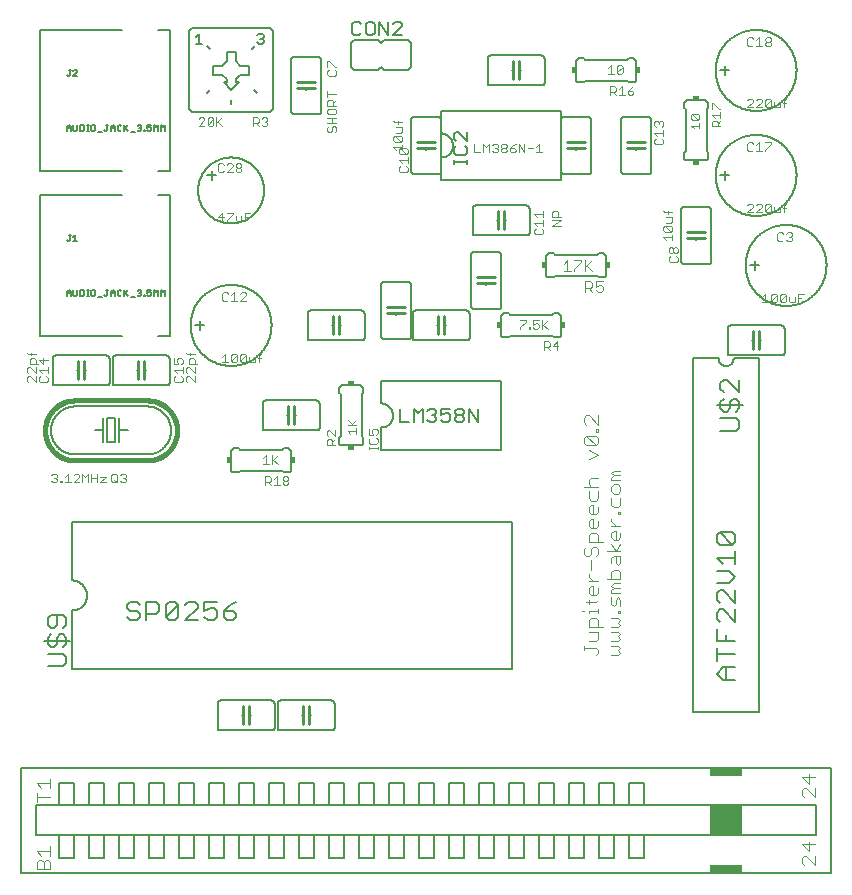
<source format=gto>
G04 EAGLE Gerber RS-274X export*
G75*
%MOMM*%
%FSLAX34Y34*%
%LPD*%
%INSilkscreen Top*%
%IPPOS*%
%AMOC8*
5,1,8,0,0,1.08239X$1,22.5*%
G01*
%ADD10C,0.101600*%
%ADD11C,0.127000*%
%ADD12C,0.152400*%
%ADD13C,0.177800*%
%ADD14C,0.254000*%
%ADD15C,0.076200*%
%ADD16C,0.406400*%
%ADD17R,0.381000X0.508000*%
%ADD18C,0.203200*%
%ADD19R,0.508000X0.381000*%

G36*
X609665Y37477D02*
X609665Y37477D01*
X609731Y37479D01*
X609774Y37497D01*
X609821Y37505D01*
X609878Y37539D01*
X609938Y37564D01*
X609973Y37595D01*
X610014Y37620D01*
X610056Y37671D01*
X610104Y37715D01*
X610126Y37757D01*
X610155Y37794D01*
X610176Y37856D01*
X610207Y37915D01*
X610215Y37969D01*
X610227Y38006D01*
X610226Y38046D01*
X610234Y38100D01*
X610234Y63500D01*
X610223Y63565D01*
X610221Y63631D01*
X610203Y63674D01*
X610195Y63721D01*
X610161Y63778D01*
X610136Y63838D01*
X610105Y63873D01*
X610080Y63914D01*
X610029Y63956D01*
X609985Y64004D01*
X609943Y64026D01*
X609906Y64055D01*
X609844Y64076D01*
X609785Y64107D01*
X609731Y64115D01*
X609694Y64127D01*
X609654Y64126D01*
X609600Y64134D01*
X584200Y64134D01*
X584135Y64123D01*
X584069Y64121D01*
X584026Y64103D01*
X583979Y64095D01*
X583922Y64061D01*
X583862Y64036D01*
X583827Y64005D01*
X583786Y63980D01*
X583745Y63929D01*
X583696Y63885D01*
X583674Y63843D01*
X583645Y63806D01*
X583624Y63744D01*
X583593Y63685D01*
X583585Y63631D01*
X583573Y63594D01*
X583574Y63566D01*
X583573Y63564D01*
X583573Y63549D01*
X583566Y63500D01*
X583566Y38100D01*
X583577Y38035D01*
X583579Y37969D01*
X583597Y37926D01*
X583605Y37879D01*
X583639Y37822D01*
X583664Y37762D01*
X583695Y37727D01*
X583720Y37686D01*
X583771Y37645D01*
X583815Y37596D01*
X583857Y37574D01*
X583894Y37545D01*
X583956Y37524D01*
X584015Y37493D01*
X584069Y37485D01*
X584106Y37473D01*
X584146Y37474D01*
X584200Y37466D01*
X609600Y37466D01*
X609665Y37477D01*
G37*
G36*
X609665Y5727D02*
X609665Y5727D01*
X609731Y5729D01*
X609774Y5747D01*
X609821Y5755D01*
X609878Y5789D01*
X609938Y5814D01*
X609973Y5845D01*
X610014Y5870D01*
X610056Y5921D01*
X610104Y5965D01*
X610126Y6007D01*
X610155Y6044D01*
X610176Y6106D01*
X610207Y6165D01*
X610215Y6219D01*
X610227Y6256D01*
X610226Y6296D01*
X610234Y6350D01*
X610234Y12700D01*
X610223Y12765D01*
X610221Y12831D01*
X610203Y12874D01*
X610195Y12921D01*
X610161Y12978D01*
X610136Y13038D01*
X610105Y13073D01*
X610080Y13114D01*
X610029Y13156D01*
X609985Y13204D01*
X609943Y13226D01*
X609906Y13255D01*
X609844Y13276D01*
X609785Y13307D01*
X609731Y13315D01*
X609694Y13327D01*
X609654Y13326D01*
X609600Y13334D01*
X584200Y13334D01*
X584135Y13323D01*
X584069Y13321D01*
X584026Y13303D01*
X583979Y13295D01*
X583922Y13261D01*
X583862Y13236D01*
X583827Y13205D01*
X583786Y13180D01*
X583745Y13129D01*
X583696Y13085D01*
X583674Y13043D01*
X583645Y13006D01*
X583624Y12944D01*
X583593Y12885D01*
X583585Y12831D01*
X583573Y12794D01*
X583573Y12787D01*
X583573Y12786D01*
X583574Y12753D01*
X583566Y12700D01*
X583566Y6350D01*
X583577Y6285D01*
X583579Y6219D01*
X583597Y6176D01*
X583605Y6129D01*
X583639Y6072D01*
X583664Y6012D01*
X583695Y5977D01*
X583720Y5936D01*
X583771Y5895D01*
X583815Y5846D01*
X583857Y5824D01*
X583894Y5795D01*
X583956Y5774D01*
X584015Y5743D01*
X584069Y5735D01*
X584106Y5723D01*
X584146Y5724D01*
X584200Y5716D01*
X609600Y5716D01*
X609665Y5727D01*
G37*
G36*
X609665Y88277D02*
X609665Y88277D01*
X609731Y88279D01*
X609774Y88297D01*
X609821Y88305D01*
X609878Y88339D01*
X609938Y88364D01*
X609973Y88395D01*
X610014Y88420D01*
X610056Y88471D01*
X610104Y88515D01*
X610126Y88557D01*
X610155Y88594D01*
X610176Y88656D01*
X610207Y88715D01*
X610215Y88769D01*
X610227Y88806D01*
X610226Y88846D01*
X610234Y88900D01*
X610234Y94615D01*
X610223Y94680D01*
X610221Y94746D01*
X610203Y94789D01*
X610195Y94836D01*
X610161Y94893D01*
X610136Y94953D01*
X610105Y94988D01*
X610080Y95029D01*
X610029Y95071D01*
X609985Y95119D01*
X609943Y95141D01*
X609906Y95170D01*
X609844Y95191D01*
X609785Y95222D01*
X609731Y95230D01*
X609694Y95242D01*
X609654Y95241D01*
X609600Y95249D01*
X584200Y95249D01*
X584135Y95238D01*
X584069Y95236D01*
X584026Y95218D01*
X583979Y95210D01*
X583922Y95176D01*
X583862Y95151D01*
X583827Y95120D01*
X583786Y95095D01*
X583745Y95044D01*
X583696Y95000D01*
X583674Y94958D01*
X583645Y94921D01*
X583624Y94859D01*
X583593Y94800D01*
X583585Y94746D01*
X583573Y94709D01*
X583573Y94703D01*
X583573Y94702D01*
X583574Y94668D01*
X583566Y94615D01*
X583566Y88900D01*
X583577Y88835D01*
X583579Y88769D01*
X583597Y88726D01*
X583605Y88679D01*
X583639Y88622D01*
X583664Y88562D01*
X583695Y88527D01*
X583720Y88486D01*
X583771Y88445D01*
X583815Y88396D01*
X583857Y88374D01*
X583894Y88345D01*
X583956Y88324D01*
X584015Y88293D01*
X584069Y88285D01*
X584106Y88273D01*
X584146Y88274D01*
X584200Y88266D01*
X609600Y88266D01*
X609665Y88277D01*
G37*
D10*
X486493Y191008D02*
X488442Y192957D01*
X488442Y194906D01*
X486493Y196855D01*
X476748Y196855D01*
X476748Y194906D02*
X476748Y198804D01*
X480646Y202702D02*
X486493Y202702D01*
X488442Y204651D01*
X488442Y210498D01*
X480646Y210498D01*
X480646Y214396D02*
X492340Y214396D01*
X480646Y214396D02*
X480646Y220243D01*
X482595Y222192D01*
X486493Y222192D01*
X488442Y220243D01*
X488442Y214396D01*
X480646Y226090D02*
X480646Y228039D01*
X488442Y228039D01*
X488442Y226090D02*
X488442Y229988D01*
X476748Y228039D02*
X474799Y228039D01*
X478697Y235835D02*
X486493Y235835D01*
X488442Y237784D01*
X480646Y237784D02*
X480646Y233886D01*
X488442Y243631D02*
X488442Y247529D01*
X488442Y243631D02*
X486493Y241682D01*
X482595Y241682D01*
X480646Y243631D01*
X480646Y247529D01*
X482595Y249478D01*
X484544Y249478D01*
X484544Y241682D01*
X488442Y253376D02*
X480646Y253376D01*
X484544Y253376D02*
X480646Y257274D01*
X480646Y259223D01*
X482595Y263121D02*
X482595Y270917D01*
X476748Y280662D02*
X478697Y282611D01*
X476748Y280662D02*
X476748Y276764D01*
X478697Y274815D01*
X480646Y274815D01*
X482595Y276764D01*
X482595Y280662D01*
X484544Y282611D01*
X486493Y282611D01*
X488442Y280662D01*
X488442Y276764D01*
X486493Y274815D01*
X492340Y286509D02*
X480646Y286509D01*
X480646Y292356D01*
X482595Y294305D01*
X486493Y294305D01*
X488442Y292356D01*
X488442Y286509D01*
X488442Y300152D02*
X488442Y304050D01*
X488442Y300152D02*
X486493Y298203D01*
X482595Y298203D01*
X480646Y300152D01*
X480646Y304050D01*
X482595Y305999D01*
X484544Y305999D01*
X484544Y298203D01*
X488442Y311846D02*
X488442Y315744D01*
X488442Y311846D02*
X486493Y309897D01*
X482595Y309897D01*
X480646Y311846D01*
X480646Y315744D01*
X482595Y317693D01*
X484544Y317693D01*
X484544Y309897D01*
X480646Y323540D02*
X480646Y329387D01*
X480646Y323540D02*
X482595Y321591D01*
X486493Y321591D01*
X488442Y323540D01*
X488442Y329387D01*
X488442Y333285D02*
X476748Y333285D01*
X480646Y335234D02*
X482595Y333285D01*
X480646Y335234D02*
X480646Y339132D01*
X482595Y341081D01*
X488442Y341081D01*
X480646Y356673D02*
X488442Y360571D01*
X480646Y364469D01*
X478697Y368367D02*
X486493Y368367D01*
X478697Y368367D02*
X476748Y370315D01*
X476748Y374213D01*
X478697Y376162D01*
X486493Y376162D01*
X488442Y374213D01*
X488442Y370315D01*
X486493Y368367D01*
X478697Y376162D01*
X486493Y380060D02*
X488442Y380060D01*
X486493Y380060D02*
X486493Y382009D01*
X488442Y382009D01*
X488442Y380060D01*
X488442Y385907D02*
X488442Y393703D01*
X488442Y385907D02*
X480646Y393703D01*
X478697Y393703D01*
X476748Y391754D01*
X476748Y387856D01*
X478697Y385907D01*
X499696Y191008D02*
X505543Y191008D01*
X507492Y192957D01*
X505543Y194906D01*
X507492Y196855D01*
X505543Y198804D01*
X499696Y198804D01*
X499696Y202702D02*
X505543Y202702D01*
X507492Y204651D01*
X505543Y206600D01*
X507492Y208549D01*
X505543Y210498D01*
X499696Y210498D01*
X499696Y214396D02*
X505543Y214396D01*
X507492Y216345D01*
X505543Y218294D01*
X507492Y220243D01*
X505543Y222192D01*
X499696Y222192D01*
X505543Y226090D02*
X507492Y226090D01*
X505543Y226090D02*
X505543Y228039D01*
X507492Y228039D01*
X507492Y226090D01*
X507492Y231937D02*
X507492Y237784D01*
X505543Y239733D01*
X503594Y237784D01*
X503594Y233886D01*
X501645Y231937D01*
X499696Y233886D01*
X499696Y239733D01*
X499696Y243631D02*
X507492Y243631D01*
X499696Y243631D02*
X499696Y245580D01*
X501645Y247529D01*
X507492Y247529D01*
X501645Y247529D02*
X499696Y249478D01*
X501645Y251427D01*
X507492Y251427D01*
X507492Y255325D02*
X495798Y255325D01*
X507492Y255325D02*
X507492Y261172D01*
X505543Y263121D01*
X501645Y263121D01*
X499696Y261172D01*
X499696Y255325D01*
X499696Y268968D02*
X499696Y272866D01*
X501645Y274815D01*
X507492Y274815D01*
X507492Y268968D01*
X505543Y267019D01*
X503594Y268968D01*
X503594Y274815D01*
X507492Y278713D02*
X495798Y278713D01*
X503594Y278713D02*
X507492Y284560D01*
X503594Y278713D02*
X499696Y284560D01*
X507492Y290407D02*
X507492Y294305D01*
X507492Y290407D02*
X505543Y288458D01*
X501645Y288458D01*
X499696Y290407D01*
X499696Y294305D01*
X501645Y296254D01*
X503594Y296254D01*
X503594Y288458D01*
X507492Y300152D02*
X499696Y300152D01*
X503594Y300152D02*
X499696Y304050D01*
X499696Y305999D01*
X505543Y309897D02*
X507492Y309897D01*
X505543Y309897D02*
X505543Y311846D01*
X507492Y311846D01*
X507492Y309897D01*
X499696Y317693D02*
X499696Y323540D01*
X499696Y317693D02*
X501645Y315744D01*
X505543Y315744D01*
X507492Y317693D01*
X507492Y323540D01*
X507492Y329387D02*
X507492Y333285D01*
X505543Y335234D01*
X501645Y335234D01*
X499696Y333285D01*
X499696Y329387D01*
X501645Y327438D01*
X505543Y327438D01*
X507492Y329387D01*
X507492Y339132D02*
X499696Y339132D01*
X499696Y341081D01*
X501645Y343030D01*
X507492Y343030D01*
X501645Y343030D02*
X499696Y344979D01*
X501645Y346928D01*
X507492Y346928D01*
D11*
X527050Y38100D02*
X673100Y38100D01*
X527050Y38100D02*
X514350Y38100D01*
X501650Y38100D01*
X488950Y38100D01*
X476250Y38100D01*
X463550Y38100D01*
X450850Y38100D01*
X438150Y38100D01*
X425450Y38100D01*
X412750Y38100D01*
X400050Y38100D01*
X387350Y38100D01*
X374650Y38100D01*
X361950Y38100D01*
X349250Y38100D01*
X336550Y38100D01*
X323850Y38100D01*
X311150Y38100D01*
X298450Y38100D01*
X285750Y38100D01*
X273050Y38100D01*
X260350Y38100D01*
X247650Y38100D01*
X234950Y38100D01*
X222250Y38100D01*
X209550Y38100D01*
X196850Y38100D01*
X184150Y38100D01*
X171450Y38100D01*
X158750Y38100D01*
X146050Y38100D01*
X133350Y38100D01*
X120650Y38100D01*
X107950Y38100D01*
X95250Y38100D01*
X82550Y38100D01*
X69850Y38100D01*
X57150Y38100D01*
X44450Y38100D01*
X31750Y38100D01*
X12700Y38100D01*
X12700Y63500D01*
X31750Y63500D01*
X44450Y63500D01*
X57150Y63500D01*
X69850Y63500D01*
X82550Y63500D01*
X95250Y63500D01*
X107950Y63500D01*
X120650Y63500D01*
X133350Y63500D01*
X146050Y63500D01*
X158750Y63500D01*
X171450Y63500D01*
X184150Y63500D01*
X196850Y63500D01*
X209550Y63500D01*
X222250Y63500D01*
X234950Y63500D01*
X247650Y63500D01*
X260350Y63500D01*
X273050Y63500D01*
X285750Y63500D01*
X298450Y63500D01*
X311150Y63500D01*
X323850Y63500D01*
X336550Y63500D01*
X349250Y63500D01*
X361950Y63500D01*
X374650Y63500D01*
X387350Y63500D01*
X400050Y63500D01*
X412750Y63500D01*
X425450Y63500D01*
X438150Y63500D01*
X450850Y63500D01*
X463550Y63500D01*
X476250Y63500D01*
X488950Y63500D01*
X501650Y63500D01*
X514350Y63500D01*
X527050Y63500D01*
X673100Y63500D01*
X673100Y38100D01*
X527050Y38100D02*
X527050Y19050D01*
X514350Y19050D01*
X514350Y38100D01*
X501650Y38100D02*
X501650Y19050D01*
X488950Y19050D01*
X488950Y38100D01*
X476250Y38100D02*
X476250Y19050D01*
X463550Y19050D01*
X463550Y38100D01*
X450850Y38100D02*
X450850Y19050D01*
X438150Y19050D01*
X438150Y38100D01*
X425450Y38100D02*
X425450Y19050D01*
X412750Y19050D01*
X412750Y38100D01*
X400050Y38100D02*
X400050Y19050D01*
X387350Y19050D01*
X387350Y38100D01*
X374650Y38100D02*
X374650Y19050D01*
X361950Y19050D01*
X361950Y38100D01*
X527050Y63500D02*
X527050Y82550D01*
X514350Y82550D01*
X514350Y63500D01*
X501650Y63500D02*
X501650Y82550D01*
X488950Y82550D01*
X488950Y63500D01*
X476250Y63500D02*
X476250Y82550D01*
X463550Y82550D01*
X463550Y63500D01*
X450850Y63500D02*
X450850Y82550D01*
X438150Y82550D01*
X438150Y63500D01*
X425450Y63500D02*
X425450Y82550D01*
X412750Y82550D01*
X412750Y63500D01*
X400050Y63500D02*
X400050Y82550D01*
X387350Y82550D01*
X387350Y63500D01*
X374650Y63500D02*
X374650Y82550D01*
X361950Y82550D01*
X361950Y63500D01*
X349250Y63500D02*
X349250Y82550D01*
X336550Y82550D01*
X336550Y63500D01*
X323850Y63500D02*
X323850Y82550D01*
X311150Y82550D01*
X311150Y63500D01*
X298450Y63500D02*
X298450Y82550D01*
X285750Y82550D01*
X285750Y63500D01*
X273050Y63500D02*
X273050Y82550D01*
X260350Y82550D01*
X260350Y63500D01*
X247650Y63500D02*
X247650Y82550D01*
X234950Y82550D01*
X234950Y63500D01*
X222250Y63500D02*
X222250Y82550D01*
X209550Y82550D01*
X209550Y63500D01*
X196850Y63500D02*
X196850Y82550D01*
X184150Y82550D01*
X184150Y63500D01*
X171450Y63500D02*
X171450Y82550D01*
X158750Y82550D01*
X158750Y63500D01*
X146050Y63500D02*
X146050Y82550D01*
X133350Y82550D01*
X133350Y63500D01*
X120650Y63500D02*
X120650Y82550D01*
X107950Y82550D01*
X107950Y63500D01*
X95250Y63500D02*
X95250Y82550D01*
X82550Y82550D01*
X82550Y63500D01*
X69850Y63500D02*
X69850Y82550D01*
X57150Y82550D01*
X57150Y63500D01*
X349250Y38100D02*
X349250Y19050D01*
X336550Y19050D01*
X336550Y38100D01*
X323850Y38100D02*
X323850Y19050D01*
X311150Y19050D01*
X311150Y38100D01*
X298450Y38100D02*
X298450Y19050D01*
X285750Y19050D01*
X285750Y38100D01*
X273050Y38100D02*
X273050Y19050D01*
X260350Y19050D01*
X260350Y38100D01*
X247650Y38100D02*
X247650Y19050D01*
X234950Y19050D01*
X234950Y38100D01*
X222250Y38100D02*
X222250Y19050D01*
X209550Y19050D01*
X209550Y38100D01*
X196850Y38100D02*
X196850Y19050D01*
X184150Y19050D01*
X184150Y38100D01*
X171450Y38100D02*
X171450Y19050D01*
X158750Y19050D01*
X158750Y38100D01*
X146050Y38100D02*
X146050Y19050D01*
X133350Y19050D01*
X133350Y38100D01*
X120650Y38100D02*
X120650Y19050D01*
X107950Y19050D01*
X107950Y38100D01*
X95250Y38100D02*
X95250Y19050D01*
X82550Y19050D01*
X82550Y38100D01*
X69850Y38100D02*
X69850Y19050D01*
X57150Y19050D01*
X57150Y38100D01*
X44450Y38100D02*
X44450Y19050D01*
X31750Y19050D01*
X31750Y38100D01*
X44450Y63500D02*
X44450Y82550D01*
X31750Y82550D01*
X31750Y63500D01*
X0Y95250D02*
X0Y6350D01*
X0Y95250D02*
X685800Y95250D01*
X685800Y6350D01*
X0Y6350D01*
D10*
X13198Y9398D02*
X24892Y9398D01*
X13198Y9398D02*
X13198Y15245D01*
X15147Y17194D01*
X17096Y17194D01*
X19045Y15245D01*
X20994Y17194D01*
X22943Y17194D01*
X24892Y15245D01*
X24892Y9398D01*
X19045Y9398D02*
X19045Y15245D01*
X17096Y21092D02*
X13198Y24990D01*
X24892Y24990D01*
X24892Y21092D02*
X24892Y28888D01*
X24892Y70446D02*
X13198Y70446D01*
X13198Y66548D02*
X13198Y74344D01*
X17096Y78242D02*
X13198Y82140D01*
X24892Y82140D01*
X24892Y78242D02*
X24892Y86038D01*
X672592Y21004D02*
X672592Y13208D01*
X664796Y21004D01*
X662847Y21004D01*
X660898Y19055D01*
X660898Y15157D01*
X662847Y13208D01*
X660898Y30749D02*
X672592Y30749D01*
X666745Y24902D02*
X660898Y30749D01*
X666745Y32698D02*
X666745Y24902D01*
X672592Y70358D02*
X672592Y78154D01*
X672592Y70358D02*
X664796Y78154D01*
X662847Y78154D01*
X660898Y76205D01*
X660898Y72307D01*
X662847Y70358D01*
X660898Y87899D02*
X672592Y87899D01*
X666745Y82052D02*
X660898Y87899D01*
X666745Y89848D02*
X666745Y82052D01*
D12*
X590550Y441960D02*
X568960Y441960D01*
X590550Y441960D02*
X590552Y441802D01*
X590558Y441643D01*
X590568Y441485D01*
X590582Y441328D01*
X590599Y441170D01*
X590621Y441014D01*
X590646Y440857D01*
X590676Y440702D01*
X590709Y440547D01*
X590746Y440393D01*
X590787Y440240D01*
X590832Y440088D01*
X590881Y439938D01*
X590933Y439788D01*
X590989Y439640D01*
X591049Y439493D01*
X591112Y439348D01*
X591179Y439205D01*
X591249Y439063D01*
X591323Y438923D01*
X591401Y438785D01*
X591482Y438649D01*
X591566Y438515D01*
X591653Y438383D01*
X591744Y438253D01*
X591838Y438126D01*
X591935Y438001D01*
X592036Y437878D01*
X592139Y437758D01*
X592245Y437641D01*
X592354Y437526D01*
X592466Y437414D01*
X592581Y437305D01*
X592698Y437199D01*
X592818Y437096D01*
X592941Y436995D01*
X593066Y436898D01*
X593193Y436804D01*
X593323Y436713D01*
X593455Y436626D01*
X593589Y436542D01*
X593725Y436461D01*
X593863Y436383D01*
X594003Y436309D01*
X594145Y436239D01*
X594288Y436172D01*
X594433Y436109D01*
X594580Y436049D01*
X594728Y435993D01*
X594878Y435941D01*
X595028Y435892D01*
X595180Y435847D01*
X595333Y435806D01*
X595487Y435769D01*
X595642Y435736D01*
X595797Y435706D01*
X595954Y435681D01*
X596110Y435659D01*
X596268Y435642D01*
X596425Y435628D01*
X596583Y435618D01*
X596742Y435612D01*
X596900Y435610D01*
X597058Y435612D01*
X597217Y435618D01*
X597375Y435628D01*
X597532Y435642D01*
X597690Y435659D01*
X597846Y435681D01*
X598003Y435706D01*
X598158Y435736D01*
X598313Y435769D01*
X598467Y435806D01*
X598620Y435847D01*
X598772Y435892D01*
X598922Y435941D01*
X599072Y435993D01*
X599220Y436049D01*
X599367Y436109D01*
X599512Y436172D01*
X599655Y436239D01*
X599797Y436309D01*
X599937Y436383D01*
X600075Y436461D01*
X600211Y436542D01*
X600345Y436626D01*
X600477Y436713D01*
X600607Y436804D01*
X600734Y436898D01*
X600859Y436995D01*
X600982Y437096D01*
X601102Y437199D01*
X601219Y437305D01*
X601334Y437414D01*
X601446Y437526D01*
X601555Y437641D01*
X601661Y437758D01*
X601764Y437878D01*
X601865Y438001D01*
X601962Y438126D01*
X602056Y438253D01*
X602147Y438383D01*
X602234Y438515D01*
X602318Y438649D01*
X602399Y438785D01*
X602477Y438923D01*
X602551Y439063D01*
X602621Y439205D01*
X602688Y439348D01*
X602751Y439493D01*
X602811Y439640D01*
X602867Y439788D01*
X602919Y439938D01*
X602968Y440088D01*
X603013Y440240D01*
X603054Y440393D01*
X603091Y440547D01*
X603124Y440702D01*
X603154Y440857D01*
X603179Y441014D01*
X603201Y441170D01*
X603218Y441328D01*
X603232Y441485D01*
X603242Y441643D01*
X603248Y441802D01*
X603250Y441960D01*
X624840Y142240D02*
X568960Y142240D01*
X568960Y441960D01*
X624840Y441960D02*
X624840Y142240D01*
X624840Y441960D02*
X603250Y441960D01*
D13*
X605534Y380619D02*
X592187Y380619D01*
X605534Y380619D02*
X608203Y383288D01*
X608203Y388627D01*
X605534Y391296D01*
X592187Y391296D01*
X605534Y396991D02*
X608203Y399660D01*
X608203Y404998D01*
X605534Y407668D01*
X602864Y407668D01*
X600195Y404998D01*
X600195Y399660D01*
X597526Y396991D01*
X594857Y396991D01*
X592187Y399660D01*
X592187Y404998D01*
X594857Y407668D01*
X589518Y402329D02*
X610872Y402329D01*
X608203Y413362D02*
X608203Y424039D01*
X608203Y413362D02*
X597526Y424039D01*
X594857Y424039D01*
X592187Y421370D01*
X592187Y416031D01*
X594857Y413362D01*
X594224Y169636D02*
X604901Y169636D01*
X594224Y169636D02*
X588885Y174975D01*
X594224Y180313D01*
X604901Y180313D01*
X596893Y180313D02*
X596893Y169636D01*
X604901Y191346D02*
X588885Y191346D01*
X588885Y186008D02*
X588885Y196685D01*
X588885Y202379D02*
X604901Y202379D01*
X588885Y202379D02*
X588885Y213057D01*
X596893Y207718D02*
X596893Y202379D01*
X604901Y218751D02*
X604901Y229428D01*
X604901Y218751D02*
X594224Y229428D01*
X591555Y229428D01*
X588885Y226759D01*
X588885Y221420D01*
X591555Y218751D01*
X604901Y235123D02*
X604901Y245800D01*
X604901Y235123D02*
X594224Y245800D01*
X591555Y245800D01*
X588885Y243130D01*
X588885Y237792D01*
X591555Y235123D01*
X588885Y251494D02*
X599562Y251494D01*
X604901Y256833D01*
X599562Y262171D01*
X588885Y262171D01*
X594224Y267866D02*
X588885Y273204D01*
X604901Y273204D01*
X604901Y267866D02*
X604901Y278543D01*
X602232Y284237D02*
X591555Y284237D01*
X588885Y286907D01*
X588885Y292245D01*
X591555Y294914D01*
X602232Y294914D01*
X604901Y292245D01*
X604901Y286907D01*
X602232Y284237D01*
X591555Y294914D01*
D12*
X600710Y444500D02*
X643890Y444500D01*
X643890Y469900D02*
X600710Y469900D01*
X598170Y467360D02*
X598170Y447040D01*
X646430Y447040D02*
X646430Y467360D01*
X600710Y444500D02*
X600610Y444502D01*
X600511Y444508D01*
X600411Y444518D01*
X600313Y444531D01*
X600214Y444549D01*
X600117Y444570D01*
X600021Y444595D01*
X599925Y444624D01*
X599831Y444657D01*
X599738Y444693D01*
X599647Y444733D01*
X599557Y444777D01*
X599469Y444824D01*
X599383Y444874D01*
X599299Y444928D01*
X599217Y444985D01*
X599138Y445045D01*
X599060Y445109D01*
X598986Y445175D01*
X598914Y445244D01*
X598845Y445316D01*
X598779Y445390D01*
X598715Y445468D01*
X598655Y445547D01*
X598598Y445629D01*
X598544Y445713D01*
X598494Y445799D01*
X598447Y445887D01*
X598403Y445977D01*
X598363Y446068D01*
X598327Y446161D01*
X598294Y446255D01*
X598265Y446351D01*
X598240Y446447D01*
X598219Y446544D01*
X598201Y446643D01*
X598188Y446741D01*
X598178Y446841D01*
X598172Y446940D01*
X598170Y447040D01*
X643890Y444500D02*
X643990Y444502D01*
X644089Y444508D01*
X644189Y444518D01*
X644287Y444531D01*
X644386Y444549D01*
X644483Y444570D01*
X644579Y444595D01*
X644675Y444624D01*
X644769Y444657D01*
X644862Y444693D01*
X644953Y444733D01*
X645043Y444777D01*
X645131Y444824D01*
X645217Y444874D01*
X645301Y444928D01*
X645383Y444985D01*
X645462Y445045D01*
X645540Y445109D01*
X645614Y445175D01*
X645686Y445244D01*
X645755Y445316D01*
X645821Y445390D01*
X645885Y445468D01*
X645945Y445547D01*
X646002Y445629D01*
X646056Y445713D01*
X646106Y445799D01*
X646153Y445887D01*
X646197Y445977D01*
X646237Y446068D01*
X646273Y446161D01*
X646306Y446255D01*
X646335Y446351D01*
X646360Y446447D01*
X646381Y446544D01*
X646399Y446643D01*
X646412Y446741D01*
X646422Y446841D01*
X646428Y446940D01*
X646430Y447040D01*
X600710Y469900D02*
X600610Y469898D01*
X600511Y469892D01*
X600411Y469882D01*
X600313Y469869D01*
X600214Y469851D01*
X600117Y469830D01*
X600021Y469805D01*
X599925Y469776D01*
X599831Y469743D01*
X599738Y469707D01*
X599647Y469667D01*
X599557Y469623D01*
X599469Y469576D01*
X599383Y469526D01*
X599299Y469472D01*
X599217Y469415D01*
X599138Y469355D01*
X599060Y469291D01*
X598986Y469225D01*
X598914Y469156D01*
X598845Y469084D01*
X598779Y469010D01*
X598715Y468932D01*
X598655Y468853D01*
X598598Y468771D01*
X598544Y468687D01*
X598494Y468601D01*
X598447Y468513D01*
X598403Y468423D01*
X598363Y468332D01*
X598327Y468239D01*
X598294Y468145D01*
X598265Y468049D01*
X598240Y467953D01*
X598219Y467856D01*
X598201Y467757D01*
X598188Y467659D01*
X598178Y467559D01*
X598172Y467460D01*
X598170Y467360D01*
X643890Y469900D02*
X643990Y469898D01*
X644089Y469892D01*
X644189Y469882D01*
X644287Y469869D01*
X644386Y469851D01*
X644483Y469830D01*
X644579Y469805D01*
X644675Y469776D01*
X644769Y469743D01*
X644862Y469707D01*
X644953Y469667D01*
X645043Y469623D01*
X645131Y469576D01*
X645217Y469526D01*
X645301Y469472D01*
X645383Y469415D01*
X645462Y469355D01*
X645540Y469291D01*
X645614Y469225D01*
X645686Y469156D01*
X645755Y469084D01*
X645821Y469010D01*
X645885Y468932D01*
X645945Y468853D01*
X646002Y468771D01*
X646056Y468687D01*
X646106Y468601D01*
X646153Y468513D01*
X646197Y468423D01*
X646237Y468332D01*
X646273Y468239D01*
X646306Y468145D01*
X646335Y468049D01*
X646360Y467953D01*
X646381Y467856D01*
X646399Y467757D01*
X646412Y467659D01*
X646422Y467559D01*
X646428Y467460D01*
X646430Y467360D01*
X619760Y457200D02*
X618490Y457200D01*
D14*
X619760Y457200D02*
X619760Y449580D01*
X619760Y457200D02*
X619760Y464820D01*
X624840Y457200D02*
X624840Y449580D01*
X624840Y457200D02*
X624840Y464820D01*
D12*
X624840Y457200D02*
X626110Y457200D01*
X624840Y520700D02*
X617220Y520700D01*
X621030Y516890D02*
X621030Y524510D01*
X613410Y520700D02*
X613420Y521542D01*
X613451Y522383D01*
X613503Y523223D01*
X613575Y524061D01*
X613668Y524897D01*
X613781Y525731D01*
X613915Y526562D01*
X614069Y527390D01*
X614243Y528213D01*
X614438Y529032D01*
X614652Y529846D01*
X614887Y530654D01*
X615141Y531456D01*
X615414Y532252D01*
X615708Y533041D01*
X616020Y533822D01*
X616352Y534596D01*
X616702Y535361D01*
X617071Y536117D01*
X617459Y536864D01*
X617865Y537601D01*
X618288Y538329D01*
X618730Y539045D01*
X619189Y539751D01*
X619665Y540444D01*
X620158Y541127D01*
X620668Y541796D01*
X621193Y542453D01*
X621735Y543097D01*
X622293Y543728D01*
X622866Y544344D01*
X623453Y544947D01*
X624056Y545534D01*
X624672Y546107D01*
X625303Y546665D01*
X625947Y547207D01*
X626604Y547732D01*
X627273Y548242D01*
X627956Y548735D01*
X628649Y549211D01*
X629355Y549670D01*
X630071Y550112D01*
X630799Y550535D01*
X631536Y550941D01*
X632283Y551329D01*
X633039Y551698D01*
X633804Y552048D01*
X634578Y552380D01*
X635359Y552692D01*
X636148Y552986D01*
X636944Y553259D01*
X637746Y553513D01*
X638554Y553748D01*
X639368Y553962D01*
X640187Y554157D01*
X641010Y554331D01*
X641838Y554485D01*
X642669Y554619D01*
X643503Y554732D01*
X644339Y554825D01*
X645177Y554897D01*
X646017Y554949D01*
X646858Y554980D01*
X647700Y554990D01*
X648542Y554980D01*
X649383Y554949D01*
X650223Y554897D01*
X651061Y554825D01*
X651897Y554732D01*
X652731Y554619D01*
X653562Y554485D01*
X654390Y554331D01*
X655213Y554157D01*
X656032Y553962D01*
X656846Y553748D01*
X657654Y553513D01*
X658456Y553259D01*
X659252Y552986D01*
X660041Y552692D01*
X660822Y552380D01*
X661596Y552048D01*
X662361Y551698D01*
X663117Y551329D01*
X663864Y550941D01*
X664601Y550535D01*
X665329Y550112D01*
X666045Y549670D01*
X666751Y549211D01*
X667444Y548735D01*
X668127Y548242D01*
X668796Y547732D01*
X669453Y547207D01*
X670097Y546665D01*
X670728Y546107D01*
X671344Y545534D01*
X671947Y544947D01*
X672534Y544344D01*
X673107Y543728D01*
X673665Y543097D01*
X674207Y542453D01*
X674732Y541796D01*
X675242Y541127D01*
X675735Y540444D01*
X676211Y539751D01*
X676670Y539045D01*
X677112Y538329D01*
X677535Y537601D01*
X677941Y536864D01*
X678329Y536117D01*
X678698Y535361D01*
X679048Y534596D01*
X679380Y533822D01*
X679692Y533041D01*
X679986Y532252D01*
X680259Y531456D01*
X680513Y530654D01*
X680748Y529846D01*
X680962Y529032D01*
X681157Y528213D01*
X681331Y527390D01*
X681485Y526562D01*
X681619Y525731D01*
X681732Y524897D01*
X681825Y524061D01*
X681897Y523223D01*
X681949Y522383D01*
X681980Y521542D01*
X681990Y520700D01*
X681980Y519858D01*
X681949Y519017D01*
X681897Y518177D01*
X681825Y517339D01*
X681732Y516503D01*
X681619Y515669D01*
X681485Y514838D01*
X681331Y514010D01*
X681157Y513187D01*
X680962Y512368D01*
X680748Y511554D01*
X680513Y510746D01*
X680259Y509944D01*
X679986Y509148D01*
X679692Y508359D01*
X679380Y507578D01*
X679048Y506804D01*
X678698Y506039D01*
X678329Y505283D01*
X677941Y504536D01*
X677535Y503799D01*
X677112Y503071D01*
X676670Y502355D01*
X676211Y501649D01*
X675735Y500956D01*
X675242Y500273D01*
X674732Y499604D01*
X674207Y498947D01*
X673665Y498303D01*
X673107Y497672D01*
X672534Y497056D01*
X671947Y496453D01*
X671344Y495866D01*
X670728Y495293D01*
X670097Y494735D01*
X669453Y494193D01*
X668796Y493668D01*
X668127Y493158D01*
X667444Y492665D01*
X666751Y492189D01*
X666045Y491730D01*
X665329Y491288D01*
X664601Y490865D01*
X663864Y490459D01*
X663117Y490071D01*
X662361Y489702D01*
X661596Y489352D01*
X660822Y489020D01*
X660041Y488708D01*
X659252Y488414D01*
X658456Y488141D01*
X657654Y487887D01*
X656846Y487652D01*
X656032Y487438D01*
X655213Y487243D01*
X654390Y487069D01*
X653562Y486915D01*
X652731Y486781D01*
X651897Y486668D01*
X651061Y486575D01*
X650223Y486503D01*
X649383Y486451D01*
X648542Y486420D01*
X647700Y486410D01*
X646858Y486420D01*
X646017Y486451D01*
X645177Y486503D01*
X644339Y486575D01*
X643503Y486668D01*
X642669Y486781D01*
X641838Y486915D01*
X641010Y487069D01*
X640187Y487243D01*
X639368Y487438D01*
X638554Y487652D01*
X637746Y487887D01*
X636944Y488141D01*
X636148Y488414D01*
X635359Y488708D01*
X634578Y489020D01*
X633804Y489352D01*
X633039Y489702D01*
X632283Y490071D01*
X631536Y490459D01*
X630799Y490865D01*
X630071Y491288D01*
X629355Y491730D01*
X628649Y492189D01*
X627956Y492665D01*
X627273Y493158D01*
X626604Y493668D01*
X625947Y494193D01*
X625303Y494735D01*
X624672Y495293D01*
X624056Y495866D01*
X623453Y496453D01*
X622866Y497056D01*
X622293Y497672D01*
X621735Y498303D01*
X621193Y498947D01*
X620668Y499604D01*
X620158Y500273D01*
X619665Y500956D01*
X619189Y501649D01*
X618730Y502355D01*
X618288Y503071D01*
X617865Y503799D01*
X617459Y504536D01*
X617071Y505283D01*
X616702Y506039D01*
X616352Y506804D01*
X616020Y507578D01*
X615708Y508359D01*
X615414Y509148D01*
X615141Y509944D01*
X614887Y510746D01*
X614652Y511554D01*
X614438Y512368D01*
X614243Y513187D01*
X614069Y514010D01*
X613915Y514838D01*
X613781Y515669D01*
X613668Y516503D01*
X613575Y517339D01*
X613503Y518177D01*
X613451Y519017D01*
X613420Y519858D01*
X613410Y520700D01*
D15*
X644147Y548773D02*
X645376Y547545D01*
X644147Y548773D02*
X641690Y548773D01*
X640461Y547545D01*
X640461Y542630D01*
X641690Y541401D01*
X644147Y541401D01*
X645376Y542630D01*
X647945Y547545D02*
X649174Y548773D01*
X651631Y548773D01*
X652860Y547545D01*
X652860Y546316D01*
X651631Y545087D01*
X650403Y545087D01*
X651631Y545087D02*
X652860Y543858D01*
X652860Y542630D01*
X651631Y541401D01*
X649174Y541401D01*
X647945Y542630D01*
X630218Y496703D02*
X627761Y494246D01*
X630218Y496703D02*
X630218Y489331D01*
X627761Y489331D02*
X632676Y489331D01*
X635245Y490560D02*
X635245Y495475D01*
X636474Y496703D01*
X638931Y496703D01*
X640160Y495475D01*
X640160Y490560D01*
X638931Y489331D01*
X636474Y489331D01*
X635245Y490560D01*
X640160Y495475D01*
X642729Y495475D02*
X642729Y490560D01*
X642729Y495475D02*
X643958Y496703D01*
X646415Y496703D01*
X647644Y495475D01*
X647644Y490560D01*
X646415Y489331D01*
X643958Y489331D01*
X642729Y490560D01*
X647644Y495475D01*
X650213Y494246D02*
X650213Y490560D01*
X651442Y489331D01*
X655128Y489331D01*
X655128Y494246D01*
X657698Y496703D02*
X657698Y489331D01*
X657698Y496703D02*
X662612Y496703D01*
X660155Y493017D02*
X657698Y493017D01*
D12*
X43180Y254000D02*
X43489Y253996D01*
X43798Y253985D01*
X44107Y253966D01*
X44415Y253940D01*
X44723Y253906D01*
X45029Y253865D01*
X45335Y253816D01*
X45639Y253760D01*
X45941Y253696D01*
X46242Y253625D01*
X46542Y253547D01*
X46839Y253462D01*
X47134Y253369D01*
X47427Y253269D01*
X47717Y253162D01*
X48004Y253048D01*
X48289Y252927D01*
X48571Y252799D01*
X48849Y252665D01*
X49124Y252523D01*
X49396Y252375D01*
X49663Y252220D01*
X49927Y252059D01*
X50187Y251892D01*
X50443Y251718D01*
X50695Y251538D01*
X50942Y251352D01*
X51184Y251160D01*
X51422Y250962D01*
X51655Y250759D01*
X51883Y250549D01*
X52105Y250335D01*
X52323Y250115D01*
X52535Y249889D01*
X52741Y249659D01*
X52942Y249424D01*
X53137Y249184D01*
X53326Y248939D01*
X53509Y248690D01*
X53686Y248436D01*
X53856Y248178D01*
X54021Y247916D01*
X54179Y247650D01*
X54330Y247380D01*
X54475Y247107D01*
X54613Y246830D01*
X54744Y246550D01*
X54868Y246267D01*
X54986Y245981D01*
X55096Y245692D01*
X55200Y245401D01*
X55296Y245107D01*
X55385Y244811D01*
X55467Y244512D01*
X55542Y244212D01*
X55609Y243910D01*
X55669Y243607D01*
X55721Y243302D01*
X55766Y242996D01*
X55804Y242689D01*
X55834Y242381D01*
X55856Y242073D01*
X55872Y241764D01*
X55879Y241455D01*
X55879Y241145D01*
X55872Y240836D01*
X55856Y240527D01*
X55834Y240219D01*
X55804Y239911D01*
X55766Y239604D01*
X55721Y239298D01*
X55669Y238993D01*
X55609Y238690D01*
X55542Y238388D01*
X55467Y238088D01*
X55385Y237789D01*
X55296Y237493D01*
X55200Y237199D01*
X55096Y236908D01*
X54986Y236619D01*
X54868Y236333D01*
X54744Y236050D01*
X54613Y235770D01*
X54475Y235493D01*
X54330Y235220D01*
X54179Y234950D01*
X54021Y234684D01*
X53856Y234422D01*
X53686Y234164D01*
X53509Y233910D01*
X53326Y233661D01*
X53137Y233416D01*
X52942Y233176D01*
X52741Y232941D01*
X52535Y232711D01*
X52323Y232485D01*
X52105Y232265D01*
X51883Y232051D01*
X51655Y231841D01*
X51422Y231638D01*
X51184Y231440D01*
X50942Y231248D01*
X50695Y231062D01*
X50443Y230882D01*
X50187Y230708D01*
X49927Y230541D01*
X49663Y230380D01*
X49396Y230225D01*
X49124Y230077D01*
X48849Y229935D01*
X48571Y229801D01*
X48289Y229673D01*
X48004Y229552D01*
X47717Y229438D01*
X47427Y229331D01*
X47134Y229231D01*
X46839Y229138D01*
X46542Y229053D01*
X46242Y228975D01*
X45941Y228904D01*
X45639Y228840D01*
X45335Y228784D01*
X45029Y228735D01*
X44723Y228694D01*
X44415Y228660D01*
X44107Y228634D01*
X43798Y228615D01*
X43489Y228604D01*
X43180Y228600D01*
X415290Y179070D02*
X415290Y303530D01*
X43180Y303530D02*
X43180Y254000D01*
X43180Y303530D02*
X415290Y303530D01*
X415290Y179070D02*
X43180Y179070D01*
X43180Y228600D01*
D13*
X35812Y181229D02*
X22465Y181229D01*
X35812Y181229D02*
X38481Y183898D01*
X38481Y189237D01*
X35812Y191906D01*
X22465Y191906D01*
X35812Y197601D02*
X38481Y200270D01*
X38481Y205608D01*
X35812Y208278D01*
X33142Y208278D01*
X30473Y205608D01*
X30473Y200270D01*
X27804Y197601D01*
X25135Y197601D01*
X22465Y200270D01*
X22465Y205608D01*
X25135Y208278D01*
X19796Y202939D02*
X41150Y202939D01*
X35812Y213972D02*
X38481Y216641D01*
X38481Y221980D01*
X35812Y224649D01*
X25135Y224649D01*
X22465Y221980D01*
X22465Y216641D01*
X25135Y213972D01*
X27804Y213972D01*
X30473Y216641D01*
X30473Y224649D01*
X97797Y236107D02*
X100466Y233437D01*
X97797Y236107D02*
X92458Y236107D01*
X89789Y233437D01*
X89789Y230768D01*
X92458Y228099D01*
X97797Y228099D01*
X100466Y225430D01*
X100466Y222760D01*
X97797Y220091D01*
X92458Y220091D01*
X89789Y222760D01*
X106161Y220091D02*
X106161Y236107D01*
X114168Y236107D01*
X116838Y233437D01*
X116838Y228099D01*
X114168Y225430D01*
X106161Y225430D01*
X122532Y222760D02*
X122532Y233437D01*
X125201Y236107D01*
X130540Y236107D01*
X133209Y233437D01*
X133209Y222760D01*
X130540Y220091D01*
X125201Y220091D01*
X122532Y222760D01*
X133209Y233437D01*
X138904Y220091D02*
X149581Y220091D01*
X138904Y220091D02*
X149581Y230768D01*
X149581Y233437D01*
X146912Y236107D01*
X141573Y236107D01*
X138904Y233437D01*
X155275Y236107D02*
X165952Y236107D01*
X155275Y236107D02*
X155275Y228099D01*
X160614Y230768D01*
X163283Y230768D01*
X165952Y228099D01*
X165952Y222760D01*
X163283Y220091D01*
X157945Y220091D01*
X155275Y222760D01*
X176985Y233437D02*
X182324Y236107D01*
X176985Y233437D02*
X171647Y228099D01*
X171647Y222760D01*
X174316Y220091D01*
X179655Y220091D01*
X182324Y222760D01*
X182324Y225430D01*
X179655Y228099D01*
X171647Y228099D01*
D16*
X106680Y355600D02*
X45720Y355600D01*
X45720Y406400D02*
X106680Y406400D01*
D12*
X106680Y360680D02*
X45720Y360680D01*
X72898Y370840D02*
X72898Y391160D01*
X72898Y370840D02*
X79248Y370840D01*
X79248Y391160D01*
X72898Y391160D01*
X83058Y391160D02*
X83058Y381000D01*
X69342Y381000D02*
X69342Y391160D01*
X83058Y381000D02*
X90170Y381000D01*
X83058Y381000D02*
X83058Y370840D01*
X69342Y381000D02*
X62230Y381000D01*
X69342Y381000D02*
X69342Y370840D01*
D16*
X45720Y355600D02*
X45101Y355608D01*
X44483Y355630D01*
X43866Y355668D01*
X43250Y355720D01*
X42635Y355788D01*
X42022Y355871D01*
X41411Y355968D01*
X40803Y356081D01*
X40197Y356208D01*
X39595Y356350D01*
X38997Y356506D01*
X38402Y356677D01*
X37812Y356862D01*
X37227Y357062D01*
X36646Y357276D01*
X36071Y357504D01*
X35502Y357746D01*
X34939Y358002D01*
X34382Y358271D01*
X33832Y358554D01*
X33289Y358850D01*
X32753Y359159D01*
X32225Y359481D01*
X31705Y359816D01*
X31193Y360164D01*
X30690Y360524D01*
X30196Y360896D01*
X29711Y361280D01*
X29236Y361676D01*
X28770Y362083D01*
X28314Y362501D01*
X27869Y362930D01*
X27434Y363371D01*
X27011Y363821D01*
X26598Y364282D01*
X26196Y364752D01*
X25807Y365233D01*
X25428Y365722D01*
X25062Y366221D01*
X24709Y366728D01*
X24367Y367244D01*
X24039Y367768D01*
X23723Y368300D01*
X23420Y368839D01*
X23131Y369386D01*
X22855Y369940D01*
X22592Y370500D01*
X22343Y371066D01*
X22108Y371638D01*
X21887Y372216D01*
X21680Y372799D01*
X21488Y373387D01*
X21310Y373979D01*
X21146Y374575D01*
X20997Y375176D01*
X20862Y375780D01*
X20743Y376386D01*
X20638Y376996D01*
X20548Y377608D01*
X20472Y378222D01*
X20412Y378838D01*
X20367Y379455D01*
X20337Y380072D01*
X20322Y380691D01*
X20322Y381309D01*
X20337Y381928D01*
X20367Y382545D01*
X20412Y383162D01*
X20472Y383778D01*
X20548Y384392D01*
X20638Y385004D01*
X20743Y385614D01*
X20862Y386220D01*
X20997Y386824D01*
X21146Y387425D01*
X21310Y388021D01*
X21488Y388613D01*
X21680Y389201D01*
X21887Y389784D01*
X22108Y390362D01*
X22343Y390934D01*
X22592Y391500D01*
X22855Y392060D01*
X23131Y392614D01*
X23420Y393161D01*
X23723Y393700D01*
X24039Y394232D01*
X24367Y394756D01*
X24709Y395272D01*
X25062Y395779D01*
X25428Y396278D01*
X25807Y396767D01*
X26196Y397248D01*
X26598Y397718D01*
X27011Y398179D01*
X27434Y398629D01*
X27869Y399070D01*
X28314Y399499D01*
X28770Y399917D01*
X29236Y400324D01*
X29711Y400720D01*
X30196Y401104D01*
X30690Y401476D01*
X31193Y401836D01*
X31705Y402184D01*
X32225Y402519D01*
X32753Y402841D01*
X33289Y403150D01*
X33832Y403446D01*
X34382Y403729D01*
X34939Y403998D01*
X35502Y404254D01*
X36071Y404496D01*
X36646Y404724D01*
X37227Y404938D01*
X37812Y405138D01*
X38402Y405323D01*
X38997Y405494D01*
X39595Y405650D01*
X40197Y405792D01*
X40803Y405919D01*
X41411Y406032D01*
X42022Y406129D01*
X42635Y406212D01*
X43250Y406280D01*
X43866Y406332D01*
X44483Y406370D01*
X45101Y406392D01*
X45720Y406400D01*
X106680Y406400D02*
X107299Y406392D01*
X107917Y406370D01*
X108534Y406332D01*
X109150Y406280D01*
X109765Y406212D01*
X110378Y406129D01*
X110989Y406032D01*
X111597Y405919D01*
X112203Y405792D01*
X112805Y405650D01*
X113403Y405494D01*
X113998Y405323D01*
X114588Y405138D01*
X115173Y404938D01*
X115754Y404724D01*
X116329Y404496D01*
X116898Y404254D01*
X117461Y403998D01*
X118018Y403729D01*
X118568Y403446D01*
X119111Y403150D01*
X119647Y402841D01*
X120175Y402519D01*
X120695Y402184D01*
X121207Y401836D01*
X121710Y401476D01*
X122204Y401104D01*
X122689Y400720D01*
X123164Y400324D01*
X123630Y399917D01*
X124086Y399499D01*
X124531Y399070D01*
X124966Y398629D01*
X125389Y398179D01*
X125802Y397718D01*
X126204Y397248D01*
X126593Y396767D01*
X126972Y396278D01*
X127338Y395779D01*
X127691Y395272D01*
X128033Y394756D01*
X128361Y394232D01*
X128677Y393700D01*
X128980Y393161D01*
X129269Y392614D01*
X129545Y392060D01*
X129808Y391500D01*
X130057Y390934D01*
X130292Y390362D01*
X130513Y389784D01*
X130720Y389201D01*
X130912Y388613D01*
X131090Y388021D01*
X131254Y387425D01*
X131403Y386824D01*
X131538Y386220D01*
X131657Y385614D01*
X131762Y385004D01*
X131852Y384392D01*
X131928Y383778D01*
X131988Y383162D01*
X132033Y382545D01*
X132063Y381928D01*
X132078Y381309D01*
X132078Y380691D01*
X132063Y380072D01*
X132033Y379455D01*
X131988Y378838D01*
X131928Y378222D01*
X131852Y377608D01*
X131762Y376996D01*
X131657Y376386D01*
X131538Y375780D01*
X131403Y375176D01*
X131254Y374575D01*
X131090Y373979D01*
X130912Y373387D01*
X130720Y372799D01*
X130513Y372216D01*
X130292Y371638D01*
X130057Y371066D01*
X129808Y370500D01*
X129545Y369940D01*
X129269Y369386D01*
X128980Y368839D01*
X128677Y368300D01*
X128361Y367768D01*
X128033Y367244D01*
X127691Y366728D01*
X127338Y366221D01*
X126972Y365722D01*
X126593Y365233D01*
X126204Y364752D01*
X125802Y364282D01*
X125389Y363821D01*
X124966Y363371D01*
X124531Y362930D01*
X124086Y362501D01*
X123630Y362083D01*
X123164Y361676D01*
X122689Y361280D01*
X122204Y360896D01*
X121710Y360524D01*
X121207Y360164D01*
X120695Y359816D01*
X120175Y359481D01*
X119647Y359159D01*
X119111Y358850D01*
X118568Y358554D01*
X118018Y358271D01*
X117461Y358002D01*
X116898Y357746D01*
X116329Y357504D01*
X115754Y357276D01*
X115173Y357062D01*
X114588Y356862D01*
X113998Y356677D01*
X113403Y356506D01*
X112805Y356350D01*
X112203Y356208D01*
X111597Y356081D01*
X110989Y355968D01*
X110378Y355871D01*
X109765Y355788D01*
X109150Y355720D01*
X108534Y355668D01*
X107917Y355630D01*
X107299Y355608D01*
X106680Y355600D01*
D12*
X45720Y360680D02*
X45225Y360686D01*
X44731Y360704D01*
X44237Y360734D01*
X43744Y360776D01*
X43252Y360830D01*
X42761Y360897D01*
X42273Y360975D01*
X41786Y361064D01*
X41302Y361166D01*
X40820Y361280D01*
X40341Y361405D01*
X39866Y361542D01*
X39394Y361690D01*
X38925Y361850D01*
X38461Y362021D01*
X38001Y362203D01*
X37546Y362397D01*
X37095Y362601D01*
X36650Y362817D01*
X36209Y363043D01*
X35775Y363280D01*
X35346Y363527D01*
X34924Y363785D01*
X34508Y364053D01*
X34099Y364331D01*
X33696Y364619D01*
X33301Y364917D01*
X32913Y365224D01*
X32533Y365541D01*
X32160Y365866D01*
X31796Y366201D01*
X31439Y366544D01*
X31092Y366896D01*
X30752Y367257D01*
X30422Y367625D01*
X30101Y368002D01*
X29789Y368386D01*
X29487Y368778D01*
X29194Y369177D01*
X28911Y369583D01*
X28638Y369995D01*
X28375Y370414D01*
X28122Y370840D01*
X27880Y371272D01*
X27649Y371709D01*
X27428Y372152D01*
X27218Y372600D01*
X27019Y373053D01*
X26831Y373511D01*
X26654Y373973D01*
X26488Y374439D01*
X26334Y374909D01*
X26192Y375383D01*
X26061Y375860D01*
X25941Y376341D01*
X25834Y376824D01*
X25738Y377309D01*
X25654Y377797D01*
X25582Y378286D01*
X25522Y378778D01*
X25474Y379270D01*
X25438Y379764D01*
X25414Y380258D01*
X25402Y380753D01*
X25402Y381247D01*
X25414Y381742D01*
X25438Y382236D01*
X25474Y382730D01*
X25522Y383222D01*
X25582Y383714D01*
X25654Y384203D01*
X25738Y384691D01*
X25834Y385176D01*
X25941Y385659D01*
X26061Y386140D01*
X26192Y386617D01*
X26334Y387091D01*
X26488Y387561D01*
X26654Y388027D01*
X26831Y388489D01*
X27019Y388947D01*
X27218Y389400D01*
X27428Y389848D01*
X27649Y390291D01*
X27880Y390728D01*
X28122Y391160D01*
X28375Y391586D01*
X28638Y392005D01*
X28911Y392417D01*
X29194Y392823D01*
X29487Y393222D01*
X29789Y393614D01*
X30101Y393998D01*
X30422Y394375D01*
X30752Y394743D01*
X31092Y395104D01*
X31439Y395456D01*
X31796Y395799D01*
X32160Y396134D01*
X32533Y396459D01*
X32913Y396776D01*
X33301Y397083D01*
X33696Y397381D01*
X34099Y397669D01*
X34508Y397947D01*
X34924Y398215D01*
X35346Y398473D01*
X35775Y398720D01*
X36209Y398957D01*
X36650Y399183D01*
X37095Y399399D01*
X37546Y399603D01*
X38001Y399797D01*
X38461Y399979D01*
X38925Y400150D01*
X39394Y400310D01*
X39866Y400458D01*
X40341Y400595D01*
X40820Y400720D01*
X41302Y400834D01*
X41786Y400936D01*
X42273Y401025D01*
X42761Y401103D01*
X43252Y401170D01*
X43744Y401224D01*
X44237Y401266D01*
X44731Y401296D01*
X45225Y401314D01*
X45720Y401320D01*
X106680Y401320D02*
X107175Y401314D01*
X107669Y401296D01*
X108163Y401266D01*
X108656Y401224D01*
X109148Y401170D01*
X109639Y401103D01*
X110127Y401025D01*
X110614Y400936D01*
X111098Y400834D01*
X111580Y400720D01*
X112059Y400595D01*
X112534Y400458D01*
X113006Y400310D01*
X113475Y400150D01*
X113939Y399979D01*
X114399Y399797D01*
X114854Y399603D01*
X115305Y399399D01*
X115750Y399183D01*
X116191Y398957D01*
X116625Y398720D01*
X117054Y398473D01*
X117476Y398215D01*
X117892Y397947D01*
X118301Y397669D01*
X118704Y397381D01*
X119099Y397083D01*
X119487Y396776D01*
X119867Y396459D01*
X120240Y396134D01*
X120604Y395799D01*
X120961Y395456D01*
X121308Y395104D01*
X121648Y394743D01*
X121978Y394375D01*
X122299Y393998D01*
X122611Y393614D01*
X122913Y393222D01*
X123206Y392823D01*
X123489Y392417D01*
X123762Y392005D01*
X124025Y391586D01*
X124278Y391160D01*
X124520Y390728D01*
X124751Y390291D01*
X124972Y389848D01*
X125182Y389400D01*
X125381Y388947D01*
X125569Y388489D01*
X125746Y388027D01*
X125912Y387561D01*
X126066Y387091D01*
X126208Y386617D01*
X126339Y386140D01*
X126459Y385659D01*
X126566Y385176D01*
X126662Y384691D01*
X126746Y384203D01*
X126818Y383714D01*
X126878Y383222D01*
X126926Y382730D01*
X126962Y382236D01*
X126986Y381742D01*
X126998Y381247D01*
X126998Y380753D01*
X126986Y380258D01*
X126962Y379764D01*
X126926Y379270D01*
X126878Y378778D01*
X126818Y378286D01*
X126746Y377797D01*
X126662Y377309D01*
X126566Y376824D01*
X126459Y376341D01*
X126339Y375860D01*
X126208Y375383D01*
X126066Y374909D01*
X125912Y374439D01*
X125746Y373973D01*
X125569Y373511D01*
X125381Y373053D01*
X125182Y372600D01*
X124972Y372152D01*
X124751Y371709D01*
X124520Y371272D01*
X124278Y370840D01*
X124025Y370414D01*
X123762Y369995D01*
X123489Y369583D01*
X123206Y369177D01*
X122913Y368778D01*
X122611Y368386D01*
X122299Y368002D01*
X121978Y367625D01*
X121648Y367257D01*
X121308Y366896D01*
X120961Y366544D01*
X120604Y366201D01*
X120240Y365866D01*
X119867Y365541D01*
X119487Y365224D01*
X119099Y364917D01*
X118704Y364619D01*
X118301Y364331D01*
X117892Y364053D01*
X117476Y363785D01*
X117054Y363527D01*
X116625Y363280D01*
X116191Y363043D01*
X115750Y362817D01*
X115305Y362601D01*
X114854Y362397D01*
X114399Y362203D01*
X113939Y362021D01*
X113475Y361850D01*
X113006Y361690D01*
X112534Y361542D01*
X112059Y361405D01*
X111580Y361280D01*
X111098Y361166D01*
X110614Y361064D01*
X110127Y360975D01*
X109639Y360897D01*
X109148Y360830D01*
X108656Y360776D01*
X108163Y360734D01*
X107669Y360704D01*
X107175Y360686D01*
X106680Y360680D01*
X106680Y401320D02*
X45720Y401320D01*
D15*
X76581Y343075D02*
X76581Y338160D01*
X76581Y343075D02*
X77810Y344303D01*
X80267Y344303D01*
X81496Y343075D01*
X81496Y338160D01*
X80267Y336931D01*
X77810Y336931D01*
X76581Y338160D01*
X79038Y339388D02*
X81496Y336931D01*
X84065Y343075D02*
X85294Y344303D01*
X87751Y344303D01*
X88980Y343075D01*
X88980Y341846D01*
X87751Y340617D01*
X86523Y340617D01*
X87751Y340617D02*
X88980Y339388D01*
X88980Y338160D01*
X87751Y336931D01*
X85294Y336931D01*
X84065Y338160D01*
X27010Y344303D02*
X25781Y343075D01*
X27010Y344303D02*
X29467Y344303D01*
X30696Y343075D01*
X30696Y341846D01*
X29467Y340617D01*
X28238Y340617D01*
X29467Y340617D02*
X30696Y339388D01*
X30696Y338160D01*
X29467Y336931D01*
X27010Y336931D01*
X25781Y338160D01*
X33265Y338160D02*
X33265Y336931D01*
X33265Y338160D02*
X34494Y338160D01*
X34494Y336931D01*
X33265Y336931D01*
X37007Y341846D02*
X39465Y344303D01*
X39465Y336931D01*
X41922Y336931D02*
X37007Y336931D01*
X44491Y336931D02*
X49406Y336931D01*
X44491Y336931D02*
X49406Y341846D01*
X49406Y343075D01*
X48178Y344303D01*
X45720Y344303D01*
X44491Y343075D01*
X51976Y344303D02*
X51976Y336931D01*
X54433Y341846D02*
X51976Y344303D01*
X54433Y341846D02*
X56890Y344303D01*
X56890Y336931D01*
X59460Y336931D02*
X59460Y344303D01*
X59460Y340617D02*
X64375Y340617D01*
X64375Y344303D02*
X64375Y336931D01*
X66944Y341846D02*
X71859Y341846D01*
X66944Y336931D01*
X71859Y336931D01*
D12*
X72390Y444500D02*
X29210Y444500D01*
X29210Y419100D02*
X72390Y419100D01*
X74930Y421640D02*
X74930Y441960D01*
X26670Y441960D02*
X26670Y421640D01*
X72390Y444500D02*
X72490Y444498D01*
X72589Y444492D01*
X72689Y444482D01*
X72787Y444469D01*
X72886Y444451D01*
X72983Y444430D01*
X73079Y444405D01*
X73175Y444376D01*
X73269Y444343D01*
X73362Y444307D01*
X73453Y444267D01*
X73543Y444223D01*
X73631Y444176D01*
X73717Y444126D01*
X73801Y444072D01*
X73883Y444015D01*
X73962Y443955D01*
X74040Y443891D01*
X74114Y443825D01*
X74186Y443756D01*
X74255Y443684D01*
X74321Y443610D01*
X74385Y443532D01*
X74445Y443453D01*
X74502Y443371D01*
X74556Y443287D01*
X74606Y443201D01*
X74653Y443113D01*
X74697Y443023D01*
X74737Y442932D01*
X74773Y442839D01*
X74806Y442745D01*
X74835Y442649D01*
X74860Y442553D01*
X74881Y442456D01*
X74899Y442357D01*
X74912Y442259D01*
X74922Y442159D01*
X74928Y442060D01*
X74930Y441960D01*
X29210Y444500D02*
X29110Y444498D01*
X29011Y444492D01*
X28911Y444482D01*
X28813Y444469D01*
X28714Y444451D01*
X28617Y444430D01*
X28521Y444405D01*
X28425Y444376D01*
X28331Y444343D01*
X28238Y444307D01*
X28147Y444267D01*
X28057Y444223D01*
X27969Y444176D01*
X27883Y444126D01*
X27799Y444072D01*
X27717Y444015D01*
X27638Y443955D01*
X27560Y443891D01*
X27486Y443825D01*
X27414Y443756D01*
X27345Y443684D01*
X27279Y443610D01*
X27215Y443532D01*
X27155Y443453D01*
X27098Y443371D01*
X27044Y443287D01*
X26994Y443201D01*
X26947Y443113D01*
X26903Y443023D01*
X26863Y442932D01*
X26827Y442839D01*
X26794Y442745D01*
X26765Y442649D01*
X26740Y442553D01*
X26719Y442456D01*
X26701Y442357D01*
X26688Y442259D01*
X26678Y442159D01*
X26672Y442060D01*
X26670Y441960D01*
X72390Y419100D02*
X72490Y419102D01*
X72589Y419108D01*
X72689Y419118D01*
X72787Y419131D01*
X72886Y419149D01*
X72983Y419170D01*
X73079Y419195D01*
X73175Y419224D01*
X73269Y419257D01*
X73362Y419293D01*
X73453Y419333D01*
X73543Y419377D01*
X73631Y419424D01*
X73717Y419474D01*
X73801Y419528D01*
X73883Y419585D01*
X73962Y419645D01*
X74040Y419709D01*
X74114Y419775D01*
X74186Y419844D01*
X74255Y419916D01*
X74321Y419990D01*
X74385Y420068D01*
X74445Y420147D01*
X74502Y420229D01*
X74556Y420313D01*
X74606Y420399D01*
X74653Y420487D01*
X74697Y420577D01*
X74737Y420668D01*
X74773Y420761D01*
X74806Y420855D01*
X74835Y420951D01*
X74860Y421047D01*
X74881Y421144D01*
X74899Y421243D01*
X74912Y421341D01*
X74922Y421441D01*
X74928Y421540D01*
X74930Y421640D01*
X29210Y419100D02*
X29110Y419102D01*
X29011Y419108D01*
X28911Y419118D01*
X28813Y419131D01*
X28714Y419149D01*
X28617Y419170D01*
X28521Y419195D01*
X28425Y419224D01*
X28331Y419257D01*
X28238Y419293D01*
X28147Y419333D01*
X28057Y419377D01*
X27969Y419424D01*
X27883Y419474D01*
X27799Y419528D01*
X27717Y419585D01*
X27638Y419645D01*
X27560Y419709D01*
X27486Y419775D01*
X27414Y419844D01*
X27345Y419916D01*
X27279Y419990D01*
X27215Y420068D01*
X27155Y420147D01*
X27098Y420229D01*
X27044Y420313D01*
X26994Y420399D01*
X26947Y420487D01*
X26903Y420577D01*
X26863Y420668D01*
X26827Y420761D01*
X26794Y420855D01*
X26765Y420951D01*
X26740Y421047D01*
X26719Y421144D01*
X26701Y421243D01*
X26688Y421341D01*
X26678Y421441D01*
X26672Y421540D01*
X26670Y421640D01*
X53340Y431800D02*
X54610Y431800D01*
D14*
X53340Y431800D02*
X53340Y439420D01*
X53340Y431800D02*
X53340Y424180D01*
X48260Y431800D02*
X48260Y439420D01*
X48260Y431800D02*
X48260Y424180D01*
D12*
X48260Y431800D02*
X46990Y431800D01*
D15*
X16335Y426936D02*
X15107Y425707D01*
X15107Y423250D01*
X16335Y422021D01*
X21250Y422021D01*
X22479Y423250D01*
X22479Y425707D01*
X21250Y426936D01*
X17564Y429505D02*
X15107Y431963D01*
X22479Y431963D01*
X22479Y434420D02*
X22479Y429505D01*
X22479Y440675D02*
X15107Y440675D01*
X18793Y436989D01*
X18793Y441904D01*
X12319Y426936D02*
X12319Y422021D01*
X7404Y426936D01*
X6175Y426936D01*
X4947Y425707D01*
X4947Y423250D01*
X6175Y422021D01*
X12319Y429505D02*
X12319Y434420D01*
X12319Y429505D02*
X7404Y434420D01*
X6175Y434420D01*
X4947Y433191D01*
X4947Y430734D01*
X6175Y429505D01*
X7404Y436989D02*
X14776Y436989D01*
X7404Y436989D02*
X7404Y440675D01*
X8633Y441904D01*
X11090Y441904D01*
X12319Y440675D01*
X12319Y436989D01*
X12319Y445702D02*
X6175Y445702D01*
X4947Y446931D01*
X8633Y446931D02*
X8633Y444473D01*
D12*
X80010Y419100D02*
X123190Y419100D01*
X123190Y444500D02*
X80010Y444500D01*
X77470Y441960D02*
X77470Y421640D01*
X125730Y421640D02*
X125730Y441960D01*
X80010Y419100D02*
X79910Y419102D01*
X79811Y419108D01*
X79711Y419118D01*
X79613Y419131D01*
X79514Y419149D01*
X79417Y419170D01*
X79321Y419195D01*
X79225Y419224D01*
X79131Y419257D01*
X79038Y419293D01*
X78947Y419333D01*
X78857Y419377D01*
X78769Y419424D01*
X78683Y419474D01*
X78599Y419528D01*
X78517Y419585D01*
X78438Y419645D01*
X78360Y419709D01*
X78286Y419775D01*
X78214Y419844D01*
X78145Y419916D01*
X78079Y419990D01*
X78015Y420068D01*
X77955Y420147D01*
X77898Y420229D01*
X77844Y420313D01*
X77794Y420399D01*
X77747Y420487D01*
X77703Y420577D01*
X77663Y420668D01*
X77627Y420761D01*
X77594Y420855D01*
X77565Y420951D01*
X77540Y421047D01*
X77519Y421144D01*
X77501Y421243D01*
X77488Y421341D01*
X77478Y421441D01*
X77472Y421540D01*
X77470Y421640D01*
X123190Y419100D02*
X123290Y419102D01*
X123389Y419108D01*
X123489Y419118D01*
X123587Y419131D01*
X123686Y419149D01*
X123783Y419170D01*
X123879Y419195D01*
X123975Y419224D01*
X124069Y419257D01*
X124162Y419293D01*
X124253Y419333D01*
X124343Y419377D01*
X124431Y419424D01*
X124517Y419474D01*
X124601Y419528D01*
X124683Y419585D01*
X124762Y419645D01*
X124840Y419709D01*
X124914Y419775D01*
X124986Y419844D01*
X125055Y419916D01*
X125121Y419990D01*
X125185Y420068D01*
X125245Y420147D01*
X125302Y420229D01*
X125356Y420313D01*
X125406Y420399D01*
X125453Y420487D01*
X125497Y420577D01*
X125537Y420668D01*
X125573Y420761D01*
X125606Y420855D01*
X125635Y420951D01*
X125660Y421047D01*
X125681Y421144D01*
X125699Y421243D01*
X125712Y421341D01*
X125722Y421441D01*
X125728Y421540D01*
X125730Y421640D01*
X80010Y444500D02*
X79910Y444498D01*
X79811Y444492D01*
X79711Y444482D01*
X79613Y444469D01*
X79514Y444451D01*
X79417Y444430D01*
X79321Y444405D01*
X79225Y444376D01*
X79131Y444343D01*
X79038Y444307D01*
X78947Y444267D01*
X78857Y444223D01*
X78769Y444176D01*
X78683Y444126D01*
X78599Y444072D01*
X78517Y444015D01*
X78438Y443955D01*
X78360Y443891D01*
X78286Y443825D01*
X78214Y443756D01*
X78145Y443684D01*
X78079Y443610D01*
X78015Y443532D01*
X77955Y443453D01*
X77898Y443371D01*
X77844Y443287D01*
X77794Y443201D01*
X77747Y443113D01*
X77703Y443023D01*
X77663Y442932D01*
X77627Y442839D01*
X77594Y442745D01*
X77565Y442649D01*
X77540Y442553D01*
X77519Y442456D01*
X77501Y442357D01*
X77488Y442259D01*
X77478Y442159D01*
X77472Y442060D01*
X77470Y441960D01*
X123190Y444500D02*
X123290Y444498D01*
X123389Y444492D01*
X123489Y444482D01*
X123587Y444469D01*
X123686Y444451D01*
X123783Y444430D01*
X123879Y444405D01*
X123975Y444376D01*
X124069Y444343D01*
X124162Y444307D01*
X124253Y444267D01*
X124343Y444223D01*
X124431Y444176D01*
X124517Y444126D01*
X124601Y444072D01*
X124683Y444015D01*
X124762Y443955D01*
X124840Y443891D01*
X124914Y443825D01*
X124986Y443756D01*
X125055Y443684D01*
X125121Y443610D01*
X125185Y443532D01*
X125245Y443453D01*
X125302Y443371D01*
X125356Y443287D01*
X125406Y443201D01*
X125453Y443113D01*
X125497Y443023D01*
X125537Y442932D01*
X125573Y442839D01*
X125606Y442745D01*
X125635Y442649D01*
X125660Y442553D01*
X125681Y442456D01*
X125699Y442357D01*
X125712Y442259D01*
X125722Y442159D01*
X125728Y442060D01*
X125730Y441960D01*
X99060Y431800D02*
X97790Y431800D01*
D14*
X99060Y431800D02*
X99060Y424180D01*
X99060Y431800D02*
X99060Y439420D01*
X104140Y431800D02*
X104140Y424180D01*
X104140Y431800D02*
X104140Y439420D01*
D12*
X104140Y431800D02*
X105410Y431800D01*
D15*
X129407Y425707D02*
X130635Y426936D01*
X129407Y425707D02*
X129407Y423250D01*
X130635Y422021D01*
X135550Y422021D01*
X136779Y423250D01*
X136779Y425707D01*
X135550Y426936D01*
X131864Y429505D02*
X129407Y431963D01*
X136779Y431963D01*
X136779Y434420D02*
X136779Y429505D01*
X129407Y436989D02*
X129407Y441904D01*
X129407Y436989D02*
X133093Y436989D01*
X131864Y439447D01*
X131864Y440675D01*
X133093Y441904D01*
X135550Y441904D01*
X136779Y440675D01*
X136779Y438218D01*
X135550Y436989D01*
X146939Y426936D02*
X146939Y422021D01*
X142024Y426936D01*
X140795Y426936D01*
X139567Y425707D01*
X139567Y423250D01*
X140795Y422021D01*
X146939Y429505D02*
X146939Y434420D01*
X146939Y429505D02*
X142024Y434420D01*
X140795Y434420D01*
X139567Y433191D01*
X139567Y430734D01*
X140795Y429505D01*
X142024Y436989D02*
X149396Y436989D01*
X142024Y436989D02*
X142024Y440675D01*
X143253Y441904D01*
X145710Y441904D01*
X146939Y440675D01*
X146939Y436989D01*
X146939Y445702D02*
X140795Y445702D01*
X139567Y446931D01*
X143253Y446931D02*
X143253Y444473D01*
D12*
X219710Y152400D02*
X262890Y152400D01*
X262890Y127000D02*
X219710Y127000D01*
X265430Y129540D02*
X265430Y149860D01*
X217170Y149860D02*
X217170Y129540D01*
X262890Y152400D02*
X262990Y152398D01*
X263089Y152392D01*
X263189Y152382D01*
X263287Y152369D01*
X263386Y152351D01*
X263483Y152330D01*
X263579Y152305D01*
X263675Y152276D01*
X263769Y152243D01*
X263862Y152207D01*
X263953Y152167D01*
X264043Y152123D01*
X264131Y152076D01*
X264217Y152026D01*
X264301Y151972D01*
X264383Y151915D01*
X264462Y151855D01*
X264540Y151791D01*
X264614Y151725D01*
X264686Y151656D01*
X264755Y151584D01*
X264821Y151510D01*
X264885Y151432D01*
X264945Y151353D01*
X265002Y151271D01*
X265056Y151187D01*
X265106Y151101D01*
X265153Y151013D01*
X265197Y150923D01*
X265237Y150832D01*
X265273Y150739D01*
X265306Y150645D01*
X265335Y150549D01*
X265360Y150453D01*
X265381Y150356D01*
X265399Y150257D01*
X265412Y150159D01*
X265422Y150059D01*
X265428Y149960D01*
X265430Y149860D01*
X219710Y152400D02*
X219610Y152398D01*
X219511Y152392D01*
X219411Y152382D01*
X219313Y152369D01*
X219214Y152351D01*
X219117Y152330D01*
X219021Y152305D01*
X218925Y152276D01*
X218831Y152243D01*
X218738Y152207D01*
X218647Y152167D01*
X218557Y152123D01*
X218469Y152076D01*
X218383Y152026D01*
X218299Y151972D01*
X218217Y151915D01*
X218138Y151855D01*
X218060Y151791D01*
X217986Y151725D01*
X217914Y151656D01*
X217845Y151584D01*
X217779Y151510D01*
X217715Y151432D01*
X217655Y151353D01*
X217598Y151271D01*
X217544Y151187D01*
X217494Y151101D01*
X217447Y151013D01*
X217403Y150923D01*
X217363Y150832D01*
X217327Y150739D01*
X217294Y150645D01*
X217265Y150549D01*
X217240Y150453D01*
X217219Y150356D01*
X217201Y150257D01*
X217188Y150159D01*
X217178Y150059D01*
X217172Y149960D01*
X217170Y149860D01*
X262890Y127000D02*
X262990Y127002D01*
X263089Y127008D01*
X263189Y127018D01*
X263287Y127031D01*
X263386Y127049D01*
X263483Y127070D01*
X263579Y127095D01*
X263675Y127124D01*
X263769Y127157D01*
X263862Y127193D01*
X263953Y127233D01*
X264043Y127277D01*
X264131Y127324D01*
X264217Y127374D01*
X264301Y127428D01*
X264383Y127485D01*
X264462Y127545D01*
X264540Y127609D01*
X264614Y127675D01*
X264686Y127744D01*
X264755Y127816D01*
X264821Y127890D01*
X264885Y127968D01*
X264945Y128047D01*
X265002Y128129D01*
X265056Y128213D01*
X265106Y128299D01*
X265153Y128387D01*
X265197Y128477D01*
X265237Y128568D01*
X265273Y128661D01*
X265306Y128755D01*
X265335Y128851D01*
X265360Y128947D01*
X265381Y129044D01*
X265399Y129143D01*
X265412Y129241D01*
X265422Y129341D01*
X265428Y129440D01*
X265430Y129540D01*
X219710Y127000D02*
X219610Y127002D01*
X219511Y127008D01*
X219411Y127018D01*
X219313Y127031D01*
X219214Y127049D01*
X219117Y127070D01*
X219021Y127095D01*
X218925Y127124D01*
X218831Y127157D01*
X218738Y127193D01*
X218647Y127233D01*
X218557Y127277D01*
X218469Y127324D01*
X218383Y127374D01*
X218299Y127428D01*
X218217Y127485D01*
X218138Y127545D01*
X218060Y127609D01*
X217986Y127675D01*
X217914Y127744D01*
X217845Y127816D01*
X217779Y127890D01*
X217715Y127968D01*
X217655Y128047D01*
X217598Y128129D01*
X217544Y128213D01*
X217494Y128299D01*
X217447Y128387D01*
X217403Y128477D01*
X217363Y128568D01*
X217327Y128661D01*
X217294Y128755D01*
X217265Y128851D01*
X217240Y128947D01*
X217219Y129044D01*
X217201Y129143D01*
X217188Y129241D01*
X217178Y129341D01*
X217172Y129440D01*
X217170Y129540D01*
X243840Y139700D02*
X245110Y139700D01*
D14*
X243840Y139700D02*
X243840Y147320D01*
X243840Y139700D02*
X243840Y132080D01*
X238760Y139700D02*
X238760Y147320D01*
X238760Y139700D02*
X238760Y132080D01*
D12*
X238760Y139700D02*
X237490Y139700D01*
X212090Y127000D02*
X168910Y127000D01*
X168910Y152400D02*
X212090Y152400D01*
X166370Y149860D02*
X166370Y129540D01*
X214630Y129540D02*
X214630Y149860D01*
X168910Y127000D02*
X168810Y127002D01*
X168711Y127008D01*
X168611Y127018D01*
X168513Y127031D01*
X168414Y127049D01*
X168317Y127070D01*
X168221Y127095D01*
X168125Y127124D01*
X168031Y127157D01*
X167938Y127193D01*
X167847Y127233D01*
X167757Y127277D01*
X167669Y127324D01*
X167583Y127374D01*
X167499Y127428D01*
X167417Y127485D01*
X167338Y127545D01*
X167260Y127609D01*
X167186Y127675D01*
X167114Y127744D01*
X167045Y127816D01*
X166979Y127890D01*
X166915Y127968D01*
X166855Y128047D01*
X166798Y128129D01*
X166744Y128213D01*
X166694Y128299D01*
X166647Y128387D01*
X166603Y128477D01*
X166563Y128568D01*
X166527Y128661D01*
X166494Y128755D01*
X166465Y128851D01*
X166440Y128947D01*
X166419Y129044D01*
X166401Y129143D01*
X166388Y129241D01*
X166378Y129341D01*
X166372Y129440D01*
X166370Y129540D01*
X212090Y127000D02*
X212190Y127002D01*
X212289Y127008D01*
X212389Y127018D01*
X212487Y127031D01*
X212586Y127049D01*
X212683Y127070D01*
X212779Y127095D01*
X212875Y127124D01*
X212969Y127157D01*
X213062Y127193D01*
X213153Y127233D01*
X213243Y127277D01*
X213331Y127324D01*
X213417Y127374D01*
X213501Y127428D01*
X213583Y127485D01*
X213662Y127545D01*
X213740Y127609D01*
X213814Y127675D01*
X213886Y127744D01*
X213955Y127816D01*
X214021Y127890D01*
X214085Y127968D01*
X214145Y128047D01*
X214202Y128129D01*
X214256Y128213D01*
X214306Y128299D01*
X214353Y128387D01*
X214397Y128477D01*
X214437Y128568D01*
X214473Y128661D01*
X214506Y128755D01*
X214535Y128851D01*
X214560Y128947D01*
X214581Y129044D01*
X214599Y129143D01*
X214612Y129241D01*
X214622Y129341D01*
X214628Y129440D01*
X214630Y129540D01*
X168910Y152400D02*
X168810Y152398D01*
X168711Y152392D01*
X168611Y152382D01*
X168513Y152369D01*
X168414Y152351D01*
X168317Y152330D01*
X168221Y152305D01*
X168125Y152276D01*
X168031Y152243D01*
X167938Y152207D01*
X167847Y152167D01*
X167757Y152123D01*
X167669Y152076D01*
X167583Y152026D01*
X167499Y151972D01*
X167417Y151915D01*
X167338Y151855D01*
X167260Y151791D01*
X167186Y151725D01*
X167114Y151656D01*
X167045Y151584D01*
X166979Y151510D01*
X166915Y151432D01*
X166855Y151353D01*
X166798Y151271D01*
X166744Y151187D01*
X166694Y151101D01*
X166647Y151013D01*
X166603Y150923D01*
X166563Y150832D01*
X166527Y150739D01*
X166494Y150645D01*
X166465Y150549D01*
X166440Y150453D01*
X166419Y150356D01*
X166401Y150257D01*
X166388Y150159D01*
X166378Y150059D01*
X166372Y149960D01*
X166370Y149860D01*
X212090Y152400D02*
X212190Y152398D01*
X212289Y152392D01*
X212389Y152382D01*
X212487Y152369D01*
X212586Y152351D01*
X212683Y152330D01*
X212779Y152305D01*
X212875Y152276D01*
X212969Y152243D01*
X213062Y152207D01*
X213153Y152167D01*
X213243Y152123D01*
X213331Y152076D01*
X213417Y152026D01*
X213501Y151972D01*
X213583Y151915D01*
X213662Y151855D01*
X213740Y151791D01*
X213814Y151725D01*
X213886Y151656D01*
X213955Y151584D01*
X214021Y151510D01*
X214085Y151432D01*
X214145Y151353D01*
X214202Y151271D01*
X214256Y151187D01*
X214306Y151101D01*
X214353Y151013D01*
X214397Y150923D01*
X214437Y150832D01*
X214473Y150739D01*
X214506Y150645D01*
X214535Y150549D01*
X214560Y150453D01*
X214581Y150356D01*
X214599Y150257D01*
X214612Y150159D01*
X214622Y150059D01*
X214628Y149960D01*
X214630Y149860D01*
X187960Y139700D02*
X186690Y139700D01*
D14*
X187960Y139700D02*
X187960Y132080D01*
X187960Y139700D02*
X187960Y147320D01*
X193040Y139700D02*
X193040Y132080D01*
X193040Y139700D02*
X193040Y147320D01*
D12*
X193040Y139700D02*
X194310Y139700D01*
X210820Y650240D02*
X144780Y650240D01*
X144780Y721360D02*
X210820Y721360D01*
X142240Y652780D02*
X144780Y650240D01*
X142240Y718820D02*
X144780Y721360D01*
X142240Y718820D02*
X142240Y652780D01*
X210820Y721360D02*
X213360Y718820D01*
X213360Y652780D02*
X210820Y650240D01*
X213360Y652780D02*
X213360Y718820D01*
X170180Y689610D02*
X162560Y689610D01*
X162560Y681990D01*
X170180Y681990D01*
X173990Y678180D01*
X173990Y675640D01*
X171450Y675640D01*
X177800Y669290D01*
X184150Y675640D01*
X181610Y675640D01*
X181610Y678180D01*
X185420Y681990D01*
X193040Y681990D01*
X193040Y689610D01*
X185420Y689610D01*
X181610Y693420D01*
X181610Y701040D01*
X173990Y701040D01*
X173990Y693420D01*
X170180Y689610D01*
X195580Y703580D02*
X198120Y706120D01*
X160020Y703580D02*
X157480Y706120D01*
X160020Y669290D02*
X157480Y666750D01*
X177800Y661162D02*
X177800Y657352D01*
X196850Y669290D02*
X199390Y666750D01*
D11*
X199794Y715482D02*
X201234Y716922D01*
X204115Y716922D01*
X205556Y715482D01*
X205556Y714041D01*
X204115Y712601D01*
X202675Y712601D01*
X204115Y712601D02*
X205556Y711160D01*
X205556Y709720D01*
X204115Y708279D01*
X201234Y708279D01*
X199794Y709720D01*
X150605Y716922D02*
X147724Y714041D01*
X150605Y716922D02*
X150605Y708279D01*
X147724Y708279D02*
X153486Y708279D01*
D15*
X196233Y646055D02*
X196233Y638683D01*
X196233Y646055D02*
X199919Y646055D01*
X201148Y644827D01*
X201148Y642369D01*
X199919Y641140D01*
X196233Y641140D01*
X198690Y641140D02*
X201148Y638683D01*
X203717Y644827D02*
X204946Y646055D01*
X207403Y646055D01*
X208632Y644827D01*
X208632Y643598D01*
X207403Y642369D01*
X206174Y642369D01*
X207403Y642369D02*
X208632Y641140D01*
X208632Y639912D01*
X207403Y638683D01*
X204946Y638683D01*
X203717Y639912D01*
X155309Y638683D02*
X150395Y638683D01*
X155309Y643598D01*
X155309Y644827D01*
X154081Y646055D01*
X151623Y646055D01*
X150395Y644827D01*
X157879Y644827D02*
X157879Y639912D01*
X157879Y644827D02*
X159107Y646055D01*
X161565Y646055D01*
X162794Y644827D01*
X162794Y639912D01*
X161565Y638683D01*
X159107Y638683D01*
X157879Y639912D01*
X162794Y644827D01*
X165363Y646055D02*
X165363Y638683D01*
X165363Y641140D02*
X170278Y646055D01*
X166592Y642369D02*
X170278Y638683D01*
D12*
X254000Y651510D02*
X254000Y694690D01*
X228600Y694690D02*
X228600Y651510D01*
X231140Y648970D02*
X251460Y648970D01*
X251460Y697230D02*
X231140Y697230D01*
X254000Y651510D02*
X253998Y651410D01*
X253992Y651311D01*
X253982Y651211D01*
X253969Y651113D01*
X253951Y651014D01*
X253930Y650917D01*
X253905Y650821D01*
X253876Y650725D01*
X253843Y650631D01*
X253807Y650538D01*
X253767Y650447D01*
X253723Y650357D01*
X253676Y650269D01*
X253626Y650183D01*
X253572Y650099D01*
X253515Y650017D01*
X253455Y649938D01*
X253391Y649860D01*
X253325Y649786D01*
X253256Y649714D01*
X253184Y649645D01*
X253110Y649579D01*
X253032Y649515D01*
X252953Y649455D01*
X252871Y649398D01*
X252787Y649344D01*
X252701Y649294D01*
X252613Y649247D01*
X252523Y649203D01*
X252432Y649163D01*
X252339Y649127D01*
X252245Y649094D01*
X252149Y649065D01*
X252053Y649040D01*
X251956Y649019D01*
X251857Y649001D01*
X251759Y648988D01*
X251659Y648978D01*
X251560Y648972D01*
X251460Y648970D01*
X254000Y694690D02*
X253998Y694790D01*
X253992Y694889D01*
X253982Y694989D01*
X253969Y695087D01*
X253951Y695186D01*
X253930Y695283D01*
X253905Y695379D01*
X253876Y695475D01*
X253843Y695569D01*
X253807Y695662D01*
X253767Y695753D01*
X253723Y695843D01*
X253676Y695931D01*
X253626Y696017D01*
X253572Y696101D01*
X253515Y696183D01*
X253455Y696262D01*
X253391Y696340D01*
X253325Y696414D01*
X253256Y696486D01*
X253184Y696555D01*
X253110Y696621D01*
X253032Y696685D01*
X252953Y696745D01*
X252871Y696802D01*
X252787Y696856D01*
X252701Y696906D01*
X252613Y696953D01*
X252523Y696997D01*
X252432Y697037D01*
X252339Y697073D01*
X252245Y697106D01*
X252149Y697135D01*
X252053Y697160D01*
X251956Y697181D01*
X251857Y697199D01*
X251759Y697212D01*
X251659Y697222D01*
X251560Y697228D01*
X251460Y697230D01*
X228600Y651510D02*
X228602Y651410D01*
X228608Y651311D01*
X228618Y651211D01*
X228631Y651113D01*
X228649Y651014D01*
X228670Y650917D01*
X228695Y650821D01*
X228724Y650725D01*
X228757Y650631D01*
X228793Y650538D01*
X228833Y650447D01*
X228877Y650357D01*
X228924Y650269D01*
X228974Y650183D01*
X229028Y650099D01*
X229085Y650017D01*
X229145Y649938D01*
X229209Y649860D01*
X229275Y649786D01*
X229344Y649714D01*
X229416Y649645D01*
X229490Y649579D01*
X229568Y649515D01*
X229647Y649455D01*
X229729Y649398D01*
X229813Y649344D01*
X229899Y649294D01*
X229987Y649247D01*
X230077Y649203D01*
X230168Y649163D01*
X230261Y649127D01*
X230355Y649094D01*
X230451Y649065D01*
X230547Y649040D01*
X230644Y649019D01*
X230743Y649001D01*
X230841Y648988D01*
X230941Y648978D01*
X231040Y648972D01*
X231140Y648970D01*
X228600Y694690D02*
X228602Y694790D01*
X228608Y694889D01*
X228618Y694989D01*
X228631Y695087D01*
X228649Y695186D01*
X228670Y695283D01*
X228695Y695379D01*
X228724Y695475D01*
X228757Y695569D01*
X228793Y695662D01*
X228833Y695753D01*
X228877Y695843D01*
X228924Y695931D01*
X228974Y696017D01*
X229028Y696101D01*
X229085Y696183D01*
X229145Y696262D01*
X229209Y696340D01*
X229275Y696414D01*
X229344Y696486D01*
X229416Y696555D01*
X229490Y696621D01*
X229568Y696685D01*
X229647Y696745D01*
X229729Y696802D01*
X229813Y696856D01*
X229899Y696906D01*
X229987Y696953D01*
X230077Y696997D01*
X230168Y697037D01*
X230261Y697073D01*
X230355Y697106D01*
X230451Y697135D01*
X230547Y697160D01*
X230644Y697181D01*
X230743Y697199D01*
X230841Y697212D01*
X230941Y697222D01*
X231040Y697228D01*
X231140Y697230D01*
X241300Y670560D02*
X241300Y669290D01*
D14*
X241300Y670560D02*
X248920Y670560D01*
X241300Y670560D02*
X233680Y670560D01*
X241300Y675640D02*
X248920Y675640D01*
X241300Y675640D02*
X233680Y675640D01*
D12*
X241300Y675640D02*
X241300Y676910D01*
D15*
X259455Y685059D02*
X260683Y686288D01*
X259455Y685059D02*
X259455Y682601D01*
X260683Y681373D01*
X265598Y681373D01*
X266827Y682601D01*
X266827Y685059D01*
X265598Y686288D01*
X259455Y688857D02*
X259455Y693772D01*
X260683Y693772D01*
X265598Y688857D01*
X266827Y688857D01*
X260683Y638435D02*
X259455Y637206D01*
X259455Y634749D01*
X260683Y633520D01*
X261912Y633520D01*
X263141Y634749D01*
X263141Y637206D01*
X264370Y638435D01*
X265598Y638435D01*
X266827Y637206D01*
X266827Y634749D01*
X265598Y633520D01*
X266827Y641004D02*
X259455Y641004D01*
X263141Y641004D02*
X263141Y645919D01*
X259455Y645919D02*
X266827Y645919D01*
X259455Y649717D02*
X259455Y652175D01*
X259455Y649717D02*
X260683Y648489D01*
X265598Y648489D01*
X266827Y649717D01*
X266827Y652175D01*
X265598Y653403D01*
X260683Y653403D01*
X259455Y652175D01*
X259455Y655973D02*
X266827Y655973D01*
X259455Y655973D02*
X259455Y659659D01*
X260683Y660888D01*
X263141Y660888D01*
X264370Y659659D01*
X264370Y655973D01*
X264370Y658430D02*
X266827Y660888D01*
X266827Y665914D02*
X259455Y665914D01*
X259455Y663457D02*
X259455Y668372D01*
D12*
X355600Y651510D02*
X457200Y651510D01*
X457200Y593090D02*
X355600Y593090D01*
X457200Y593090D02*
X457200Y651510D01*
X355600Y651510D02*
X355600Y632460D01*
X355600Y612140D02*
X355600Y593090D01*
X355600Y612140D02*
X355847Y612143D01*
X356095Y612152D01*
X356342Y612167D01*
X356588Y612188D01*
X356834Y612215D01*
X357079Y612248D01*
X357324Y612287D01*
X357567Y612332D01*
X357809Y612383D01*
X358050Y612440D01*
X358289Y612502D01*
X358527Y612571D01*
X358763Y612645D01*
X358997Y612725D01*
X359229Y612810D01*
X359459Y612902D01*
X359687Y612998D01*
X359912Y613101D01*
X360135Y613208D01*
X360355Y613322D01*
X360572Y613440D01*
X360787Y613564D01*
X360998Y613693D01*
X361206Y613827D01*
X361411Y613966D01*
X361612Y614110D01*
X361810Y614258D01*
X362004Y614412D01*
X362194Y614570D01*
X362380Y614733D01*
X362562Y614900D01*
X362740Y615072D01*
X362914Y615248D01*
X363084Y615428D01*
X363249Y615613D01*
X363409Y615801D01*
X363565Y615993D01*
X363717Y616189D01*
X363863Y616388D01*
X364005Y616591D01*
X364141Y616798D01*
X364273Y617007D01*
X364399Y617220D01*
X364520Y617436D01*
X364636Y617654D01*
X364746Y617876D01*
X364851Y618100D01*
X364951Y618326D01*
X365045Y618555D01*
X365133Y618786D01*
X365216Y619020D01*
X365293Y619255D01*
X365364Y619492D01*
X365430Y619730D01*
X365489Y619970D01*
X365543Y620212D01*
X365591Y620455D01*
X365633Y620698D01*
X365669Y620943D01*
X365699Y621189D01*
X365723Y621435D01*
X365741Y621682D01*
X365753Y621929D01*
X365759Y622176D01*
X365759Y622424D01*
X365753Y622671D01*
X365741Y622918D01*
X365723Y623165D01*
X365699Y623411D01*
X365669Y623657D01*
X365633Y623902D01*
X365591Y624145D01*
X365543Y624388D01*
X365489Y624630D01*
X365430Y624870D01*
X365364Y625108D01*
X365293Y625345D01*
X365216Y625580D01*
X365133Y625814D01*
X365045Y626045D01*
X364951Y626274D01*
X364851Y626500D01*
X364746Y626724D01*
X364636Y626946D01*
X364520Y627164D01*
X364399Y627380D01*
X364273Y627593D01*
X364141Y627802D01*
X364005Y628009D01*
X363863Y628212D01*
X363717Y628411D01*
X363565Y628607D01*
X363409Y628799D01*
X363249Y628987D01*
X363084Y629172D01*
X362914Y629352D01*
X362740Y629528D01*
X362562Y629700D01*
X362380Y629867D01*
X362194Y630030D01*
X362004Y630188D01*
X361810Y630342D01*
X361612Y630490D01*
X361411Y630634D01*
X361206Y630773D01*
X360998Y630907D01*
X360787Y631036D01*
X360572Y631160D01*
X360355Y631278D01*
X360135Y631392D01*
X359912Y631499D01*
X359687Y631602D01*
X359459Y631698D01*
X359229Y631790D01*
X358997Y631875D01*
X358763Y631955D01*
X358527Y632029D01*
X358289Y632098D01*
X358050Y632160D01*
X357809Y632217D01*
X357567Y632268D01*
X357324Y632313D01*
X357079Y632352D01*
X356834Y632385D01*
X356588Y632412D01*
X356342Y632433D01*
X356095Y632448D01*
X355847Y632457D01*
X355600Y632460D01*
D11*
X377825Y610238D02*
X377825Y606425D01*
X377825Y608332D02*
X366385Y608332D01*
X366385Y610238D02*
X366385Y606425D01*
X366385Y619941D02*
X368292Y621847D01*
X366385Y619941D02*
X366385Y616128D01*
X368292Y614221D01*
X375918Y614221D01*
X377825Y616128D01*
X377825Y619941D01*
X375918Y621847D01*
X377825Y625915D02*
X377825Y633541D01*
X377825Y625915D02*
X370199Y633541D01*
X368292Y633541D01*
X366385Y631635D01*
X366385Y627822D01*
X368292Y625915D01*
D15*
X383921Y623703D02*
X383921Y616331D01*
X388836Y616331D01*
X391405Y616331D02*
X391405Y623703D01*
X393863Y621246D01*
X396320Y623703D01*
X396320Y616331D01*
X398889Y622475D02*
X400118Y623703D01*
X402575Y623703D01*
X403804Y622475D01*
X403804Y621246D01*
X402575Y620017D01*
X401347Y620017D01*
X402575Y620017D02*
X403804Y618788D01*
X403804Y617560D01*
X402575Y616331D01*
X400118Y616331D01*
X398889Y617560D01*
X406373Y622475D02*
X407602Y623703D01*
X410060Y623703D01*
X411288Y622475D01*
X411288Y621246D01*
X410060Y620017D01*
X411288Y618788D01*
X411288Y617560D01*
X410060Y616331D01*
X407602Y616331D01*
X406373Y617560D01*
X406373Y618788D01*
X407602Y620017D01*
X406373Y621246D01*
X406373Y622475D01*
X407602Y620017D02*
X410060Y620017D01*
X416315Y622475D02*
X418772Y623703D01*
X416315Y622475D02*
X413858Y620017D01*
X413858Y617560D01*
X415086Y616331D01*
X417544Y616331D01*
X418772Y617560D01*
X418772Y618788D01*
X417544Y620017D01*
X413858Y620017D01*
X421342Y616331D02*
X421342Y623703D01*
X426257Y616331D01*
X426257Y623703D01*
X428826Y620017D02*
X433741Y620017D01*
X436310Y621246D02*
X438768Y623703D01*
X438768Y616331D01*
X441225Y616331D02*
X436310Y616331D01*
D12*
X440690Y698500D02*
X397510Y698500D01*
X397510Y673100D02*
X440690Y673100D01*
X443230Y675640D02*
X443230Y695960D01*
X394970Y695960D02*
X394970Y675640D01*
X440690Y698500D02*
X440790Y698498D01*
X440889Y698492D01*
X440989Y698482D01*
X441087Y698469D01*
X441186Y698451D01*
X441283Y698430D01*
X441379Y698405D01*
X441475Y698376D01*
X441569Y698343D01*
X441662Y698307D01*
X441753Y698267D01*
X441843Y698223D01*
X441931Y698176D01*
X442017Y698126D01*
X442101Y698072D01*
X442183Y698015D01*
X442262Y697955D01*
X442340Y697891D01*
X442414Y697825D01*
X442486Y697756D01*
X442555Y697684D01*
X442621Y697610D01*
X442685Y697532D01*
X442745Y697453D01*
X442802Y697371D01*
X442856Y697287D01*
X442906Y697201D01*
X442953Y697113D01*
X442997Y697023D01*
X443037Y696932D01*
X443073Y696839D01*
X443106Y696745D01*
X443135Y696649D01*
X443160Y696553D01*
X443181Y696456D01*
X443199Y696357D01*
X443212Y696259D01*
X443222Y696159D01*
X443228Y696060D01*
X443230Y695960D01*
X397510Y698500D02*
X397410Y698498D01*
X397311Y698492D01*
X397211Y698482D01*
X397113Y698469D01*
X397014Y698451D01*
X396917Y698430D01*
X396821Y698405D01*
X396725Y698376D01*
X396631Y698343D01*
X396538Y698307D01*
X396447Y698267D01*
X396357Y698223D01*
X396269Y698176D01*
X396183Y698126D01*
X396099Y698072D01*
X396017Y698015D01*
X395938Y697955D01*
X395860Y697891D01*
X395786Y697825D01*
X395714Y697756D01*
X395645Y697684D01*
X395579Y697610D01*
X395515Y697532D01*
X395455Y697453D01*
X395398Y697371D01*
X395344Y697287D01*
X395294Y697201D01*
X395247Y697113D01*
X395203Y697023D01*
X395163Y696932D01*
X395127Y696839D01*
X395094Y696745D01*
X395065Y696649D01*
X395040Y696553D01*
X395019Y696456D01*
X395001Y696357D01*
X394988Y696259D01*
X394978Y696159D01*
X394972Y696060D01*
X394970Y695960D01*
X440690Y673100D02*
X440790Y673102D01*
X440889Y673108D01*
X440989Y673118D01*
X441087Y673131D01*
X441186Y673149D01*
X441283Y673170D01*
X441379Y673195D01*
X441475Y673224D01*
X441569Y673257D01*
X441662Y673293D01*
X441753Y673333D01*
X441843Y673377D01*
X441931Y673424D01*
X442017Y673474D01*
X442101Y673528D01*
X442183Y673585D01*
X442262Y673645D01*
X442340Y673709D01*
X442414Y673775D01*
X442486Y673844D01*
X442555Y673916D01*
X442621Y673990D01*
X442685Y674068D01*
X442745Y674147D01*
X442802Y674229D01*
X442856Y674313D01*
X442906Y674399D01*
X442953Y674487D01*
X442997Y674577D01*
X443037Y674668D01*
X443073Y674761D01*
X443106Y674855D01*
X443135Y674951D01*
X443160Y675047D01*
X443181Y675144D01*
X443199Y675243D01*
X443212Y675341D01*
X443222Y675441D01*
X443228Y675540D01*
X443230Y675640D01*
X397510Y673100D02*
X397410Y673102D01*
X397311Y673108D01*
X397211Y673118D01*
X397113Y673131D01*
X397014Y673149D01*
X396917Y673170D01*
X396821Y673195D01*
X396725Y673224D01*
X396631Y673257D01*
X396538Y673293D01*
X396447Y673333D01*
X396357Y673377D01*
X396269Y673424D01*
X396183Y673474D01*
X396099Y673528D01*
X396017Y673585D01*
X395938Y673645D01*
X395860Y673709D01*
X395786Y673775D01*
X395714Y673844D01*
X395645Y673916D01*
X395579Y673990D01*
X395515Y674068D01*
X395455Y674147D01*
X395398Y674229D01*
X395344Y674313D01*
X395294Y674399D01*
X395247Y674487D01*
X395203Y674577D01*
X395163Y674668D01*
X395127Y674761D01*
X395094Y674855D01*
X395065Y674951D01*
X395040Y675047D01*
X395019Y675144D01*
X395001Y675243D01*
X394988Y675341D01*
X394978Y675441D01*
X394972Y675540D01*
X394970Y675640D01*
X421640Y685800D02*
X422910Y685800D01*
D14*
X421640Y685800D02*
X421640Y693420D01*
X421640Y685800D02*
X421640Y678180D01*
X416560Y685800D02*
X416560Y693420D01*
X416560Y685800D02*
X416560Y678180D01*
D12*
X416560Y685800D02*
X415290Y685800D01*
X355600Y643890D02*
X355600Y600710D01*
X330200Y600710D02*
X330200Y643890D01*
X332740Y598170D02*
X353060Y598170D01*
X353060Y646430D02*
X332740Y646430D01*
X355600Y600710D02*
X355598Y600610D01*
X355592Y600511D01*
X355582Y600411D01*
X355569Y600313D01*
X355551Y600214D01*
X355530Y600117D01*
X355505Y600021D01*
X355476Y599925D01*
X355443Y599831D01*
X355407Y599738D01*
X355367Y599647D01*
X355323Y599557D01*
X355276Y599469D01*
X355226Y599383D01*
X355172Y599299D01*
X355115Y599217D01*
X355055Y599138D01*
X354991Y599060D01*
X354925Y598986D01*
X354856Y598914D01*
X354784Y598845D01*
X354710Y598779D01*
X354632Y598715D01*
X354553Y598655D01*
X354471Y598598D01*
X354387Y598544D01*
X354301Y598494D01*
X354213Y598447D01*
X354123Y598403D01*
X354032Y598363D01*
X353939Y598327D01*
X353845Y598294D01*
X353749Y598265D01*
X353653Y598240D01*
X353556Y598219D01*
X353457Y598201D01*
X353359Y598188D01*
X353259Y598178D01*
X353160Y598172D01*
X353060Y598170D01*
X355600Y643890D02*
X355598Y643990D01*
X355592Y644089D01*
X355582Y644189D01*
X355569Y644287D01*
X355551Y644386D01*
X355530Y644483D01*
X355505Y644579D01*
X355476Y644675D01*
X355443Y644769D01*
X355407Y644862D01*
X355367Y644953D01*
X355323Y645043D01*
X355276Y645131D01*
X355226Y645217D01*
X355172Y645301D01*
X355115Y645383D01*
X355055Y645462D01*
X354991Y645540D01*
X354925Y645614D01*
X354856Y645686D01*
X354784Y645755D01*
X354710Y645821D01*
X354632Y645885D01*
X354553Y645945D01*
X354471Y646002D01*
X354387Y646056D01*
X354301Y646106D01*
X354213Y646153D01*
X354123Y646197D01*
X354032Y646237D01*
X353939Y646273D01*
X353845Y646306D01*
X353749Y646335D01*
X353653Y646360D01*
X353556Y646381D01*
X353457Y646399D01*
X353359Y646412D01*
X353259Y646422D01*
X353160Y646428D01*
X353060Y646430D01*
X330200Y600710D02*
X330202Y600610D01*
X330208Y600511D01*
X330218Y600411D01*
X330231Y600313D01*
X330249Y600214D01*
X330270Y600117D01*
X330295Y600021D01*
X330324Y599925D01*
X330357Y599831D01*
X330393Y599738D01*
X330433Y599647D01*
X330477Y599557D01*
X330524Y599469D01*
X330574Y599383D01*
X330628Y599299D01*
X330685Y599217D01*
X330745Y599138D01*
X330809Y599060D01*
X330875Y598986D01*
X330944Y598914D01*
X331016Y598845D01*
X331090Y598779D01*
X331168Y598715D01*
X331247Y598655D01*
X331329Y598598D01*
X331413Y598544D01*
X331499Y598494D01*
X331587Y598447D01*
X331677Y598403D01*
X331768Y598363D01*
X331861Y598327D01*
X331955Y598294D01*
X332051Y598265D01*
X332147Y598240D01*
X332244Y598219D01*
X332343Y598201D01*
X332441Y598188D01*
X332541Y598178D01*
X332640Y598172D01*
X332740Y598170D01*
X330200Y643890D02*
X330202Y643990D01*
X330208Y644089D01*
X330218Y644189D01*
X330231Y644287D01*
X330249Y644386D01*
X330270Y644483D01*
X330295Y644579D01*
X330324Y644675D01*
X330357Y644769D01*
X330393Y644862D01*
X330433Y644953D01*
X330477Y645043D01*
X330524Y645131D01*
X330574Y645217D01*
X330628Y645301D01*
X330685Y645383D01*
X330745Y645462D01*
X330809Y645540D01*
X330875Y645614D01*
X330944Y645686D01*
X331016Y645755D01*
X331090Y645821D01*
X331168Y645885D01*
X331247Y645945D01*
X331329Y646002D01*
X331413Y646056D01*
X331499Y646106D01*
X331587Y646153D01*
X331677Y646197D01*
X331768Y646237D01*
X331861Y646273D01*
X331955Y646306D01*
X332051Y646335D01*
X332147Y646360D01*
X332244Y646381D01*
X332343Y646399D01*
X332441Y646412D01*
X332541Y646422D01*
X332640Y646428D01*
X332740Y646430D01*
X342900Y619760D02*
X342900Y618490D01*
D14*
X342900Y619760D02*
X350520Y619760D01*
X342900Y619760D02*
X335280Y619760D01*
X342900Y624840D02*
X350520Y624840D01*
X342900Y624840D02*
X335280Y624840D01*
D12*
X342900Y624840D02*
X342900Y626110D01*
D15*
X321135Y604736D02*
X319907Y603507D01*
X319907Y601050D01*
X321135Y599821D01*
X326050Y599821D01*
X327279Y601050D01*
X327279Y603507D01*
X326050Y604736D01*
X322364Y607305D02*
X319907Y609763D01*
X327279Y609763D01*
X327279Y612220D02*
X327279Y607305D01*
X326050Y614789D02*
X321135Y614789D01*
X319907Y616018D01*
X319907Y618475D01*
X321135Y619704D01*
X326050Y619704D01*
X327279Y618475D01*
X327279Y616018D01*
X326050Y614789D01*
X321135Y619704D01*
X317792Y618099D02*
X315335Y620557D01*
X322707Y620557D01*
X322707Y623014D02*
X322707Y618099D01*
X321478Y625583D02*
X316563Y625583D01*
X315335Y626812D01*
X315335Y629269D01*
X316563Y630498D01*
X321478Y630498D01*
X322707Y629269D01*
X322707Y626812D01*
X321478Y625583D01*
X316563Y630498D01*
X317792Y633067D02*
X321478Y633067D01*
X322707Y634296D01*
X322707Y637982D01*
X317792Y637982D01*
X316563Y641780D02*
X322707Y641780D01*
X316563Y641780D02*
X315335Y643009D01*
X319021Y643009D02*
X319021Y640552D01*
D12*
X482600Y643890D02*
X482600Y600710D01*
X457200Y600710D02*
X457200Y643890D01*
X459740Y598170D02*
X480060Y598170D01*
X480060Y646430D02*
X459740Y646430D01*
X482600Y600710D02*
X482598Y600610D01*
X482592Y600511D01*
X482582Y600411D01*
X482569Y600313D01*
X482551Y600214D01*
X482530Y600117D01*
X482505Y600021D01*
X482476Y599925D01*
X482443Y599831D01*
X482407Y599738D01*
X482367Y599647D01*
X482323Y599557D01*
X482276Y599469D01*
X482226Y599383D01*
X482172Y599299D01*
X482115Y599217D01*
X482055Y599138D01*
X481991Y599060D01*
X481925Y598986D01*
X481856Y598914D01*
X481784Y598845D01*
X481710Y598779D01*
X481632Y598715D01*
X481553Y598655D01*
X481471Y598598D01*
X481387Y598544D01*
X481301Y598494D01*
X481213Y598447D01*
X481123Y598403D01*
X481032Y598363D01*
X480939Y598327D01*
X480845Y598294D01*
X480749Y598265D01*
X480653Y598240D01*
X480556Y598219D01*
X480457Y598201D01*
X480359Y598188D01*
X480259Y598178D01*
X480160Y598172D01*
X480060Y598170D01*
X482600Y643890D02*
X482598Y643990D01*
X482592Y644089D01*
X482582Y644189D01*
X482569Y644287D01*
X482551Y644386D01*
X482530Y644483D01*
X482505Y644579D01*
X482476Y644675D01*
X482443Y644769D01*
X482407Y644862D01*
X482367Y644953D01*
X482323Y645043D01*
X482276Y645131D01*
X482226Y645217D01*
X482172Y645301D01*
X482115Y645383D01*
X482055Y645462D01*
X481991Y645540D01*
X481925Y645614D01*
X481856Y645686D01*
X481784Y645755D01*
X481710Y645821D01*
X481632Y645885D01*
X481553Y645945D01*
X481471Y646002D01*
X481387Y646056D01*
X481301Y646106D01*
X481213Y646153D01*
X481123Y646197D01*
X481032Y646237D01*
X480939Y646273D01*
X480845Y646306D01*
X480749Y646335D01*
X480653Y646360D01*
X480556Y646381D01*
X480457Y646399D01*
X480359Y646412D01*
X480259Y646422D01*
X480160Y646428D01*
X480060Y646430D01*
X457200Y600710D02*
X457202Y600610D01*
X457208Y600511D01*
X457218Y600411D01*
X457231Y600313D01*
X457249Y600214D01*
X457270Y600117D01*
X457295Y600021D01*
X457324Y599925D01*
X457357Y599831D01*
X457393Y599738D01*
X457433Y599647D01*
X457477Y599557D01*
X457524Y599469D01*
X457574Y599383D01*
X457628Y599299D01*
X457685Y599217D01*
X457745Y599138D01*
X457809Y599060D01*
X457875Y598986D01*
X457944Y598914D01*
X458016Y598845D01*
X458090Y598779D01*
X458168Y598715D01*
X458247Y598655D01*
X458329Y598598D01*
X458413Y598544D01*
X458499Y598494D01*
X458587Y598447D01*
X458677Y598403D01*
X458768Y598363D01*
X458861Y598327D01*
X458955Y598294D01*
X459051Y598265D01*
X459147Y598240D01*
X459244Y598219D01*
X459343Y598201D01*
X459441Y598188D01*
X459541Y598178D01*
X459640Y598172D01*
X459740Y598170D01*
X457200Y643890D02*
X457202Y643990D01*
X457208Y644089D01*
X457218Y644189D01*
X457231Y644287D01*
X457249Y644386D01*
X457270Y644483D01*
X457295Y644579D01*
X457324Y644675D01*
X457357Y644769D01*
X457393Y644862D01*
X457433Y644953D01*
X457477Y645043D01*
X457524Y645131D01*
X457574Y645217D01*
X457628Y645301D01*
X457685Y645383D01*
X457745Y645462D01*
X457809Y645540D01*
X457875Y645614D01*
X457944Y645686D01*
X458016Y645755D01*
X458090Y645821D01*
X458168Y645885D01*
X458247Y645945D01*
X458329Y646002D01*
X458413Y646056D01*
X458499Y646106D01*
X458587Y646153D01*
X458677Y646197D01*
X458768Y646237D01*
X458861Y646273D01*
X458955Y646306D01*
X459051Y646335D01*
X459147Y646360D01*
X459244Y646381D01*
X459343Y646399D01*
X459441Y646412D01*
X459541Y646422D01*
X459640Y646428D01*
X459740Y646430D01*
X469900Y619760D02*
X469900Y618490D01*
D14*
X469900Y619760D02*
X477520Y619760D01*
X469900Y619760D02*
X462280Y619760D01*
X469900Y624840D02*
X477520Y624840D01*
X469900Y624840D02*
X462280Y624840D01*
D12*
X469900Y624840D02*
X469900Y626110D01*
X154940Y469900D02*
X147320Y469900D01*
X151130Y466090D02*
X151130Y473710D01*
X143510Y469900D02*
X143520Y470742D01*
X143551Y471583D01*
X143603Y472423D01*
X143675Y473261D01*
X143768Y474097D01*
X143881Y474931D01*
X144015Y475762D01*
X144169Y476590D01*
X144343Y477413D01*
X144538Y478232D01*
X144752Y479046D01*
X144987Y479854D01*
X145241Y480656D01*
X145514Y481452D01*
X145808Y482241D01*
X146120Y483022D01*
X146452Y483796D01*
X146802Y484561D01*
X147171Y485317D01*
X147559Y486064D01*
X147965Y486801D01*
X148388Y487529D01*
X148830Y488245D01*
X149289Y488951D01*
X149765Y489644D01*
X150258Y490327D01*
X150768Y490996D01*
X151293Y491653D01*
X151835Y492297D01*
X152393Y492928D01*
X152966Y493544D01*
X153553Y494147D01*
X154156Y494734D01*
X154772Y495307D01*
X155403Y495865D01*
X156047Y496407D01*
X156704Y496932D01*
X157373Y497442D01*
X158056Y497935D01*
X158749Y498411D01*
X159455Y498870D01*
X160171Y499312D01*
X160899Y499735D01*
X161636Y500141D01*
X162383Y500529D01*
X163139Y500898D01*
X163904Y501248D01*
X164678Y501580D01*
X165459Y501892D01*
X166248Y502186D01*
X167044Y502459D01*
X167846Y502713D01*
X168654Y502948D01*
X169468Y503162D01*
X170287Y503357D01*
X171110Y503531D01*
X171938Y503685D01*
X172769Y503819D01*
X173603Y503932D01*
X174439Y504025D01*
X175277Y504097D01*
X176117Y504149D01*
X176958Y504180D01*
X177800Y504190D01*
X178642Y504180D01*
X179483Y504149D01*
X180323Y504097D01*
X181161Y504025D01*
X181997Y503932D01*
X182831Y503819D01*
X183662Y503685D01*
X184490Y503531D01*
X185313Y503357D01*
X186132Y503162D01*
X186946Y502948D01*
X187754Y502713D01*
X188556Y502459D01*
X189352Y502186D01*
X190141Y501892D01*
X190922Y501580D01*
X191696Y501248D01*
X192461Y500898D01*
X193217Y500529D01*
X193964Y500141D01*
X194701Y499735D01*
X195429Y499312D01*
X196145Y498870D01*
X196851Y498411D01*
X197544Y497935D01*
X198227Y497442D01*
X198896Y496932D01*
X199553Y496407D01*
X200197Y495865D01*
X200828Y495307D01*
X201444Y494734D01*
X202047Y494147D01*
X202634Y493544D01*
X203207Y492928D01*
X203765Y492297D01*
X204307Y491653D01*
X204832Y490996D01*
X205342Y490327D01*
X205835Y489644D01*
X206311Y488951D01*
X206770Y488245D01*
X207212Y487529D01*
X207635Y486801D01*
X208041Y486064D01*
X208429Y485317D01*
X208798Y484561D01*
X209148Y483796D01*
X209480Y483022D01*
X209792Y482241D01*
X210086Y481452D01*
X210359Y480656D01*
X210613Y479854D01*
X210848Y479046D01*
X211062Y478232D01*
X211257Y477413D01*
X211431Y476590D01*
X211585Y475762D01*
X211719Y474931D01*
X211832Y474097D01*
X211925Y473261D01*
X211997Y472423D01*
X212049Y471583D01*
X212080Y470742D01*
X212090Y469900D01*
X212080Y469058D01*
X212049Y468217D01*
X211997Y467377D01*
X211925Y466539D01*
X211832Y465703D01*
X211719Y464869D01*
X211585Y464038D01*
X211431Y463210D01*
X211257Y462387D01*
X211062Y461568D01*
X210848Y460754D01*
X210613Y459946D01*
X210359Y459144D01*
X210086Y458348D01*
X209792Y457559D01*
X209480Y456778D01*
X209148Y456004D01*
X208798Y455239D01*
X208429Y454483D01*
X208041Y453736D01*
X207635Y452999D01*
X207212Y452271D01*
X206770Y451555D01*
X206311Y450849D01*
X205835Y450156D01*
X205342Y449473D01*
X204832Y448804D01*
X204307Y448147D01*
X203765Y447503D01*
X203207Y446872D01*
X202634Y446256D01*
X202047Y445653D01*
X201444Y445066D01*
X200828Y444493D01*
X200197Y443935D01*
X199553Y443393D01*
X198896Y442868D01*
X198227Y442358D01*
X197544Y441865D01*
X196851Y441389D01*
X196145Y440930D01*
X195429Y440488D01*
X194701Y440065D01*
X193964Y439659D01*
X193217Y439271D01*
X192461Y438902D01*
X191696Y438552D01*
X190922Y438220D01*
X190141Y437908D01*
X189352Y437614D01*
X188556Y437341D01*
X187754Y437087D01*
X186946Y436852D01*
X186132Y436638D01*
X185313Y436443D01*
X184490Y436269D01*
X183662Y436115D01*
X182831Y435981D01*
X181997Y435868D01*
X181161Y435775D01*
X180323Y435703D01*
X179483Y435651D01*
X178642Y435620D01*
X177800Y435610D01*
X176958Y435620D01*
X176117Y435651D01*
X175277Y435703D01*
X174439Y435775D01*
X173603Y435868D01*
X172769Y435981D01*
X171938Y436115D01*
X171110Y436269D01*
X170287Y436443D01*
X169468Y436638D01*
X168654Y436852D01*
X167846Y437087D01*
X167044Y437341D01*
X166248Y437614D01*
X165459Y437908D01*
X164678Y438220D01*
X163904Y438552D01*
X163139Y438902D01*
X162383Y439271D01*
X161636Y439659D01*
X160899Y440065D01*
X160171Y440488D01*
X159455Y440930D01*
X158749Y441389D01*
X158056Y441865D01*
X157373Y442358D01*
X156704Y442868D01*
X156047Y443393D01*
X155403Y443935D01*
X154772Y444493D01*
X154156Y445066D01*
X153553Y445653D01*
X152966Y446256D01*
X152393Y446872D01*
X151835Y447503D01*
X151293Y448147D01*
X150768Y448804D01*
X150258Y449473D01*
X149765Y450156D01*
X149289Y450849D01*
X148830Y451555D01*
X148388Y452271D01*
X147965Y452999D01*
X147559Y453736D01*
X147171Y454483D01*
X146802Y455239D01*
X146452Y456004D01*
X146120Y456778D01*
X145808Y457559D01*
X145514Y458348D01*
X145241Y459144D01*
X144987Y459946D01*
X144752Y460754D01*
X144538Y461568D01*
X144343Y462387D01*
X144169Y463210D01*
X144015Y464038D01*
X143881Y464869D01*
X143768Y465703D01*
X143675Y466539D01*
X143603Y467377D01*
X143551Y468217D01*
X143520Y469058D01*
X143510Y469900D01*
D15*
X174247Y497973D02*
X175476Y496745D01*
X174247Y497973D02*
X171790Y497973D01*
X170561Y496745D01*
X170561Y491830D01*
X171790Y490601D01*
X174247Y490601D01*
X175476Y491830D01*
X178045Y495516D02*
X180503Y497973D01*
X180503Y490601D01*
X182960Y490601D02*
X178045Y490601D01*
X185529Y490601D02*
X190444Y490601D01*
X185529Y490601D02*
X190444Y495516D01*
X190444Y496745D01*
X189215Y497973D01*
X186758Y497973D01*
X185529Y496745D01*
X173018Y445903D02*
X170561Y443446D01*
X173018Y445903D02*
X173018Y438531D01*
X170561Y438531D02*
X175476Y438531D01*
X178045Y439760D02*
X178045Y444675D01*
X179274Y445903D01*
X181731Y445903D01*
X182960Y444675D01*
X182960Y439760D01*
X181731Y438531D01*
X179274Y438531D01*
X178045Y439760D01*
X182960Y444675D01*
X185529Y444675D02*
X185529Y439760D01*
X185529Y444675D02*
X186758Y445903D01*
X189215Y445903D01*
X190444Y444675D01*
X190444Y439760D01*
X189215Y438531D01*
X186758Y438531D01*
X185529Y439760D01*
X190444Y444675D01*
X193013Y443446D02*
X193013Y439760D01*
X194242Y438531D01*
X197928Y438531D01*
X197928Y443446D01*
X201726Y444675D02*
X201726Y438531D01*
X201726Y444675D02*
X202955Y445903D01*
X202955Y442217D02*
X200498Y442217D01*
D12*
X518160Y675640D02*
X518260Y675642D01*
X518359Y675648D01*
X518459Y675658D01*
X518557Y675671D01*
X518656Y675689D01*
X518753Y675710D01*
X518849Y675735D01*
X518945Y675764D01*
X519039Y675797D01*
X519132Y675833D01*
X519223Y675873D01*
X519313Y675917D01*
X519401Y675964D01*
X519487Y676014D01*
X519571Y676068D01*
X519653Y676125D01*
X519732Y676185D01*
X519810Y676249D01*
X519884Y676315D01*
X519956Y676384D01*
X520025Y676456D01*
X520091Y676530D01*
X520155Y676608D01*
X520215Y676687D01*
X520272Y676769D01*
X520326Y676853D01*
X520376Y676939D01*
X520423Y677027D01*
X520467Y677117D01*
X520507Y677208D01*
X520543Y677301D01*
X520576Y677395D01*
X520605Y677491D01*
X520630Y677587D01*
X520651Y677684D01*
X520669Y677783D01*
X520682Y677881D01*
X520692Y677981D01*
X520698Y678080D01*
X520700Y678180D01*
X520700Y693420D02*
X520698Y693520D01*
X520692Y693619D01*
X520682Y693719D01*
X520669Y693817D01*
X520651Y693916D01*
X520630Y694013D01*
X520605Y694109D01*
X520576Y694205D01*
X520543Y694299D01*
X520507Y694392D01*
X520467Y694483D01*
X520423Y694573D01*
X520376Y694661D01*
X520326Y694747D01*
X520272Y694831D01*
X520215Y694913D01*
X520155Y694992D01*
X520091Y695070D01*
X520025Y695144D01*
X519956Y695216D01*
X519884Y695285D01*
X519810Y695351D01*
X519732Y695415D01*
X519653Y695475D01*
X519571Y695532D01*
X519487Y695586D01*
X519401Y695636D01*
X519313Y695683D01*
X519223Y695727D01*
X519132Y695767D01*
X519039Y695803D01*
X518945Y695836D01*
X518849Y695865D01*
X518753Y695890D01*
X518656Y695911D01*
X518557Y695929D01*
X518459Y695942D01*
X518359Y695952D01*
X518260Y695958D01*
X518160Y695960D01*
X472440Y695960D02*
X472340Y695958D01*
X472241Y695952D01*
X472141Y695942D01*
X472043Y695929D01*
X471944Y695911D01*
X471847Y695890D01*
X471751Y695865D01*
X471655Y695836D01*
X471561Y695803D01*
X471468Y695767D01*
X471377Y695727D01*
X471287Y695683D01*
X471199Y695636D01*
X471113Y695586D01*
X471029Y695532D01*
X470947Y695475D01*
X470868Y695415D01*
X470790Y695351D01*
X470716Y695285D01*
X470644Y695216D01*
X470575Y695144D01*
X470509Y695070D01*
X470445Y694992D01*
X470385Y694913D01*
X470328Y694831D01*
X470274Y694747D01*
X470224Y694661D01*
X470177Y694573D01*
X470133Y694483D01*
X470093Y694392D01*
X470057Y694299D01*
X470024Y694205D01*
X469995Y694109D01*
X469970Y694013D01*
X469949Y693916D01*
X469931Y693817D01*
X469918Y693719D01*
X469908Y693619D01*
X469902Y693520D01*
X469900Y693420D01*
X469900Y678180D02*
X469902Y678080D01*
X469908Y677981D01*
X469918Y677881D01*
X469931Y677783D01*
X469949Y677684D01*
X469970Y677587D01*
X469995Y677491D01*
X470024Y677395D01*
X470057Y677301D01*
X470093Y677208D01*
X470133Y677117D01*
X470177Y677027D01*
X470224Y676939D01*
X470274Y676853D01*
X470328Y676769D01*
X470385Y676687D01*
X470445Y676608D01*
X470509Y676530D01*
X470575Y676456D01*
X470644Y676384D01*
X470716Y676315D01*
X470790Y676249D01*
X470868Y676185D01*
X470947Y676125D01*
X471029Y676068D01*
X471113Y676014D01*
X471199Y675964D01*
X471287Y675917D01*
X471377Y675873D01*
X471468Y675833D01*
X471561Y675797D01*
X471655Y675764D01*
X471751Y675735D01*
X471847Y675710D01*
X471944Y675689D01*
X472043Y675671D01*
X472141Y675658D01*
X472241Y675648D01*
X472340Y675642D01*
X472440Y675640D01*
X520700Y678180D02*
X520700Y693420D01*
X518160Y675640D02*
X514350Y675640D01*
X513080Y676910D01*
X514350Y695960D02*
X518160Y695960D01*
X514350Y695960D02*
X513080Y694690D01*
X477520Y676910D02*
X476250Y675640D01*
X477520Y676910D02*
X513080Y676910D01*
X477520Y694690D02*
X476250Y695960D01*
X477520Y694690D02*
X513080Y694690D01*
X476250Y675640D02*
X472440Y675640D01*
X472440Y695960D02*
X476250Y695960D01*
X469900Y693420D02*
X469900Y678180D01*
D17*
X467995Y685800D03*
X522605Y685800D03*
D15*
X498629Y672471D02*
X498629Y665099D01*
X498629Y672471D02*
X502315Y672471D01*
X503543Y671243D01*
X503543Y668785D01*
X502315Y667556D01*
X498629Y667556D01*
X501086Y667556D02*
X503543Y665099D01*
X506113Y670014D02*
X508570Y672471D01*
X508570Y665099D01*
X506113Y665099D02*
X511028Y665099D01*
X516054Y671243D02*
X518512Y672471D01*
X516054Y671243D02*
X513597Y668785D01*
X513597Y666328D01*
X514826Y665099D01*
X517283Y665099D01*
X518512Y666328D01*
X518512Y667556D01*
X517283Y668785D01*
X513597Y668785D01*
X496969Y687794D02*
X499426Y690251D01*
X499426Y682879D01*
X496969Y682879D02*
X501884Y682879D01*
X504453Y684108D02*
X504453Y689023D01*
X505682Y690251D01*
X508139Y690251D01*
X509368Y689023D01*
X509368Y684108D01*
X508139Y682879D01*
X505682Y682879D01*
X504453Y684108D01*
X509368Y689023D01*
D12*
X533400Y643890D02*
X533400Y600710D01*
X508000Y600710D02*
X508000Y643890D01*
X510540Y598170D02*
X530860Y598170D01*
X530860Y646430D02*
X510540Y646430D01*
X533400Y600710D02*
X533398Y600610D01*
X533392Y600511D01*
X533382Y600411D01*
X533369Y600313D01*
X533351Y600214D01*
X533330Y600117D01*
X533305Y600021D01*
X533276Y599925D01*
X533243Y599831D01*
X533207Y599738D01*
X533167Y599647D01*
X533123Y599557D01*
X533076Y599469D01*
X533026Y599383D01*
X532972Y599299D01*
X532915Y599217D01*
X532855Y599138D01*
X532791Y599060D01*
X532725Y598986D01*
X532656Y598914D01*
X532584Y598845D01*
X532510Y598779D01*
X532432Y598715D01*
X532353Y598655D01*
X532271Y598598D01*
X532187Y598544D01*
X532101Y598494D01*
X532013Y598447D01*
X531923Y598403D01*
X531832Y598363D01*
X531739Y598327D01*
X531645Y598294D01*
X531549Y598265D01*
X531453Y598240D01*
X531356Y598219D01*
X531257Y598201D01*
X531159Y598188D01*
X531059Y598178D01*
X530960Y598172D01*
X530860Y598170D01*
X533400Y643890D02*
X533398Y643990D01*
X533392Y644089D01*
X533382Y644189D01*
X533369Y644287D01*
X533351Y644386D01*
X533330Y644483D01*
X533305Y644579D01*
X533276Y644675D01*
X533243Y644769D01*
X533207Y644862D01*
X533167Y644953D01*
X533123Y645043D01*
X533076Y645131D01*
X533026Y645217D01*
X532972Y645301D01*
X532915Y645383D01*
X532855Y645462D01*
X532791Y645540D01*
X532725Y645614D01*
X532656Y645686D01*
X532584Y645755D01*
X532510Y645821D01*
X532432Y645885D01*
X532353Y645945D01*
X532271Y646002D01*
X532187Y646056D01*
X532101Y646106D01*
X532013Y646153D01*
X531923Y646197D01*
X531832Y646237D01*
X531739Y646273D01*
X531645Y646306D01*
X531549Y646335D01*
X531453Y646360D01*
X531356Y646381D01*
X531257Y646399D01*
X531159Y646412D01*
X531059Y646422D01*
X530960Y646428D01*
X530860Y646430D01*
X508000Y600710D02*
X508002Y600610D01*
X508008Y600511D01*
X508018Y600411D01*
X508031Y600313D01*
X508049Y600214D01*
X508070Y600117D01*
X508095Y600021D01*
X508124Y599925D01*
X508157Y599831D01*
X508193Y599738D01*
X508233Y599647D01*
X508277Y599557D01*
X508324Y599469D01*
X508374Y599383D01*
X508428Y599299D01*
X508485Y599217D01*
X508545Y599138D01*
X508609Y599060D01*
X508675Y598986D01*
X508744Y598914D01*
X508816Y598845D01*
X508890Y598779D01*
X508968Y598715D01*
X509047Y598655D01*
X509129Y598598D01*
X509213Y598544D01*
X509299Y598494D01*
X509387Y598447D01*
X509477Y598403D01*
X509568Y598363D01*
X509661Y598327D01*
X509755Y598294D01*
X509851Y598265D01*
X509947Y598240D01*
X510044Y598219D01*
X510143Y598201D01*
X510241Y598188D01*
X510341Y598178D01*
X510440Y598172D01*
X510540Y598170D01*
X508000Y643890D02*
X508002Y643990D01*
X508008Y644089D01*
X508018Y644189D01*
X508031Y644287D01*
X508049Y644386D01*
X508070Y644483D01*
X508095Y644579D01*
X508124Y644675D01*
X508157Y644769D01*
X508193Y644862D01*
X508233Y644953D01*
X508277Y645043D01*
X508324Y645131D01*
X508374Y645217D01*
X508428Y645301D01*
X508485Y645383D01*
X508545Y645462D01*
X508609Y645540D01*
X508675Y645614D01*
X508744Y645686D01*
X508816Y645755D01*
X508890Y645821D01*
X508968Y645885D01*
X509047Y645945D01*
X509129Y646002D01*
X509213Y646056D01*
X509299Y646106D01*
X509387Y646153D01*
X509477Y646197D01*
X509568Y646237D01*
X509661Y646273D01*
X509755Y646306D01*
X509851Y646335D01*
X509947Y646360D01*
X510044Y646381D01*
X510143Y646399D01*
X510241Y646412D01*
X510341Y646422D01*
X510440Y646428D01*
X510540Y646430D01*
X520700Y619760D02*
X520700Y618490D01*
D14*
X520700Y619760D02*
X528320Y619760D01*
X520700Y619760D02*
X513080Y619760D01*
X520700Y624840D02*
X528320Y624840D01*
X520700Y624840D02*
X513080Y624840D01*
D12*
X520700Y624840D02*
X520700Y626110D01*
D15*
X536315Y626775D02*
X537543Y628003D01*
X536315Y626775D02*
X536315Y624317D01*
X537543Y623089D01*
X542458Y623089D01*
X543687Y624317D01*
X543687Y626775D01*
X542458Y628003D01*
X538772Y630573D02*
X536315Y633030D01*
X543687Y633030D01*
X543687Y630573D02*
X543687Y635488D01*
X537543Y638057D02*
X536315Y639286D01*
X536315Y641743D01*
X537543Y642972D01*
X538772Y642972D01*
X540001Y641743D01*
X540001Y640514D01*
X540001Y641743D02*
X541230Y642972D01*
X542458Y642972D01*
X543687Y641743D01*
X543687Y639286D01*
X542458Y638057D01*
D12*
X307340Y711200D02*
X304800Y708660D01*
X302260Y711200D01*
X304800Y688340D02*
X307340Y685800D01*
X304800Y688340D02*
X302260Y685800D01*
X281940Y685800D01*
X279400Y688340D01*
X327660Y685800D02*
X330200Y688340D01*
X327660Y685800D02*
X307340Y685800D01*
X330200Y688340D02*
X330200Y708660D01*
X327660Y711200D01*
X307340Y711200D01*
X302260Y711200D02*
X281940Y711200D01*
X279400Y708660D01*
X279400Y688340D01*
D11*
X287662Y725178D02*
X285755Y727085D01*
X281942Y727085D01*
X280035Y725178D01*
X280035Y717552D01*
X281942Y715645D01*
X285755Y715645D01*
X287662Y717552D01*
X293636Y727085D02*
X297449Y727085D01*
X293636Y727085D02*
X291729Y725178D01*
X291729Y717552D01*
X293636Y715645D01*
X297449Y715645D01*
X299355Y717552D01*
X299355Y725178D01*
X297449Y727085D01*
X303423Y727085D02*
X303423Y715645D01*
X311049Y715645D02*
X303423Y727085D01*
X311049Y727085D02*
X311049Y715645D01*
X315117Y715645D02*
X322743Y715645D01*
X315117Y715645D02*
X322743Y723272D01*
X322743Y725178D01*
X320837Y727085D01*
X317024Y727085D01*
X315117Y725178D01*
D18*
X125800Y580700D02*
X125800Y460700D01*
X85800Y580700D02*
X15800Y580700D01*
X115800Y580700D02*
X125800Y580700D01*
X15800Y580700D02*
X15800Y460700D01*
X85800Y460700D01*
X115800Y460700D02*
X125800Y460700D01*
D11*
X39540Y541655D02*
X38735Y542460D01*
X39540Y541655D02*
X40345Y541655D01*
X41150Y542460D01*
X41150Y546485D01*
X40345Y546485D02*
X41955Y546485D01*
X44348Y544875D02*
X45958Y546485D01*
X45958Y541655D01*
X44348Y541655D02*
X47568Y541655D01*
X38735Y497885D02*
X38735Y494665D01*
X38735Y497885D02*
X40345Y499495D01*
X41955Y497885D01*
X41955Y494665D01*
X41955Y497080D02*
X38735Y497080D01*
X44348Y495470D02*
X44348Y499495D01*
X44348Y495470D02*
X45153Y494665D01*
X46763Y494665D01*
X47568Y495470D01*
X47568Y499495D01*
X49961Y499495D02*
X49961Y494665D01*
X52376Y494665D01*
X53181Y495470D01*
X53181Y498690D01*
X52376Y499495D01*
X49961Y499495D01*
X55574Y494665D02*
X57184Y494665D01*
X56379Y494665D02*
X56379Y499495D01*
X55574Y499495D02*
X57184Y499495D01*
X60121Y499495D02*
X61731Y499495D01*
X60121Y499495D02*
X59316Y498690D01*
X59316Y495470D01*
X60121Y494665D01*
X61731Y494665D01*
X62536Y495470D01*
X62536Y498690D01*
X61731Y499495D01*
X64929Y493860D02*
X68150Y493860D01*
X70543Y495470D02*
X71348Y494665D01*
X72153Y494665D01*
X72958Y495470D01*
X72958Y499495D01*
X72153Y499495D02*
X73763Y499495D01*
X76156Y497885D02*
X76156Y494665D01*
X76156Y497885D02*
X77766Y499495D01*
X79376Y497885D01*
X79376Y494665D01*
X79376Y497080D02*
X76156Y497080D01*
X84184Y499495D02*
X84989Y498690D01*
X84184Y499495D02*
X82574Y499495D01*
X81769Y498690D01*
X81769Y495470D01*
X82574Y494665D01*
X84184Y494665D01*
X84989Y495470D01*
X87382Y494665D02*
X87382Y499495D01*
X87382Y496275D02*
X90602Y499495D01*
X88187Y497080D02*
X90602Y494665D01*
X92995Y493860D02*
X96215Y493860D01*
X98608Y498690D02*
X99413Y499495D01*
X101023Y499495D01*
X101828Y498690D01*
X101828Y497885D01*
X101023Y497080D01*
X100218Y497080D01*
X101023Y497080D02*
X101828Y496275D01*
X101828Y495470D01*
X101023Y494665D01*
X99413Y494665D01*
X98608Y495470D01*
X104221Y495470D02*
X104221Y494665D01*
X104221Y495470D02*
X105026Y495470D01*
X105026Y494665D01*
X104221Y494665D01*
X107028Y499495D02*
X110248Y499495D01*
X107028Y499495D02*
X107028Y497080D01*
X108638Y497885D01*
X109443Y497885D01*
X110248Y497080D01*
X110248Y495470D01*
X109443Y494665D01*
X107833Y494665D01*
X107028Y495470D01*
X112641Y494665D02*
X112641Y499495D01*
X114251Y497885D01*
X115861Y499495D01*
X115861Y494665D01*
X118254Y494665D02*
X118254Y499495D01*
X119864Y497885D01*
X121474Y499495D01*
X121474Y494665D01*
D12*
X579120Y660400D02*
X579220Y660398D01*
X579319Y660392D01*
X579419Y660382D01*
X579517Y660369D01*
X579616Y660351D01*
X579713Y660330D01*
X579809Y660305D01*
X579905Y660276D01*
X579999Y660243D01*
X580092Y660207D01*
X580183Y660167D01*
X580273Y660123D01*
X580361Y660076D01*
X580447Y660026D01*
X580531Y659972D01*
X580613Y659915D01*
X580692Y659855D01*
X580770Y659791D01*
X580844Y659725D01*
X580916Y659656D01*
X580985Y659584D01*
X581051Y659510D01*
X581115Y659432D01*
X581175Y659353D01*
X581232Y659271D01*
X581286Y659187D01*
X581336Y659101D01*
X581383Y659013D01*
X581427Y658923D01*
X581467Y658832D01*
X581503Y658739D01*
X581536Y658645D01*
X581565Y658549D01*
X581590Y658453D01*
X581611Y658356D01*
X581629Y658257D01*
X581642Y658159D01*
X581652Y658059D01*
X581658Y657960D01*
X581660Y657860D01*
X563880Y660400D02*
X563780Y660398D01*
X563681Y660392D01*
X563581Y660382D01*
X563483Y660369D01*
X563384Y660351D01*
X563287Y660330D01*
X563191Y660305D01*
X563095Y660276D01*
X563001Y660243D01*
X562908Y660207D01*
X562817Y660167D01*
X562727Y660123D01*
X562639Y660076D01*
X562553Y660026D01*
X562469Y659972D01*
X562387Y659915D01*
X562308Y659855D01*
X562230Y659791D01*
X562156Y659725D01*
X562084Y659656D01*
X562015Y659584D01*
X561949Y659510D01*
X561885Y659432D01*
X561825Y659353D01*
X561768Y659271D01*
X561714Y659187D01*
X561664Y659101D01*
X561617Y659013D01*
X561573Y658923D01*
X561533Y658832D01*
X561497Y658739D01*
X561464Y658645D01*
X561435Y658549D01*
X561410Y658453D01*
X561389Y658356D01*
X561371Y658257D01*
X561358Y658159D01*
X561348Y658059D01*
X561342Y657960D01*
X561340Y657860D01*
X561340Y612140D02*
X561342Y612040D01*
X561348Y611941D01*
X561358Y611841D01*
X561371Y611743D01*
X561389Y611644D01*
X561410Y611547D01*
X561435Y611451D01*
X561464Y611355D01*
X561497Y611261D01*
X561533Y611168D01*
X561573Y611077D01*
X561617Y610987D01*
X561664Y610899D01*
X561714Y610813D01*
X561768Y610729D01*
X561825Y610647D01*
X561885Y610568D01*
X561949Y610490D01*
X562015Y610416D01*
X562084Y610344D01*
X562156Y610275D01*
X562230Y610209D01*
X562308Y610145D01*
X562387Y610085D01*
X562469Y610028D01*
X562553Y609974D01*
X562639Y609924D01*
X562727Y609877D01*
X562817Y609833D01*
X562908Y609793D01*
X563001Y609757D01*
X563095Y609724D01*
X563191Y609695D01*
X563287Y609670D01*
X563384Y609649D01*
X563483Y609631D01*
X563581Y609618D01*
X563681Y609608D01*
X563780Y609602D01*
X563880Y609600D01*
X579120Y609600D02*
X579220Y609602D01*
X579319Y609608D01*
X579419Y609618D01*
X579517Y609631D01*
X579616Y609649D01*
X579713Y609670D01*
X579809Y609695D01*
X579905Y609724D01*
X579999Y609757D01*
X580092Y609793D01*
X580183Y609833D01*
X580273Y609877D01*
X580361Y609924D01*
X580447Y609974D01*
X580531Y610028D01*
X580613Y610085D01*
X580692Y610145D01*
X580770Y610209D01*
X580844Y610275D01*
X580916Y610344D01*
X580985Y610416D01*
X581051Y610490D01*
X581115Y610568D01*
X581175Y610647D01*
X581232Y610729D01*
X581286Y610813D01*
X581336Y610899D01*
X581383Y610987D01*
X581427Y611077D01*
X581467Y611168D01*
X581503Y611261D01*
X581536Y611355D01*
X581565Y611451D01*
X581590Y611547D01*
X581611Y611644D01*
X581629Y611743D01*
X581642Y611841D01*
X581652Y611941D01*
X581658Y612040D01*
X581660Y612140D01*
X579120Y660400D02*
X563880Y660400D01*
X581660Y657860D02*
X581660Y654050D01*
X580390Y652780D01*
X561340Y654050D02*
X561340Y657860D01*
X561340Y654050D02*
X562610Y652780D01*
X580390Y617220D02*
X581660Y615950D01*
X580390Y617220D02*
X580390Y652780D01*
X562610Y617220D02*
X561340Y615950D01*
X562610Y617220D02*
X562610Y652780D01*
X581660Y615950D02*
X581660Y612140D01*
X561340Y612140D02*
X561340Y615950D01*
X563880Y609600D02*
X579120Y609600D01*
D19*
X571500Y607695D03*
X571500Y662305D03*
D15*
X584829Y638329D02*
X592201Y638329D01*
X584829Y638329D02*
X584829Y642015D01*
X586057Y643243D01*
X588515Y643243D01*
X589744Y642015D01*
X589744Y638329D01*
X589744Y640786D02*
X592201Y643243D01*
X587286Y645813D02*
X584829Y648270D01*
X592201Y648270D01*
X592201Y645813D02*
X592201Y650728D01*
X584829Y653297D02*
X584829Y658212D01*
X586057Y658212D01*
X590972Y653297D01*
X592201Y653297D01*
X569506Y636669D02*
X567049Y639126D01*
X574421Y639126D01*
X574421Y636669D02*
X574421Y641584D01*
X573192Y644153D02*
X568277Y644153D01*
X567049Y645382D01*
X567049Y647839D01*
X568277Y649068D01*
X573192Y649068D01*
X574421Y647839D01*
X574421Y645382D01*
X573192Y644153D01*
X568277Y649068D01*
D12*
X591820Y596900D02*
X599440Y596900D01*
X595630Y593090D02*
X595630Y600710D01*
X588010Y596900D02*
X588020Y597742D01*
X588051Y598583D01*
X588103Y599423D01*
X588175Y600261D01*
X588268Y601097D01*
X588381Y601931D01*
X588515Y602762D01*
X588669Y603590D01*
X588843Y604413D01*
X589038Y605232D01*
X589252Y606046D01*
X589487Y606854D01*
X589741Y607656D01*
X590014Y608452D01*
X590308Y609241D01*
X590620Y610022D01*
X590952Y610796D01*
X591302Y611561D01*
X591671Y612317D01*
X592059Y613064D01*
X592465Y613801D01*
X592888Y614529D01*
X593330Y615245D01*
X593789Y615951D01*
X594265Y616644D01*
X594758Y617327D01*
X595268Y617996D01*
X595793Y618653D01*
X596335Y619297D01*
X596893Y619928D01*
X597466Y620544D01*
X598053Y621147D01*
X598656Y621734D01*
X599272Y622307D01*
X599903Y622865D01*
X600547Y623407D01*
X601204Y623932D01*
X601873Y624442D01*
X602556Y624935D01*
X603249Y625411D01*
X603955Y625870D01*
X604671Y626312D01*
X605399Y626735D01*
X606136Y627141D01*
X606883Y627529D01*
X607639Y627898D01*
X608404Y628248D01*
X609178Y628580D01*
X609959Y628892D01*
X610748Y629186D01*
X611544Y629459D01*
X612346Y629713D01*
X613154Y629948D01*
X613968Y630162D01*
X614787Y630357D01*
X615610Y630531D01*
X616438Y630685D01*
X617269Y630819D01*
X618103Y630932D01*
X618939Y631025D01*
X619777Y631097D01*
X620617Y631149D01*
X621458Y631180D01*
X622300Y631190D01*
X623142Y631180D01*
X623983Y631149D01*
X624823Y631097D01*
X625661Y631025D01*
X626497Y630932D01*
X627331Y630819D01*
X628162Y630685D01*
X628990Y630531D01*
X629813Y630357D01*
X630632Y630162D01*
X631446Y629948D01*
X632254Y629713D01*
X633056Y629459D01*
X633852Y629186D01*
X634641Y628892D01*
X635422Y628580D01*
X636196Y628248D01*
X636961Y627898D01*
X637717Y627529D01*
X638464Y627141D01*
X639201Y626735D01*
X639929Y626312D01*
X640645Y625870D01*
X641351Y625411D01*
X642044Y624935D01*
X642727Y624442D01*
X643396Y623932D01*
X644053Y623407D01*
X644697Y622865D01*
X645328Y622307D01*
X645944Y621734D01*
X646547Y621147D01*
X647134Y620544D01*
X647707Y619928D01*
X648265Y619297D01*
X648807Y618653D01*
X649332Y617996D01*
X649842Y617327D01*
X650335Y616644D01*
X650811Y615951D01*
X651270Y615245D01*
X651712Y614529D01*
X652135Y613801D01*
X652541Y613064D01*
X652929Y612317D01*
X653298Y611561D01*
X653648Y610796D01*
X653980Y610022D01*
X654292Y609241D01*
X654586Y608452D01*
X654859Y607656D01*
X655113Y606854D01*
X655348Y606046D01*
X655562Y605232D01*
X655757Y604413D01*
X655931Y603590D01*
X656085Y602762D01*
X656219Y601931D01*
X656332Y601097D01*
X656425Y600261D01*
X656497Y599423D01*
X656549Y598583D01*
X656580Y597742D01*
X656590Y596900D01*
X656580Y596058D01*
X656549Y595217D01*
X656497Y594377D01*
X656425Y593539D01*
X656332Y592703D01*
X656219Y591869D01*
X656085Y591038D01*
X655931Y590210D01*
X655757Y589387D01*
X655562Y588568D01*
X655348Y587754D01*
X655113Y586946D01*
X654859Y586144D01*
X654586Y585348D01*
X654292Y584559D01*
X653980Y583778D01*
X653648Y583004D01*
X653298Y582239D01*
X652929Y581483D01*
X652541Y580736D01*
X652135Y579999D01*
X651712Y579271D01*
X651270Y578555D01*
X650811Y577849D01*
X650335Y577156D01*
X649842Y576473D01*
X649332Y575804D01*
X648807Y575147D01*
X648265Y574503D01*
X647707Y573872D01*
X647134Y573256D01*
X646547Y572653D01*
X645944Y572066D01*
X645328Y571493D01*
X644697Y570935D01*
X644053Y570393D01*
X643396Y569868D01*
X642727Y569358D01*
X642044Y568865D01*
X641351Y568389D01*
X640645Y567930D01*
X639929Y567488D01*
X639201Y567065D01*
X638464Y566659D01*
X637717Y566271D01*
X636961Y565902D01*
X636196Y565552D01*
X635422Y565220D01*
X634641Y564908D01*
X633852Y564614D01*
X633056Y564341D01*
X632254Y564087D01*
X631446Y563852D01*
X630632Y563638D01*
X629813Y563443D01*
X628990Y563269D01*
X628162Y563115D01*
X627331Y562981D01*
X626497Y562868D01*
X625661Y562775D01*
X624823Y562703D01*
X623983Y562651D01*
X623142Y562620D01*
X622300Y562610D01*
X621458Y562620D01*
X620617Y562651D01*
X619777Y562703D01*
X618939Y562775D01*
X618103Y562868D01*
X617269Y562981D01*
X616438Y563115D01*
X615610Y563269D01*
X614787Y563443D01*
X613968Y563638D01*
X613154Y563852D01*
X612346Y564087D01*
X611544Y564341D01*
X610748Y564614D01*
X609959Y564908D01*
X609178Y565220D01*
X608404Y565552D01*
X607639Y565902D01*
X606883Y566271D01*
X606136Y566659D01*
X605399Y567065D01*
X604671Y567488D01*
X603955Y567930D01*
X603249Y568389D01*
X602556Y568865D01*
X601873Y569358D01*
X601204Y569868D01*
X600547Y570393D01*
X599903Y570935D01*
X599272Y571493D01*
X598656Y572066D01*
X598053Y572653D01*
X597466Y573256D01*
X596893Y573872D01*
X596335Y574503D01*
X595793Y575147D01*
X595268Y575804D01*
X594758Y576473D01*
X594265Y577156D01*
X593789Y577849D01*
X593330Y578555D01*
X592888Y579271D01*
X592465Y579999D01*
X592059Y580736D01*
X591671Y581483D01*
X591302Y582239D01*
X590952Y583004D01*
X590620Y583778D01*
X590308Y584559D01*
X590014Y585348D01*
X589741Y586144D01*
X589487Y586946D01*
X589252Y587754D01*
X589038Y588568D01*
X588843Y589387D01*
X588669Y590210D01*
X588515Y591038D01*
X588381Y591869D01*
X588268Y592703D01*
X588175Y593539D01*
X588103Y594377D01*
X588051Y595217D01*
X588020Y596058D01*
X588010Y596900D01*
D15*
X618747Y624973D02*
X619976Y623745D01*
X618747Y624973D02*
X616290Y624973D01*
X615061Y623745D01*
X615061Y618830D01*
X616290Y617601D01*
X618747Y617601D01*
X619976Y618830D01*
X622545Y622516D02*
X625003Y624973D01*
X625003Y617601D01*
X627460Y617601D02*
X622545Y617601D01*
X630029Y624973D02*
X634944Y624973D01*
X634944Y623745D01*
X630029Y618830D01*
X630029Y617601D01*
X619976Y565531D02*
X615061Y565531D01*
X619976Y570446D01*
X619976Y571675D01*
X618747Y572903D01*
X616290Y572903D01*
X615061Y571675D01*
X622545Y565531D02*
X627460Y565531D01*
X622545Y565531D02*
X627460Y570446D01*
X627460Y571675D01*
X626231Y572903D01*
X623774Y572903D01*
X622545Y571675D01*
X630029Y571675D02*
X630029Y566760D01*
X630029Y571675D02*
X631258Y572903D01*
X633715Y572903D01*
X634944Y571675D01*
X634944Y566760D01*
X633715Y565531D01*
X631258Y565531D01*
X630029Y566760D01*
X634944Y571675D01*
X637513Y570446D02*
X637513Y566760D01*
X638742Y565531D01*
X642428Y565531D01*
X642428Y570446D01*
X646226Y571675D02*
X646226Y565531D01*
X646226Y571675D02*
X647455Y572903D01*
X647455Y569217D02*
X644998Y569217D01*
D12*
X599440Y685800D02*
X591820Y685800D01*
X595630Y681990D02*
X595630Y689610D01*
X588010Y685800D02*
X588020Y686642D01*
X588051Y687483D01*
X588103Y688323D01*
X588175Y689161D01*
X588268Y689997D01*
X588381Y690831D01*
X588515Y691662D01*
X588669Y692490D01*
X588843Y693313D01*
X589038Y694132D01*
X589252Y694946D01*
X589487Y695754D01*
X589741Y696556D01*
X590014Y697352D01*
X590308Y698141D01*
X590620Y698922D01*
X590952Y699696D01*
X591302Y700461D01*
X591671Y701217D01*
X592059Y701964D01*
X592465Y702701D01*
X592888Y703429D01*
X593330Y704145D01*
X593789Y704851D01*
X594265Y705544D01*
X594758Y706227D01*
X595268Y706896D01*
X595793Y707553D01*
X596335Y708197D01*
X596893Y708828D01*
X597466Y709444D01*
X598053Y710047D01*
X598656Y710634D01*
X599272Y711207D01*
X599903Y711765D01*
X600547Y712307D01*
X601204Y712832D01*
X601873Y713342D01*
X602556Y713835D01*
X603249Y714311D01*
X603955Y714770D01*
X604671Y715212D01*
X605399Y715635D01*
X606136Y716041D01*
X606883Y716429D01*
X607639Y716798D01*
X608404Y717148D01*
X609178Y717480D01*
X609959Y717792D01*
X610748Y718086D01*
X611544Y718359D01*
X612346Y718613D01*
X613154Y718848D01*
X613968Y719062D01*
X614787Y719257D01*
X615610Y719431D01*
X616438Y719585D01*
X617269Y719719D01*
X618103Y719832D01*
X618939Y719925D01*
X619777Y719997D01*
X620617Y720049D01*
X621458Y720080D01*
X622300Y720090D01*
X623142Y720080D01*
X623983Y720049D01*
X624823Y719997D01*
X625661Y719925D01*
X626497Y719832D01*
X627331Y719719D01*
X628162Y719585D01*
X628990Y719431D01*
X629813Y719257D01*
X630632Y719062D01*
X631446Y718848D01*
X632254Y718613D01*
X633056Y718359D01*
X633852Y718086D01*
X634641Y717792D01*
X635422Y717480D01*
X636196Y717148D01*
X636961Y716798D01*
X637717Y716429D01*
X638464Y716041D01*
X639201Y715635D01*
X639929Y715212D01*
X640645Y714770D01*
X641351Y714311D01*
X642044Y713835D01*
X642727Y713342D01*
X643396Y712832D01*
X644053Y712307D01*
X644697Y711765D01*
X645328Y711207D01*
X645944Y710634D01*
X646547Y710047D01*
X647134Y709444D01*
X647707Y708828D01*
X648265Y708197D01*
X648807Y707553D01*
X649332Y706896D01*
X649842Y706227D01*
X650335Y705544D01*
X650811Y704851D01*
X651270Y704145D01*
X651712Y703429D01*
X652135Y702701D01*
X652541Y701964D01*
X652929Y701217D01*
X653298Y700461D01*
X653648Y699696D01*
X653980Y698922D01*
X654292Y698141D01*
X654586Y697352D01*
X654859Y696556D01*
X655113Y695754D01*
X655348Y694946D01*
X655562Y694132D01*
X655757Y693313D01*
X655931Y692490D01*
X656085Y691662D01*
X656219Y690831D01*
X656332Y689997D01*
X656425Y689161D01*
X656497Y688323D01*
X656549Y687483D01*
X656580Y686642D01*
X656590Y685800D01*
X656580Y684958D01*
X656549Y684117D01*
X656497Y683277D01*
X656425Y682439D01*
X656332Y681603D01*
X656219Y680769D01*
X656085Y679938D01*
X655931Y679110D01*
X655757Y678287D01*
X655562Y677468D01*
X655348Y676654D01*
X655113Y675846D01*
X654859Y675044D01*
X654586Y674248D01*
X654292Y673459D01*
X653980Y672678D01*
X653648Y671904D01*
X653298Y671139D01*
X652929Y670383D01*
X652541Y669636D01*
X652135Y668899D01*
X651712Y668171D01*
X651270Y667455D01*
X650811Y666749D01*
X650335Y666056D01*
X649842Y665373D01*
X649332Y664704D01*
X648807Y664047D01*
X648265Y663403D01*
X647707Y662772D01*
X647134Y662156D01*
X646547Y661553D01*
X645944Y660966D01*
X645328Y660393D01*
X644697Y659835D01*
X644053Y659293D01*
X643396Y658768D01*
X642727Y658258D01*
X642044Y657765D01*
X641351Y657289D01*
X640645Y656830D01*
X639929Y656388D01*
X639201Y655965D01*
X638464Y655559D01*
X637717Y655171D01*
X636961Y654802D01*
X636196Y654452D01*
X635422Y654120D01*
X634641Y653808D01*
X633852Y653514D01*
X633056Y653241D01*
X632254Y652987D01*
X631446Y652752D01*
X630632Y652538D01*
X629813Y652343D01*
X628990Y652169D01*
X628162Y652015D01*
X627331Y651881D01*
X626497Y651768D01*
X625661Y651675D01*
X624823Y651603D01*
X623983Y651551D01*
X623142Y651520D01*
X622300Y651510D01*
X621458Y651520D01*
X620617Y651551D01*
X619777Y651603D01*
X618939Y651675D01*
X618103Y651768D01*
X617269Y651881D01*
X616438Y652015D01*
X615610Y652169D01*
X614787Y652343D01*
X613968Y652538D01*
X613154Y652752D01*
X612346Y652987D01*
X611544Y653241D01*
X610748Y653514D01*
X609959Y653808D01*
X609178Y654120D01*
X608404Y654452D01*
X607639Y654802D01*
X606883Y655171D01*
X606136Y655559D01*
X605399Y655965D01*
X604671Y656388D01*
X603955Y656830D01*
X603249Y657289D01*
X602556Y657765D01*
X601873Y658258D01*
X601204Y658768D01*
X600547Y659293D01*
X599903Y659835D01*
X599272Y660393D01*
X598656Y660966D01*
X598053Y661553D01*
X597466Y662156D01*
X596893Y662772D01*
X596335Y663403D01*
X595793Y664047D01*
X595268Y664704D01*
X594758Y665373D01*
X594265Y666056D01*
X593789Y666749D01*
X593330Y667455D01*
X592888Y668171D01*
X592465Y668899D01*
X592059Y669636D01*
X591671Y670383D01*
X591302Y671139D01*
X590952Y671904D01*
X590620Y672678D01*
X590308Y673459D01*
X590014Y674248D01*
X589741Y675044D01*
X589487Y675846D01*
X589252Y676654D01*
X589038Y677468D01*
X588843Y678287D01*
X588669Y679110D01*
X588515Y679938D01*
X588381Y680769D01*
X588268Y681603D01*
X588175Y682439D01*
X588103Y683277D01*
X588051Y684117D01*
X588020Y684958D01*
X588010Y685800D01*
D15*
X618747Y713873D02*
X619976Y712645D01*
X618747Y713873D02*
X616290Y713873D01*
X615061Y712645D01*
X615061Y707730D01*
X616290Y706501D01*
X618747Y706501D01*
X619976Y707730D01*
X622545Y711416D02*
X625003Y713873D01*
X625003Y706501D01*
X627460Y706501D02*
X622545Y706501D01*
X630029Y712645D02*
X631258Y713873D01*
X633715Y713873D01*
X634944Y712645D01*
X634944Y711416D01*
X633715Y710187D01*
X634944Y708958D01*
X634944Y707730D01*
X633715Y706501D01*
X631258Y706501D01*
X630029Y707730D01*
X630029Y708958D01*
X631258Y710187D01*
X630029Y711416D01*
X630029Y712645D01*
X631258Y710187D02*
X633715Y710187D01*
X619976Y654431D02*
X615061Y654431D01*
X619976Y659346D01*
X619976Y660575D01*
X618747Y661803D01*
X616290Y661803D01*
X615061Y660575D01*
X622545Y654431D02*
X627460Y654431D01*
X622545Y654431D02*
X627460Y659346D01*
X627460Y660575D01*
X626231Y661803D01*
X623774Y661803D01*
X622545Y660575D01*
X630029Y660575D02*
X630029Y655660D01*
X630029Y660575D02*
X631258Y661803D01*
X633715Y661803D01*
X634944Y660575D01*
X634944Y655660D01*
X633715Y654431D01*
X631258Y654431D01*
X630029Y655660D01*
X634944Y660575D01*
X637513Y659346D02*
X637513Y655660D01*
X638742Y654431D01*
X642428Y654431D01*
X642428Y659346D01*
X646226Y660575D02*
X646226Y654431D01*
X646226Y660575D02*
X647455Y661803D01*
X647455Y658117D02*
X644998Y658117D01*
D12*
X584200Y567690D02*
X584200Y524510D01*
X558800Y524510D02*
X558800Y567690D01*
X561340Y521970D02*
X581660Y521970D01*
X581660Y570230D02*
X561340Y570230D01*
X584200Y524510D02*
X584198Y524410D01*
X584192Y524311D01*
X584182Y524211D01*
X584169Y524113D01*
X584151Y524014D01*
X584130Y523917D01*
X584105Y523821D01*
X584076Y523725D01*
X584043Y523631D01*
X584007Y523538D01*
X583967Y523447D01*
X583923Y523357D01*
X583876Y523269D01*
X583826Y523183D01*
X583772Y523099D01*
X583715Y523017D01*
X583655Y522938D01*
X583591Y522860D01*
X583525Y522786D01*
X583456Y522714D01*
X583384Y522645D01*
X583310Y522579D01*
X583232Y522515D01*
X583153Y522455D01*
X583071Y522398D01*
X582987Y522344D01*
X582901Y522294D01*
X582813Y522247D01*
X582723Y522203D01*
X582632Y522163D01*
X582539Y522127D01*
X582445Y522094D01*
X582349Y522065D01*
X582253Y522040D01*
X582156Y522019D01*
X582057Y522001D01*
X581959Y521988D01*
X581859Y521978D01*
X581760Y521972D01*
X581660Y521970D01*
X584200Y567690D02*
X584198Y567790D01*
X584192Y567889D01*
X584182Y567989D01*
X584169Y568087D01*
X584151Y568186D01*
X584130Y568283D01*
X584105Y568379D01*
X584076Y568475D01*
X584043Y568569D01*
X584007Y568662D01*
X583967Y568753D01*
X583923Y568843D01*
X583876Y568931D01*
X583826Y569017D01*
X583772Y569101D01*
X583715Y569183D01*
X583655Y569262D01*
X583591Y569340D01*
X583525Y569414D01*
X583456Y569486D01*
X583384Y569555D01*
X583310Y569621D01*
X583232Y569685D01*
X583153Y569745D01*
X583071Y569802D01*
X582987Y569856D01*
X582901Y569906D01*
X582813Y569953D01*
X582723Y569997D01*
X582632Y570037D01*
X582539Y570073D01*
X582445Y570106D01*
X582349Y570135D01*
X582253Y570160D01*
X582156Y570181D01*
X582057Y570199D01*
X581959Y570212D01*
X581859Y570222D01*
X581760Y570228D01*
X581660Y570230D01*
X558800Y524510D02*
X558802Y524410D01*
X558808Y524311D01*
X558818Y524211D01*
X558831Y524113D01*
X558849Y524014D01*
X558870Y523917D01*
X558895Y523821D01*
X558924Y523725D01*
X558957Y523631D01*
X558993Y523538D01*
X559033Y523447D01*
X559077Y523357D01*
X559124Y523269D01*
X559174Y523183D01*
X559228Y523099D01*
X559285Y523017D01*
X559345Y522938D01*
X559409Y522860D01*
X559475Y522786D01*
X559544Y522714D01*
X559616Y522645D01*
X559690Y522579D01*
X559768Y522515D01*
X559847Y522455D01*
X559929Y522398D01*
X560013Y522344D01*
X560099Y522294D01*
X560187Y522247D01*
X560277Y522203D01*
X560368Y522163D01*
X560461Y522127D01*
X560555Y522094D01*
X560651Y522065D01*
X560747Y522040D01*
X560844Y522019D01*
X560943Y522001D01*
X561041Y521988D01*
X561141Y521978D01*
X561240Y521972D01*
X561340Y521970D01*
X558800Y567690D02*
X558802Y567790D01*
X558808Y567889D01*
X558818Y567989D01*
X558831Y568087D01*
X558849Y568186D01*
X558870Y568283D01*
X558895Y568379D01*
X558924Y568475D01*
X558957Y568569D01*
X558993Y568662D01*
X559033Y568753D01*
X559077Y568843D01*
X559124Y568931D01*
X559174Y569017D01*
X559228Y569101D01*
X559285Y569183D01*
X559345Y569262D01*
X559409Y569340D01*
X559475Y569414D01*
X559544Y569486D01*
X559616Y569555D01*
X559690Y569621D01*
X559768Y569685D01*
X559847Y569745D01*
X559929Y569802D01*
X560013Y569856D01*
X560099Y569906D01*
X560187Y569953D01*
X560277Y569997D01*
X560368Y570037D01*
X560461Y570073D01*
X560555Y570106D01*
X560651Y570135D01*
X560747Y570160D01*
X560844Y570181D01*
X560943Y570199D01*
X561041Y570212D01*
X561141Y570222D01*
X561240Y570228D01*
X561340Y570230D01*
X571500Y543560D02*
X571500Y542290D01*
D14*
X571500Y543560D02*
X579120Y543560D01*
X571500Y543560D02*
X563880Y543560D01*
X571500Y548640D02*
X579120Y548640D01*
X571500Y548640D02*
X563880Y548640D01*
D12*
X571500Y548640D02*
X571500Y549910D01*
D15*
X549735Y528536D02*
X548507Y527307D01*
X548507Y524850D01*
X549735Y523621D01*
X554650Y523621D01*
X555879Y524850D01*
X555879Y527307D01*
X554650Y528536D01*
X549735Y531105D02*
X548507Y532334D01*
X548507Y534791D01*
X549735Y536020D01*
X550964Y536020D01*
X552193Y534791D01*
X553422Y536020D01*
X554650Y536020D01*
X555879Y534791D01*
X555879Y532334D01*
X554650Y531105D01*
X553422Y531105D01*
X552193Y532334D01*
X550964Y531105D01*
X549735Y531105D01*
X552193Y532334D02*
X552193Y534791D01*
X546392Y541899D02*
X543935Y544357D01*
X551307Y544357D01*
X551307Y546814D02*
X551307Y541899D01*
X550078Y549383D02*
X545163Y549383D01*
X543935Y550612D01*
X543935Y553069D01*
X545163Y554298D01*
X550078Y554298D01*
X551307Y553069D01*
X551307Y550612D01*
X550078Y549383D01*
X545163Y554298D01*
X546392Y556867D02*
X550078Y556867D01*
X551307Y558096D01*
X551307Y561782D01*
X546392Y561782D01*
X545163Y565580D02*
X551307Y565580D01*
X545163Y565580D02*
X543935Y566809D01*
X547621Y566809D02*
X547621Y564352D01*
D18*
X125800Y600400D02*
X125800Y720400D01*
X85800Y720400D02*
X15800Y720400D01*
X115800Y720400D02*
X125800Y720400D01*
X15800Y720400D02*
X15800Y600400D01*
X85800Y600400D01*
X115800Y600400D02*
X125800Y600400D01*
D11*
X39540Y681355D02*
X38735Y682160D01*
X39540Y681355D02*
X40345Y681355D01*
X41150Y682160D01*
X41150Y686185D01*
X40345Y686185D02*
X41955Y686185D01*
X44348Y681355D02*
X47568Y681355D01*
X44348Y681355D02*
X47568Y684575D01*
X47568Y685380D01*
X46763Y686185D01*
X45153Y686185D01*
X44348Y685380D01*
X38735Y637585D02*
X38735Y634365D01*
X38735Y637585D02*
X40345Y639195D01*
X41955Y637585D01*
X41955Y634365D01*
X41955Y636780D02*
X38735Y636780D01*
X44348Y635170D02*
X44348Y639195D01*
X44348Y635170D02*
X45153Y634365D01*
X46763Y634365D01*
X47568Y635170D01*
X47568Y639195D01*
X49961Y639195D02*
X49961Y634365D01*
X52376Y634365D01*
X53181Y635170D01*
X53181Y638390D01*
X52376Y639195D01*
X49961Y639195D01*
X55574Y634365D02*
X57184Y634365D01*
X56379Y634365D02*
X56379Y639195D01*
X55574Y639195D02*
X57184Y639195D01*
X60121Y639195D02*
X61731Y639195D01*
X60121Y639195D02*
X59316Y638390D01*
X59316Y635170D01*
X60121Y634365D01*
X61731Y634365D01*
X62536Y635170D01*
X62536Y638390D01*
X61731Y639195D01*
X64929Y633560D02*
X68150Y633560D01*
X70543Y635170D02*
X71348Y634365D01*
X72153Y634365D01*
X72958Y635170D01*
X72958Y639195D01*
X72153Y639195D02*
X73763Y639195D01*
X76156Y637585D02*
X76156Y634365D01*
X76156Y637585D02*
X77766Y639195D01*
X79376Y637585D01*
X79376Y634365D01*
X79376Y636780D02*
X76156Y636780D01*
X84184Y639195D02*
X84989Y638390D01*
X84184Y639195D02*
X82574Y639195D01*
X81769Y638390D01*
X81769Y635170D01*
X82574Y634365D01*
X84184Y634365D01*
X84989Y635170D01*
X87382Y634365D02*
X87382Y639195D01*
X87382Y635975D02*
X90602Y639195D01*
X88187Y636780D02*
X90602Y634365D01*
X92995Y633560D02*
X96215Y633560D01*
X98608Y638390D02*
X99413Y639195D01*
X101023Y639195D01*
X101828Y638390D01*
X101828Y637585D01*
X101023Y636780D01*
X100218Y636780D01*
X101023Y636780D02*
X101828Y635975D01*
X101828Y635170D01*
X101023Y634365D01*
X99413Y634365D01*
X98608Y635170D01*
X104221Y635170D02*
X104221Y634365D01*
X104221Y635170D02*
X105026Y635170D01*
X105026Y634365D01*
X104221Y634365D01*
X107028Y639195D02*
X110248Y639195D01*
X107028Y639195D02*
X107028Y636780D01*
X108638Y637585D01*
X109443Y637585D01*
X110248Y636780D01*
X110248Y635170D01*
X109443Y634365D01*
X107833Y634365D01*
X107028Y635170D01*
X112641Y634365D02*
X112641Y639195D01*
X114251Y637585D01*
X115861Y639195D01*
X115861Y634365D01*
X118254Y634365D02*
X118254Y639195D01*
X119864Y637585D01*
X121474Y639195D01*
X121474Y634365D01*
D12*
X269240Y370840D02*
X269242Y370740D01*
X269248Y370641D01*
X269258Y370541D01*
X269271Y370443D01*
X269289Y370344D01*
X269310Y370247D01*
X269335Y370151D01*
X269364Y370055D01*
X269397Y369961D01*
X269433Y369868D01*
X269473Y369777D01*
X269517Y369687D01*
X269564Y369599D01*
X269614Y369513D01*
X269668Y369429D01*
X269725Y369347D01*
X269785Y369268D01*
X269849Y369190D01*
X269915Y369116D01*
X269984Y369044D01*
X270056Y368975D01*
X270130Y368909D01*
X270208Y368845D01*
X270287Y368785D01*
X270369Y368728D01*
X270453Y368674D01*
X270539Y368624D01*
X270627Y368577D01*
X270717Y368533D01*
X270808Y368493D01*
X270901Y368457D01*
X270995Y368424D01*
X271091Y368395D01*
X271187Y368370D01*
X271284Y368349D01*
X271383Y368331D01*
X271481Y368318D01*
X271581Y368308D01*
X271680Y368302D01*
X271780Y368300D01*
X287020Y368300D02*
X287120Y368302D01*
X287219Y368308D01*
X287319Y368318D01*
X287417Y368331D01*
X287516Y368349D01*
X287613Y368370D01*
X287709Y368395D01*
X287805Y368424D01*
X287899Y368457D01*
X287992Y368493D01*
X288083Y368533D01*
X288173Y368577D01*
X288261Y368624D01*
X288347Y368674D01*
X288431Y368728D01*
X288513Y368785D01*
X288592Y368845D01*
X288670Y368909D01*
X288744Y368975D01*
X288816Y369044D01*
X288885Y369116D01*
X288951Y369190D01*
X289015Y369268D01*
X289075Y369347D01*
X289132Y369429D01*
X289186Y369513D01*
X289236Y369599D01*
X289283Y369687D01*
X289327Y369777D01*
X289367Y369868D01*
X289403Y369961D01*
X289436Y370055D01*
X289465Y370151D01*
X289490Y370247D01*
X289511Y370344D01*
X289529Y370443D01*
X289542Y370541D01*
X289552Y370641D01*
X289558Y370740D01*
X289560Y370840D01*
X289560Y416560D02*
X289558Y416660D01*
X289552Y416759D01*
X289542Y416859D01*
X289529Y416957D01*
X289511Y417056D01*
X289490Y417153D01*
X289465Y417249D01*
X289436Y417345D01*
X289403Y417439D01*
X289367Y417532D01*
X289327Y417623D01*
X289283Y417713D01*
X289236Y417801D01*
X289186Y417887D01*
X289132Y417971D01*
X289075Y418053D01*
X289015Y418132D01*
X288951Y418210D01*
X288885Y418284D01*
X288816Y418356D01*
X288744Y418425D01*
X288670Y418491D01*
X288592Y418555D01*
X288513Y418615D01*
X288431Y418672D01*
X288347Y418726D01*
X288261Y418776D01*
X288173Y418823D01*
X288083Y418867D01*
X287992Y418907D01*
X287899Y418943D01*
X287805Y418976D01*
X287709Y419005D01*
X287613Y419030D01*
X287516Y419051D01*
X287417Y419069D01*
X287319Y419082D01*
X287219Y419092D01*
X287120Y419098D01*
X287020Y419100D01*
X271780Y419100D02*
X271680Y419098D01*
X271581Y419092D01*
X271481Y419082D01*
X271383Y419069D01*
X271284Y419051D01*
X271187Y419030D01*
X271091Y419005D01*
X270995Y418976D01*
X270901Y418943D01*
X270808Y418907D01*
X270717Y418867D01*
X270627Y418823D01*
X270539Y418776D01*
X270453Y418726D01*
X270369Y418672D01*
X270287Y418615D01*
X270208Y418555D01*
X270130Y418491D01*
X270056Y418425D01*
X269984Y418356D01*
X269915Y418284D01*
X269849Y418210D01*
X269785Y418132D01*
X269725Y418053D01*
X269668Y417971D01*
X269614Y417887D01*
X269564Y417801D01*
X269517Y417713D01*
X269473Y417623D01*
X269433Y417532D01*
X269397Y417439D01*
X269364Y417345D01*
X269335Y417249D01*
X269310Y417153D01*
X269289Y417056D01*
X269271Y416957D01*
X269258Y416859D01*
X269248Y416759D01*
X269242Y416660D01*
X269240Y416560D01*
X271780Y368300D02*
X287020Y368300D01*
X269240Y370840D02*
X269240Y374650D01*
X270510Y375920D01*
X289560Y374650D02*
X289560Y370840D01*
X289560Y374650D02*
X288290Y375920D01*
X270510Y411480D02*
X269240Y412750D01*
X270510Y411480D02*
X270510Y375920D01*
X288290Y411480D02*
X289560Y412750D01*
X288290Y411480D02*
X288290Y375920D01*
X269240Y412750D02*
X269240Y416560D01*
X289560Y416560D02*
X289560Y412750D01*
X287020Y419100D02*
X271780Y419100D01*
D19*
X279400Y421005D03*
X279400Y366395D03*
D15*
X266065Y368681D02*
X258693Y368681D01*
X258693Y372367D01*
X259921Y373596D01*
X262379Y373596D01*
X263608Y372367D01*
X263608Y368681D01*
X263608Y371138D02*
X266065Y373596D01*
X266065Y376165D02*
X266065Y381080D01*
X266065Y376165D02*
X261150Y381080D01*
X259921Y381080D01*
X258693Y379851D01*
X258693Y377394D01*
X259921Y376165D01*
X276473Y380282D02*
X278930Y377825D01*
X276473Y380282D02*
X283845Y380282D01*
X283845Y377825D02*
X283845Y382740D01*
X283845Y385309D02*
X276473Y385309D01*
X281388Y385309D02*
X276473Y390224D01*
X280159Y386538D02*
X283845Y390224D01*
D12*
X288290Y457200D02*
X245110Y457200D01*
X245110Y482600D02*
X288290Y482600D01*
X242570Y480060D02*
X242570Y459740D01*
X290830Y459740D02*
X290830Y480060D01*
X245110Y457200D02*
X245010Y457202D01*
X244911Y457208D01*
X244811Y457218D01*
X244713Y457231D01*
X244614Y457249D01*
X244517Y457270D01*
X244421Y457295D01*
X244325Y457324D01*
X244231Y457357D01*
X244138Y457393D01*
X244047Y457433D01*
X243957Y457477D01*
X243869Y457524D01*
X243783Y457574D01*
X243699Y457628D01*
X243617Y457685D01*
X243538Y457745D01*
X243460Y457809D01*
X243386Y457875D01*
X243314Y457944D01*
X243245Y458016D01*
X243179Y458090D01*
X243115Y458168D01*
X243055Y458247D01*
X242998Y458329D01*
X242944Y458413D01*
X242894Y458499D01*
X242847Y458587D01*
X242803Y458677D01*
X242763Y458768D01*
X242727Y458861D01*
X242694Y458955D01*
X242665Y459051D01*
X242640Y459147D01*
X242619Y459244D01*
X242601Y459343D01*
X242588Y459441D01*
X242578Y459541D01*
X242572Y459640D01*
X242570Y459740D01*
X288290Y457200D02*
X288390Y457202D01*
X288489Y457208D01*
X288589Y457218D01*
X288687Y457231D01*
X288786Y457249D01*
X288883Y457270D01*
X288979Y457295D01*
X289075Y457324D01*
X289169Y457357D01*
X289262Y457393D01*
X289353Y457433D01*
X289443Y457477D01*
X289531Y457524D01*
X289617Y457574D01*
X289701Y457628D01*
X289783Y457685D01*
X289862Y457745D01*
X289940Y457809D01*
X290014Y457875D01*
X290086Y457944D01*
X290155Y458016D01*
X290221Y458090D01*
X290285Y458168D01*
X290345Y458247D01*
X290402Y458329D01*
X290456Y458413D01*
X290506Y458499D01*
X290553Y458587D01*
X290597Y458677D01*
X290637Y458768D01*
X290673Y458861D01*
X290706Y458955D01*
X290735Y459051D01*
X290760Y459147D01*
X290781Y459244D01*
X290799Y459343D01*
X290812Y459441D01*
X290822Y459541D01*
X290828Y459640D01*
X290830Y459740D01*
X245110Y482600D02*
X245010Y482598D01*
X244911Y482592D01*
X244811Y482582D01*
X244713Y482569D01*
X244614Y482551D01*
X244517Y482530D01*
X244421Y482505D01*
X244325Y482476D01*
X244231Y482443D01*
X244138Y482407D01*
X244047Y482367D01*
X243957Y482323D01*
X243869Y482276D01*
X243783Y482226D01*
X243699Y482172D01*
X243617Y482115D01*
X243538Y482055D01*
X243460Y481991D01*
X243386Y481925D01*
X243314Y481856D01*
X243245Y481784D01*
X243179Y481710D01*
X243115Y481632D01*
X243055Y481553D01*
X242998Y481471D01*
X242944Y481387D01*
X242894Y481301D01*
X242847Y481213D01*
X242803Y481123D01*
X242763Y481032D01*
X242727Y480939D01*
X242694Y480845D01*
X242665Y480749D01*
X242640Y480653D01*
X242619Y480556D01*
X242601Y480457D01*
X242588Y480359D01*
X242578Y480259D01*
X242572Y480160D01*
X242570Y480060D01*
X288290Y482600D02*
X288390Y482598D01*
X288489Y482592D01*
X288589Y482582D01*
X288687Y482569D01*
X288786Y482551D01*
X288883Y482530D01*
X288979Y482505D01*
X289075Y482476D01*
X289169Y482443D01*
X289262Y482407D01*
X289353Y482367D01*
X289443Y482323D01*
X289531Y482276D01*
X289617Y482226D01*
X289701Y482172D01*
X289783Y482115D01*
X289862Y482055D01*
X289940Y481991D01*
X290014Y481925D01*
X290086Y481856D01*
X290155Y481784D01*
X290221Y481710D01*
X290285Y481632D01*
X290345Y481553D01*
X290402Y481471D01*
X290456Y481387D01*
X290506Y481301D01*
X290553Y481213D01*
X290597Y481123D01*
X290637Y481032D01*
X290673Y480939D01*
X290706Y480845D01*
X290735Y480749D01*
X290760Y480653D01*
X290781Y480556D01*
X290799Y480457D01*
X290812Y480359D01*
X290822Y480259D01*
X290828Y480160D01*
X290830Y480060D01*
X264160Y469900D02*
X262890Y469900D01*
D14*
X264160Y469900D02*
X264160Y462280D01*
X264160Y469900D02*
X264160Y477520D01*
X269240Y469900D02*
X269240Y462280D01*
X269240Y469900D02*
X269240Y477520D01*
D12*
X269240Y469900D02*
X270510Y469900D01*
X304800Y422910D02*
X406400Y422910D01*
X406400Y364490D02*
X304800Y364490D01*
X406400Y364490D02*
X406400Y422910D01*
X304800Y422910D02*
X304800Y403860D01*
X304800Y383540D02*
X304800Y364490D01*
X304800Y383540D02*
X305047Y383543D01*
X305295Y383552D01*
X305542Y383567D01*
X305788Y383588D01*
X306034Y383615D01*
X306279Y383648D01*
X306524Y383687D01*
X306767Y383732D01*
X307009Y383783D01*
X307250Y383840D01*
X307489Y383902D01*
X307727Y383971D01*
X307963Y384045D01*
X308197Y384125D01*
X308429Y384210D01*
X308659Y384302D01*
X308887Y384398D01*
X309112Y384501D01*
X309335Y384608D01*
X309555Y384722D01*
X309772Y384840D01*
X309987Y384964D01*
X310198Y385093D01*
X310406Y385227D01*
X310611Y385366D01*
X310812Y385510D01*
X311010Y385658D01*
X311204Y385812D01*
X311394Y385970D01*
X311580Y386133D01*
X311762Y386300D01*
X311940Y386472D01*
X312114Y386648D01*
X312284Y386828D01*
X312449Y387013D01*
X312609Y387201D01*
X312765Y387393D01*
X312917Y387589D01*
X313063Y387788D01*
X313205Y387991D01*
X313341Y388198D01*
X313473Y388407D01*
X313599Y388620D01*
X313720Y388836D01*
X313836Y389054D01*
X313946Y389276D01*
X314051Y389500D01*
X314151Y389726D01*
X314245Y389955D01*
X314333Y390186D01*
X314416Y390420D01*
X314493Y390655D01*
X314564Y390892D01*
X314630Y391130D01*
X314689Y391370D01*
X314743Y391612D01*
X314791Y391855D01*
X314833Y392098D01*
X314869Y392343D01*
X314899Y392589D01*
X314923Y392835D01*
X314941Y393082D01*
X314953Y393329D01*
X314959Y393576D01*
X314959Y393824D01*
X314953Y394071D01*
X314941Y394318D01*
X314923Y394565D01*
X314899Y394811D01*
X314869Y395057D01*
X314833Y395302D01*
X314791Y395545D01*
X314743Y395788D01*
X314689Y396030D01*
X314630Y396270D01*
X314564Y396508D01*
X314493Y396745D01*
X314416Y396980D01*
X314333Y397214D01*
X314245Y397445D01*
X314151Y397674D01*
X314051Y397900D01*
X313946Y398124D01*
X313836Y398346D01*
X313720Y398564D01*
X313599Y398780D01*
X313473Y398993D01*
X313341Y399202D01*
X313205Y399409D01*
X313063Y399612D01*
X312917Y399811D01*
X312765Y400007D01*
X312609Y400199D01*
X312449Y400387D01*
X312284Y400572D01*
X312114Y400752D01*
X311940Y400928D01*
X311762Y401100D01*
X311580Y401267D01*
X311394Y401430D01*
X311204Y401588D01*
X311010Y401742D01*
X310812Y401890D01*
X310611Y402034D01*
X310406Y402173D01*
X310198Y402307D01*
X309987Y402436D01*
X309772Y402560D01*
X309555Y402678D01*
X309335Y402792D01*
X309112Y402899D01*
X308887Y403002D01*
X308659Y403098D01*
X308429Y403190D01*
X308197Y403275D01*
X307963Y403355D01*
X307727Y403429D01*
X307489Y403498D01*
X307250Y403560D01*
X307009Y403617D01*
X306767Y403668D01*
X306524Y403713D01*
X306279Y403752D01*
X306034Y403785D01*
X305788Y403812D01*
X305542Y403833D01*
X305295Y403848D01*
X305047Y403857D01*
X304800Y403860D01*
D15*
X301879Y367328D02*
X301879Y364871D01*
X301879Y366100D02*
X294507Y366100D01*
X294507Y367328D02*
X294507Y364871D01*
X294507Y373547D02*
X295735Y374775D01*
X294507Y373547D02*
X294507Y371089D01*
X295735Y369860D01*
X300650Y369860D01*
X301879Y371089D01*
X301879Y373547D01*
X300650Y374775D01*
X294507Y377345D02*
X294507Y382259D01*
X294507Y377345D02*
X298193Y377345D01*
X296964Y379802D01*
X296964Y381031D01*
X298193Y382259D01*
X300650Y382259D01*
X301879Y381031D01*
X301879Y378573D01*
X300650Y377345D01*
D11*
X320675Y387985D02*
X320675Y399425D01*
X320675Y387985D02*
X328302Y387985D01*
X332369Y387985D02*
X332369Y399425D01*
X336182Y395612D01*
X339995Y399425D01*
X339995Y387985D01*
X344063Y397518D02*
X345970Y399425D01*
X349783Y399425D01*
X351689Y397518D01*
X351689Y395612D01*
X349783Y393705D01*
X347876Y393705D01*
X349783Y393705D02*
X351689Y391798D01*
X351689Y389892D01*
X349783Y387985D01*
X345970Y387985D01*
X344063Y389892D01*
X355757Y399425D02*
X363383Y399425D01*
X355757Y399425D02*
X355757Y393705D01*
X359570Y395612D01*
X361477Y395612D01*
X363383Y393705D01*
X363383Y389892D01*
X361477Y387985D01*
X357664Y387985D01*
X355757Y389892D01*
X367451Y397518D02*
X369358Y399425D01*
X373171Y399425D01*
X375077Y397518D01*
X375077Y395612D01*
X373171Y393705D01*
X375077Y391798D01*
X375077Y389892D01*
X373171Y387985D01*
X369358Y387985D01*
X367451Y389892D01*
X367451Y391798D01*
X369358Y393705D01*
X367451Y395612D01*
X367451Y397518D01*
X369358Y393705D02*
X373171Y393705D01*
X379145Y387985D02*
X379145Y399425D01*
X386771Y387985D01*
X386771Y399425D01*
D12*
X377190Y457200D02*
X334010Y457200D01*
X334010Y482600D02*
X377190Y482600D01*
X331470Y480060D02*
X331470Y459740D01*
X379730Y459740D02*
X379730Y480060D01*
X334010Y457200D02*
X333910Y457202D01*
X333811Y457208D01*
X333711Y457218D01*
X333613Y457231D01*
X333514Y457249D01*
X333417Y457270D01*
X333321Y457295D01*
X333225Y457324D01*
X333131Y457357D01*
X333038Y457393D01*
X332947Y457433D01*
X332857Y457477D01*
X332769Y457524D01*
X332683Y457574D01*
X332599Y457628D01*
X332517Y457685D01*
X332438Y457745D01*
X332360Y457809D01*
X332286Y457875D01*
X332214Y457944D01*
X332145Y458016D01*
X332079Y458090D01*
X332015Y458168D01*
X331955Y458247D01*
X331898Y458329D01*
X331844Y458413D01*
X331794Y458499D01*
X331747Y458587D01*
X331703Y458677D01*
X331663Y458768D01*
X331627Y458861D01*
X331594Y458955D01*
X331565Y459051D01*
X331540Y459147D01*
X331519Y459244D01*
X331501Y459343D01*
X331488Y459441D01*
X331478Y459541D01*
X331472Y459640D01*
X331470Y459740D01*
X377190Y457200D02*
X377290Y457202D01*
X377389Y457208D01*
X377489Y457218D01*
X377587Y457231D01*
X377686Y457249D01*
X377783Y457270D01*
X377879Y457295D01*
X377975Y457324D01*
X378069Y457357D01*
X378162Y457393D01*
X378253Y457433D01*
X378343Y457477D01*
X378431Y457524D01*
X378517Y457574D01*
X378601Y457628D01*
X378683Y457685D01*
X378762Y457745D01*
X378840Y457809D01*
X378914Y457875D01*
X378986Y457944D01*
X379055Y458016D01*
X379121Y458090D01*
X379185Y458168D01*
X379245Y458247D01*
X379302Y458329D01*
X379356Y458413D01*
X379406Y458499D01*
X379453Y458587D01*
X379497Y458677D01*
X379537Y458768D01*
X379573Y458861D01*
X379606Y458955D01*
X379635Y459051D01*
X379660Y459147D01*
X379681Y459244D01*
X379699Y459343D01*
X379712Y459441D01*
X379722Y459541D01*
X379728Y459640D01*
X379730Y459740D01*
X334010Y482600D02*
X333910Y482598D01*
X333811Y482592D01*
X333711Y482582D01*
X333613Y482569D01*
X333514Y482551D01*
X333417Y482530D01*
X333321Y482505D01*
X333225Y482476D01*
X333131Y482443D01*
X333038Y482407D01*
X332947Y482367D01*
X332857Y482323D01*
X332769Y482276D01*
X332683Y482226D01*
X332599Y482172D01*
X332517Y482115D01*
X332438Y482055D01*
X332360Y481991D01*
X332286Y481925D01*
X332214Y481856D01*
X332145Y481784D01*
X332079Y481710D01*
X332015Y481632D01*
X331955Y481553D01*
X331898Y481471D01*
X331844Y481387D01*
X331794Y481301D01*
X331747Y481213D01*
X331703Y481123D01*
X331663Y481032D01*
X331627Y480939D01*
X331594Y480845D01*
X331565Y480749D01*
X331540Y480653D01*
X331519Y480556D01*
X331501Y480457D01*
X331488Y480359D01*
X331478Y480259D01*
X331472Y480160D01*
X331470Y480060D01*
X377190Y482600D02*
X377290Y482598D01*
X377389Y482592D01*
X377489Y482582D01*
X377587Y482569D01*
X377686Y482551D01*
X377783Y482530D01*
X377879Y482505D01*
X377975Y482476D01*
X378069Y482443D01*
X378162Y482407D01*
X378253Y482367D01*
X378343Y482323D01*
X378431Y482276D01*
X378517Y482226D01*
X378601Y482172D01*
X378683Y482115D01*
X378762Y482055D01*
X378840Y481991D01*
X378914Y481925D01*
X378986Y481856D01*
X379055Y481784D01*
X379121Y481710D01*
X379185Y481632D01*
X379245Y481553D01*
X379302Y481471D01*
X379356Y481387D01*
X379406Y481301D01*
X379453Y481213D01*
X379497Y481123D01*
X379537Y481032D01*
X379573Y480939D01*
X379606Y480845D01*
X379635Y480749D01*
X379660Y480653D01*
X379681Y480556D01*
X379699Y480457D01*
X379712Y480359D01*
X379722Y480259D01*
X379728Y480160D01*
X379730Y480060D01*
X353060Y469900D02*
X351790Y469900D01*
D14*
X353060Y469900D02*
X353060Y462280D01*
X353060Y469900D02*
X353060Y477520D01*
X358140Y469900D02*
X358140Y462280D01*
X358140Y469900D02*
X358140Y477520D01*
D12*
X358140Y469900D02*
X359410Y469900D01*
X454660Y459740D02*
X454760Y459742D01*
X454859Y459748D01*
X454959Y459758D01*
X455057Y459771D01*
X455156Y459789D01*
X455253Y459810D01*
X455349Y459835D01*
X455445Y459864D01*
X455539Y459897D01*
X455632Y459933D01*
X455723Y459973D01*
X455813Y460017D01*
X455901Y460064D01*
X455987Y460114D01*
X456071Y460168D01*
X456153Y460225D01*
X456232Y460285D01*
X456310Y460349D01*
X456384Y460415D01*
X456456Y460484D01*
X456525Y460556D01*
X456591Y460630D01*
X456655Y460708D01*
X456715Y460787D01*
X456772Y460869D01*
X456826Y460953D01*
X456876Y461039D01*
X456923Y461127D01*
X456967Y461217D01*
X457007Y461308D01*
X457043Y461401D01*
X457076Y461495D01*
X457105Y461591D01*
X457130Y461687D01*
X457151Y461784D01*
X457169Y461883D01*
X457182Y461981D01*
X457192Y462081D01*
X457198Y462180D01*
X457200Y462280D01*
X457200Y477520D02*
X457198Y477620D01*
X457192Y477719D01*
X457182Y477819D01*
X457169Y477917D01*
X457151Y478016D01*
X457130Y478113D01*
X457105Y478209D01*
X457076Y478305D01*
X457043Y478399D01*
X457007Y478492D01*
X456967Y478583D01*
X456923Y478673D01*
X456876Y478761D01*
X456826Y478847D01*
X456772Y478931D01*
X456715Y479013D01*
X456655Y479092D01*
X456591Y479170D01*
X456525Y479244D01*
X456456Y479316D01*
X456384Y479385D01*
X456310Y479451D01*
X456232Y479515D01*
X456153Y479575D01*
X456071Y479632D01*
X455987Y479686D01*
X455901Y479736D01*
X455813Y479783D01*
X455723Y479827D01*
X455632Y479867D01*
X455539Y479903D01*
X455445Y479936D01*
X455349Y479965D01*
X455253Y479990D01*
X455156Y480011D01*
X455057Y480029D01*
X454959Y480042D01*
X454859Y480052D01*
X454760Y480058D01*
X454660Y480060D01*
X408940Y480060D02*
X408840Y480058D01*
X408741Y480052D01*
X408641Y480042D01*
X408543Y480029D01*
X408444Y480011D01*
X408347Y479990D01*
X408251Y479965D01*
X408155Y479936D01*
X408061Y479903D01*
X407968Y479867D01*
X407877Y479827D01*
X407787Y479783D01*
X407699Y479736D01*
X407613Y479686D01*
X407529Y479632D01*
X407447Y479575D01*
X407368Y479515D01*
X407290Y479451D01*
X407216Y479385D01*
X407144Y479316D01*
X407075Y479244D01*
X407009Y479170D01*
X406945Y479092D01*
X406885Y479013D01*
X406828Y478931D01*
X406774Y478847D01*
X406724Y478761D01*
X406677Y478673D01*
X406633Y478583D01*
X406593Y478492D01*
X406557Y478399D01*
X406524Y478305D01*
X406495Y478209D01*
X406470Y478113D01*
X406449Y478016D01*
X406431Y477917D01*
X406418Y477819D01*
X406408Y477719D01*
X406402Y477620D01*
X406400Y477520D01*
X406400Y462280D02*
X406402Y462180D01*
X406408Y462081D01*
X406418Y461981D01*
X406431Y461883D01*
X406449Y461784D01*
X406470Y461687D01*
X406495Y461591D01*
X406524Y461495D01*
X406557Y461401D01*
X406593Y461308D01*
X406633Y461217D01*
X406677Y461127D01*
X406724Y461039D01*
X406774Y460953D01*
X406828Y460869D01*
X406885Y460787D01*
X406945Y460708D01*
X407009Y460630D01*
X407075Y460556D01*
X407144Y460484D01*
X407216Y460415D01*
X407290Y460349D01*
X407368Y460285D01*
X407447Y460225D01*
X407529Y460168D01*
X407613Y460114D01*
X407699Y460064D01*
X407787Y460017D01*
X407877Y459973D01*
X407968Y459933D01*
X408061Y459897D01*
X408155Y459864D01*
X408251Y459835D01*
X408347Y459810D01*
X408444Y459789D01*
X408543Y459771D01*
X408641Y459758D01*
X408741Y459748D01*
X408840Y459742D01*
X408940Y459740D01*
X457200Y462280D02*
X457200Y477520D01*
X454660Y459740D02*
X450850Y459740D01*
X449580Y461010D01*
X450850Y480060D02*
X454660Y480060D01*
X450850Y480060D02*
X449580Y478790D01*
X414020Y461010D02*
X412750Y459740D01*
X414020Y461010D02*
X449580Y461010D01*
X414020Y478790D02*
X412750Y480060D01*
X414020Y478790D02*
X449580Y478790D01*
X412750Y459740D02*
X408940Y459740D01*
X408940Y480060D02*
X412750Y480060D01*
X406400Y477520D02*
X406400Y462280D01*
D17*
X404495Y469900D03*
X459105Y469900D03*
D15*
X442613Y456571D02*
X442613Y449199D01*
X442613Y456571D02*
X446299Y456571D01*
X447528Y455343D01*
X447528Y452885D01*
X446299Y451656D01*
X442613Y451656D01*
X445070Y451656D02*
X447528Y449199D01*
X453783Y449199D02*
X453783Y456571D01*
X450097Y452885D01*
X455012Y452885D01*
X427157Y474351D02*
X422242Y474351D01*
X427157Y474351D02*
X427157Y473123D01*
X422242Y468208D01*
X422242Y466979D01*
X429727Y466979D02*
X429727Y468208D01*
X430955Y468208D01*
X430955Y466979D01*
X429727Y466979D01*
X433469Y474351D02*
X438384Y474351D01*
X433469Y474351D02*
X433469Y470665D01*
X435926Y471894D01*
X437155Y471894D01*
X438384Y470665D01*
X438384Y468208D01*
X437155Y466979D01*
X434697Y466979D01*
X433469Y468208D01*
X440953Y466979D02*
X440953Y474351D01*
X440953Y469436D02*
X445868Y474351D01*
X442182Y470665D02*
X445868Y466979D01*
D12*
X406400Y486410D02*
X406400Y529590D01*
X381000Y529590D02*
X381000Y486410D01*
X383540Y483870D02*
X403860Y483870D01*
X403860Y532130D02*
X383540Y532130D01*
X406400Y486410D02*
X406398Y486310D01*
X406392Y486211D01*
X406382Y486111D01*
X406369Y486013D01*
X406351Y485914D01*
X406330Y485817D01*
X406305Y485721D01*
X406276Y485625D01*
X406243Y485531D01*
X406207Y485438D01*
X406167Y485347D01*
X406123Y485257D01*
X406076Y485169D01*
X406026Y485083D01*
X405972Y484999D01*
X405915Y484917D01*
X405855Y484838D01*
X405791Y484760D01*
X405725Y484686D01*
X405656Y484614D01*
X405584Y484545D01*
X405510Y484479D01*
X405432Y484415D01*
X405353Y484355D01*
X405271Y484298D01*
X405187Y484244D01*
X405101Y484194D01*
X405013Y484147D01*
X404923Y484103D01*
X404832Y484063D01*
X404739Y484027D01*
X404645Y483994D01*
X404549Y483965D01*
X404453Y483940D01*
X404356Y483919D01*
X404257Y483901D01*
X404159Y483888D01*
X404059Y483878D01*
X403960Y483872D01*
X403860Y483870D01*
X406400Y529590D02*
X406398Y529690D01*
X406392Y529789D01*
X406382Y529889D01*
X406369Y529987D01*
X406351Y530086D01*
X406330Y530183D01*
X406305Y530279D01*
X406276Y530375D01*
X406243Y530469D01*
X406207Y530562D01*
X406167Y530653D01*
X406123Y530743D01*
X406076Y530831D01*
X406026Y530917D01*
X405972Y531001D01*
X405915Y531083D01*
X405855Y531162D01*
X405791Y531240D01*
X405725Y531314D01*
X405656Y531386D01*
X405584Y531455D01*
X405510Y531521D01*
X405432Y531585D01*
X405353Y531645D01*
X405271Y531702D01*
X405187Y531756D01*
X405101Y531806D01*
X405013Y531853D01*
X404923Y531897D01*
X404832Y531937D01*
X404739Y531973D01*
X404645Y532006D01*
X404549Y532035D01*
X404453Y532060D01*
X404356Y532081D01*
X404257Y532099D01*
X404159Y532112D01*
X404059Y532122D01*
X403960Y532128D01*
X403860Y532130D01*
X381000Y486410D02*
X381002Y486310D01*
X381008Y486211D01*
X381018Y486111D01*
X381031Y486013D01*
X381049Y485914D01*
X381070Y485817D01*
X381095Y485721D01*
X381124Y485625D01*
X381157Y485531D01*
X381193Y485438D01*
X381233Y485347D01*
X381277Y485257D01*
X381324Y485169D01*
X381374Y485083D01*
X381428Y484999D01*
X381485Y484917D01*
X381545Y484838D01*
X381609Y484760D01*
X381675Y484686D01*
X381744Y484614D01*
X381816Y484545D01*
X381890Y484479D01*
X381968Y484415D01*
X382047Y484355D01*
X382129Y484298D01*
X382213Y484244D01*
X382299Y484194D01*
X382387Y484147D01*
X382477Y484103D01*
X382568Y484063D01*
X382661Y484027D01*
X382755Y483994D01*
X382851Y483965D01*
X382947Y483940D01*
X383044Y483919D01*
X383143Y483901D01*
X383241Y483888D01*
X383341Y483878D01*
X383440Y483872D01*
X383540Y483870D01*
X381000Y529590D02*
X381002Y529690D01*
X381008Y529789D01*
X381018Y529889D01*
X381031Y529987D01*
X381049Y530086D01*
X381070Y530183D01*
X381095Y530279D01*
X381124Y530375D01*
X381157Y530469D01*
X381193Y530562D01*
X381233Y530653D01*
X381277Y530743D01*
X381324Y530831D01*
X381374Y530917D01*
X381428Y531001D01*
X381485Y531083D01*
X381545Y531162D01*
X381609Y531240D01*
X381675Y531314D01*
X381744Y531386D01*
X381816Y531455D01*
X381890Y531521D01*
X381968Y531585D01*
X382047Y531645D01*
X382129Y531702D01*
X382213Y531756D01*
X382299Y531806D01*
X382387Y531853D01*
X382477Y531897D01*
X382568Y531937D01*
X382661Y531973D01*
X382755Y532006D01*
X382851Y532035D01*
X382947Y532060D01*
X383044Y532081D01*
X383143Y532099D01*
X383241Y532112D01*
X383341Y532122D01*
X383440Y532128D01*
X383540Y532130D01*
X393700Y505460D02*
X393700Y504190D01*
D14*
X393700Y505460D02*
X401320Y505460D01*
X393700Y505460D02*
X386080Y505460D01*
X393700Y510540D02*
X401320Y510540D01*
X393700Y510540D02*
X386080Y510540D01*
D12*
X393700Y510540D02*
X393700Y511810D01*
X304800Y504190D02*
X304800Y461010D01*
X330200Y461010D02*
X330200Y504190D01*
X327660Y506730D02*
X307340Y506730D01*
X307340Y458470D02*
X327660Y458470D01*
X304800Y504190D02*
X304802Y504290D01*
X304808Y504389D01*
X304818Y504489D01*
X304831Y504587D01*
X304849Y504686D01*
X304870Y504783D01*
X304895Y504879D01*
X304924Y504975D01*
X304957Y505069D01*
X304993Y505162D01*
X305033Y505253D01*
X305077Y505343D01*
X305124Y505431D01*
X305174Y505517D01*
X305228Y505601D01*
X305285Y505683D01*
X305345Y505762D01*
X305409Y505840D01*
X305475Y505914D01*
X305544Y505986D01*
X305616Y506055D01*
X305690Y506121D01*
X305768Y506185D01*
X305847Y506245D01*
X305929Y506302D01*
X306013Y506356D01*
X306099Y506406D01*
X306187Y506453D01*
X306277Y506497D01*
X306368Y506537D01*
X306461Y506573D01*
X306555Y506606D01*
X306651Y506635D01*
X306747Y506660D01*
X306844Y506681D01*
X306943Y506699D01*
X307041Y506712D01*
X307141Y506722D01*
X307240Y506728D01*
X307340Y506730D01*
X304800Y461010D02*
X304802Y460910D01*
X304808Y460811D01*
X304818Y460711D01*
X304831Y460613D01*
X304849Y460514D01*
X304870Y460417D01*
X304895Y460321D01*
X304924Y460225D01*
X304957Y460131D01*
X304993Y460038D01*
X305033Y459947D01*
X305077Y459857D01*
X305124Y459769D01*
X305174Y459683D01*
X305228Y459599D01*
X305285Y459517D01*
X305345Y459438D01*
X305409Y459360D01*
X305475Y459286D01*
X305544Y459214D01*
X305616Y459145D01*
X305690Y459079D01*
X305768Y459015D01*
X305847Y458955D01*
X305929Y458898D01*
X306013Y458844D01*
X306099Y458794D01*
X306187Y458747D01*
X306277Y458703D01*
X306368Y458663D01*
X306461Y458627D01*
X306555Y458594D01*
X306651Y458565D01*
X306747Y458540D01*
X306844Y458519D01*
X306943Y458501D01*
X307041Y458488D01*
X307141Y458478D01*
X307240Y458472D01*
X307340Y458470D01*
X330200Y504190D02*
X330198Y504290D01*
X330192Y504389D01*
X330182Y504489D01*
X330169Y504587D01*
X330151Y504686D01*
X330130Y504783D01*
X330105Y504879D01*
X330076Y504975D01*
X330043Y505069D01*
X330007Y505162D01*
X329967Y505253D01*
X329923Y505343D01*
X329876Y505431D01*
X329826Y505517D01*
X329772Y505601D01*
X329715Y505683D01*
X329655Y505762D01*
X329591Y505840D01*
X329525Y505914D01*
X329456Y505986D01*
X329384Y506055D01*
X329310Y506121D01*
X329232Y506185D01*
X329153Y506245D01*
X329071Y506302D01*
X328987Y506356D01*
X328901Y506406D01*
X328813Y506453D01*
X328723Y506497D01*
X328632Y506537D01*
X328539Y506573D01*
X328445Y506606D01*
X328349Y506635D01*
X328253Y506660D01*
X328156Y506681D01*
X328057Y506699D01*
X327959Y506712D01*
X327859Y506722D01*
X327760Y506728D01*
X327660Y506730D01*
X330200Y461010D02*
X330198Y460910D01*
X330192Y460811D01*
X330182Y460711D01*
X330169Y460613D01*
X330151Y460514D01*
X330130Y460417D01*
X330105Y460321D01*
X330076Y460225D01*
X330043Y460131D01*
X330007Y460038D01*
X329967Y459947D01*
X329923Y459857D01*
X329876Y459769D01*
X329826Y459683D01*
X329772Y459599D01*
X329715Y459517D01*
X329655Y459438D01*
X329591Y459360D01*
X329525Y459286D01*
X329456Y459214D01*
X329384Y459145D01*
X329310Y459079D01*
X329232Y459015D01*
X329153Y458955D01*
X329071Y458898D01*
X328987Y458844D01*
X328901Y458794D01*
X328813Y458747D01*
X328723Y458703D01*
X328632Y458663D01*
X328539Y458627D01*
X328445Y458594D01*
X328349Y458565D01*
X328253Y458540D01*
X328156Y458519D01*
X328057Y458501D01*
X327959Y458488D01*
X327859Y458478D01*
X327760Y458472D01*
X327660Y458470D01*
X317500Y485140D02*
X317500Y486410D01*
D14*
X317500Y485140D02*
X309880Y485140D01*
X317500Y485140D02*
X325120Y485140D01*
X317500Y480060D02*
X309880Y480060D01*
X317500Y480060D02*
X325120Y480060D01*
D12*
X317500Y480060D02*
X317500Y478790D01*
X228600Y347980D02*
X228598Y347880D01*
X228592Y347781D01*
X228582Y347681D01*
X228569Y347583D01*
X228551Y347484D01*
X228530Y347387D01*
X228505Y347291D01*
X228476Y347195D01*
X228443Y347101D01*
X228407Y347008D01*
X228367Y346917D01*
X228323Y346827D01*
X228276Y346739D01*
X228226Y346653D01*
X228172Y346569D01*
X228115Y346487D01*
X228055Y346408D01*
X227991Y346330D01*
X227925Y346256D01*
X227856Y346184D01*
X227784Y346115D01*
X227710Y346049D01*
X227632Y345985D01*
X227553Y345925D01*
X227471Y345868D01*
X227387Y345814D01*
X227301Y345764D01*
X227213Y345717D01*
X227123Y345673D01*
X227032Y345633D01*
X226939Y345597D01*
X226845Y345564D01*
X226749Y345535D01*
X226653Y345510D01*
X226556Y345489D01*
X226457Y345471D01*
X226359Y345458D01*
X226259Y345448D01*
X226160Y345442D01*
X226060Y345440D01*
X228600Y363220D02*
X228598Y363320D01*
X228592Y363419D01*
X228582Y363519D01*
X228569Y363617D01*
X228551Y363716D01*
X228530Y363813D01*
X228505Y363909D01*
X228476Y364005D01*
X228443Y364099D01*
X228407Y364192D01*
X228367Y364283D01*
X228323Y364373D01*
X228276Y364461D01*
X228226Y364547D01*
X228172Y364631D01*
X228115Y364713D01*
X228055Y364792D01*
X227991Y364870D01*
X227925Y364944D01*
X227856Y365016D01*
X227784Y365085D01*
X227710Y365151D01*
X227632Y365215D01*
X227553Y365275D01*
X227471Y365332D01*
X227387Y365386D01*
X227301Y365436D01*
X227213Y365483D01*
X227123Y365527D01*
X227032Y365567D01*
X226939Y365603D01*
X226845Y365636D01*
X226749Y365665D01*
X226653Y365690D01*
X226556Y365711D01*
X226457Y365729D01*
X226359Y365742D01*
X226259Y365752D01*
X226160Y365758D01*
X226060Y365760D01*
X180340Y365760D02*
X180240Y365758D01*
X180141Y365752D01*
X180041Y365742D01*
X179943Y365729D01*
X179844Y365711D01*
X179747Y365690D01*
X179651Y365665D01*
X179555Y365636D01*
X179461Y365603D01*
X179368Y365567D01*
X179277Y365527D01*
X179187Y365483D01*
X179099Y365436D01*
X179013Y365386D01*
X178929Y365332D01*
X178847Y365275D01*
X178768Y365215D01*
X178690Y365151D01*
X178616Y365085D01*
X178544Y365016D01*
X178475Y364944D01*
X178409Y364870D01*
X178345Y364792D01*
X178285Y364713D01*
X178228Y364631D01*
X178174Y364547D01*
X178124Y364461D01*
X178077Y364373D01*
X178033Y364283D01*
X177993Y364192D01*
X177957Y364099D01*
X177924Y364005D01*
X177895Y363909D01*
X177870Y363813D01*
X177849Y363716D01*
X177831Y363617D01*
X177818Y363519D01*
X177808Y363419D01*
X177802Y363320D01*
X177800Y363220D01*
X177800Y347980D02*
X177802Y347880D01*
X177808Y347781D01*
X177818Y347681D01*
X177831Y347583D01*
X177849Y347484D01*
X177870Y347387D01*
X177895Y347291D01*
X177924Y347195D01*
X177957Y347101D01*
X177993Y347008D01*
X178033Y346917D01*
X178077Y346827D01*
X178124Y346739D01*
X178174Y346653D01*
X178228Y346569D01*
X178285Y346487D01*
X178345Y346408D01*
X178409Y346330D01*
X178475Y346256D01*
X178544Y346184D01*
X178616Y346115D01*
X178690Y346049D01*
X178768Y345985D01*
X178847Y345925D01*
X178929Y345868D01*
X179013Y345814D01*
X179099Y345764D01*
X179187Y345717D01*
X179277Y345673D01*
X179368Y345633D01*
X179461Y345597D01*
X179555Y345564D01*
X179651Y345535D01*
X179747Y345510D01*
X179844Y345489D01*
X179943Y345471D01*
X180041Y345458D01*
X180141Y345448D01*
X180240Y345442D01*
X180340Y345440D01*
X228600Y347980D02*
X228600Y363220D01*
X226060Y345440D02*
X222250Y345440D01*
X220980Y346710D01*
X222250Y365760D02*
X226060Y365760D01*
X222250Y365760D02*
X220980Y364490D01*
X185420Y346710D02*
X184150Y345440D01*
X185420Y346710D02*
X220980Y346710D01*
X185420Y364490D02*
X184150Y365760D01*
X185420Y364490D02*
X220980Y364490D01*
X184150Y345440D02*
X180340Y345440D01*
X180340Y365760D02*
X184150Y365760D01*
X177800Y363220D02*
X177800Y347980D01*
D17*
X175895Y355600D03*
X230505Y355600D03*
D15*
X206529Y342271D02*
X206529Y334899D01*
X206529Y342271D02*
X210215Y342271D01*
X211443Y341043D01*
X211443Y338585D01*
X210215Y337356D01*
X206529Y337356D01*
X208986Y337356D02*
X211443Y334899D01*
X214013Y339814D02*
X216470Y342271D01*
X216470Y334899D01*
X214013Y334899D02*
X218928Y334899D01*
X221497Y341043D02*
X222726Y342271D01*
X225183Y342271D01*
X226412Y341043D01*
X226412Y339814D01*
X225183Y338585D01*
X226412Y337356D01*
X226412Y336128D01*
X225183Y334899D01*
X222726Y334899D01*
X221497Y336128D01*
X221497Y337356D01*
X222726Y338585D01*
X221497Y339814D01*
X221497Y341043D01*
X222726Y338585D02*
X225183Y338585D01*
X204869Y357594D02*
X207326Y360051D01*
X207326Y352679D01*
X204869Y352679D02*
X209784Y352679D01*
X212353Y352679D02*
X212353Y360051D01*
X212353Y355136D02*
X217268Y360051D01*
X213582Y356365D02*
X217268Y352679D01*
D12*
X207010Y381000D02*
X250190Y381000D01*
X250190Y406400D02*
X207010Y406400D01*
X204470Y403860D02*
X204470Y383540D01*
X252730Y383540D02*
X252730Y403860D01*
X207010Y381000D02*
X206910Y381002D01*
X206811Y381008D01*
X206711Y381018D01*
X206613Y381031D01*
X206514Y381049D01*
X206417Y381070D01*
X206321Y381095D01*
X206225Y381124D01*
X206131Y381157D01*
X206038Y381193D01*
X205947Y381233D01*
X205857Y381277D01*
X205769Y381324D01*
X205683Y381374D01*
X205599Y381428D01*
X205517Y381485D01*
X205438Y381545D01*
X205360Y381609D01*
X205286Y381675D01*
X205214Y381744D01*
X205145Y381816D01*
X205079Y381890D01*
X205015Y381968D01*
X204955Y382047D01*
X204898Y382129D01*
X204844Y382213D01*
X204794Y382299D01*
X204747Y382387D01*
X204703Y382477D01*
X204663Y382568D01*
X204627Y382661D01*
X204594Y382755D01*
X204565Y382851D01*
X204540Y382947D01*
X204519Y383044D01*
X204501Y383143D01*
X204488Y383241D01*
X204478Y383341D01*
X204472Y383440D01*
X204470Y383540D01*
X250190Y381000D02*
X250290Y381002D01*
X250389Y381008D01*
X250489Y381018D01*
X250587Y381031D01*
X250686Y381049D01*
X250783Y381070D01*
X250879Y381095D01*
X250975Y381124D01*
X251069Y381157D01*
X251162Y381193D01*
X251253Y381233D01*
X251343Y381277D01*
X251431Y381324D01*
X251517Y381374D01*
X251601Y381428D01*
X251683Y381485D01*
X251762Y381545D01*
X251840Y381609D01*
X251914Y381675D01*
X251986Y381744D01*
X252055Y381816D01*
X252121Y381890D01*
X252185Y381968D01*
X252245Y382047D01*
X252302Y382129D01*
X252356Y382213D01*
X252406Y382299D01*
X252453Y382387D01*
X252497Y382477D01*
X252537Y382568D01*
X252573Y382661D01*
X252606Y382755D01*
X252635Y382851D01*
X252660Y382947D01*
X252681Y383044D01*
X252699Y383143D01*
X252712Y383241D01*
X252722Y383341D01*
X252728Y383440D01*
X252730Y383540D01*
X207010Y406400D02*
X206910Y406398D01*
X206811Y406392D01*
X206711Y406382D01*
X206613Y406369D01*
X206514Y406351D01*
X206417Y406330D01*
X206321Y406305D01*
X206225Y406276D01*
X206131Y406243D01*
X206038Y406207D01*
X205947Y406167D01*
X205857Y406123D01*
X205769Y406076D01*
X205683Y406026D01*
X205599Y405972D01*
X205517Y405915D01*
X205438Y405855D01*
X205360Y405791D01*
X205286Y405725D01*
X205214Y405656D01*
X205145Y405584D01*
X205079Y405510D01*
X205015Y405432D01*
X204955Y405353D01*
X204898Y405271D01*
X204844Y405187D01*
X204794Y405101D01*
X204747Y405013D01*
X204703Y404923D01*
X204663Y404832D01*
X204627Y404739D01*
X204594Y404645D01*
X204565Y404549D01*
X204540Y404453D01*
X204519Y404356D01*
X204501Y404257D01*
X204488Y404159D01*
X204478Y404059D01*
X204472Y403960D01*
X204470Y403860D01*
X250190Y406400D02*
X250290Y406398D01*
X250389Y406392D01*
X250489Y406382D01*
X250587Y406369D01*
X250686Y406351D01*
X250783Y406330D01*
X250879Y406305D01*
X250975Y406276D01*
X251069Y406243D01*
X251162Y406207D01*
X251253Y406167D01*
X251343Y406123D01*
X251431Y406076D01*
X251517Y406026D01*
X251601Y405972D01*
X251683Y405915D01*
X251762Y405855D01*
X251840Y405791D01*
X251914Y405725D01*
X251986Y405656D01*
X252055Y405584D01*
X252121Y405510D01*
X252185Y405432D01*
X252245Y405353D01*
X252302Y405271D01*
X252356Y405187D01*
X252406Y405101D01*
X252453Y405013D01*
X252497Y404923D01*
X252537Y404832D01*
X252573Y404739D01*
X252606Y404645D01*
X252635Y404549D01*
X252660Y404453D01*
X252681Y404356D01*
X252699Y404257D01*
X252712Y404159D01*
X252722Y404059D01*
X252728Y403960D01*
X252730Y403860D01*
X226060Y393700D02*
X224790Y393700D01*
D14*
X226060Y393700D02*
X226060Y386080D01*
X226060Y393700D02*
X226060Y401320D01*
X231140Y393700D02*
X231140Y386080D01*
X231140Y393700D02*
X231140Y401320D01*
D12*
X231140Y393700D02*
X232410Y393700D01*
X161290Y596900D02*
X157480Y596900D01*
X161290Y596900D02*
X161290Y593090D01*
X161290Y596900D02*
X165100Y596900D01*
X161290Y596900D02*
X161290Y600710D01*
X149860Y584200D02*
X149868Y584886D01*
X149894Y585571D01*
X149936Y586255D01*
X149995Y586939D01*
X150070Y587620D01*
X150162Y588300D01*
X150271Y588977D01*
X150397Y589651D01*
X150539Y590322D01*
X150697Y590989D01*
X150872Y591652D01*
X151063Y592311D01*
X151270Y592964D01*
X151493Y593613D01*
X151732Y594255D01*
X151987Y594892D01*
X152257Y595522D01*
X152543Y596146D01*
X152843Y596762D01*
X153159Y597371D01*
X153490Y597972D01*
X153835Y598564D01*
X154195Y599148D01*
X154569Y599723D01*
X154957Y600288D01*
X155358Y600844D01*
X155774Y601390D01*
X156202Y601925D01*
X156644Y602450D01*
X157098Y602963D01*
X157565Y603466D01*
X158043Y603957D01*
X158534Y604435D01*
X159037Y604902D01*
X159550Y605356D01*
X160075Y605798D01*
X160610Y606226D01*
X161156Y606642D01*
X161712Y607043D01*
X162277Y607431D01*
X162852Y607805D01*
X163436Y608165D01*
X164028Y608510D01*
X164629Y608841D01*
X165238Y609157D01*
X165854Y609457D01*
X166478Y609743D01*
X167108Y610013D01*
X167745Y610268D01*
X168387Y610507D01*
X169036Y610730D01*
X169689Y610937D01*
X170348Y611128D01*
X171011Y611303D01*
X171678Y611461D01*
X172349Y611603D01*
X173023Y611729D01*
X173700Y611838D01*
X174380Y611930D01*
X175061Y612005D01*
X175745Y612064D01*
X176429Y612106D01*
X177114Y612132D01*
X177800Y612140D01*
X178486Y612132D01*
X179171Y612106D01*
X179855Y612064D01*
X180539Y612005D01*
X181220Y611930D01*
X181900Y611838D01*
X182577Y611729D01*
X183251Y611603D01*
X183922Y611461D01*
X184589Y611303D01*
X185252Y611128D01*
X185911Y610937D01*
X186564Y610730D01*
X187213Y610507D01*
X187855Y610268D01*
X188492Y610013D01*
X189122Y609743D01*
X189746Y609457D01*
X190362Y609157D01*
X190971Y608841D01*
X191572Y608510D01*
X192164Y608165D01*
X192748Y607805D01*
X193323Y607431D01*
X193888Y607043D01*
X194444Y606642D01*
X194990Y606226D01*
X195525Y605798D01*
X196050Y605356D01*
X196563Y604902D01*
X197066Y604435D01*
X197557Y603957D01*
X198035Y603466D01*
X198502Y602963D01*
X198956Y602450D01*
X199398Y601925D01*
X199826Y601390D01*
X200242Y600844D01*
X200643Y600288D01*
X201031Y599723D01*
X201405Y599148D01*
X201765Y598564D01*
X202110Y597972D01*
X202441Y597371D01*
X202757Y596762D01*
X203057Y596146D01*
X203343Y595522D01*
X203613Y594892D01*
X203868Y594255D01*
X204107Y593613D01*
X204330Y592964D01*
X204537Y592311D01*
X204728Y591652D01*
X204903Y590989D01*
X205061Y590322D01*
X205203Y589651D01*
X205329Y588977D01*
X205438Y588300D01*
X205530Y587620D01*
X205605Y586939D01*
X205664Y586255D01*
X205706Y585571D01*
X205732Y584886D01*
X205740Y584200D01*
X205732Y583514D01*
X205706Y582829D01*
X205664Y582145D01*
X205605Y581461D01*
X205530Y580780D01*
X205438Y580100D01*
X205329Y579423D01*
X205203Y578749D01*
X205061Y578078D01*
X204903Y577411D01*
X204728Y576748D01*
X204537Y576089D01*
X204330Y575436D01*
X204107Y574787D01*
X203868Y574145D01*
X203613Y573508D01*
X203343Y572878D01*
X203057Y572254D01*
X202757Y571638D01*
X202441Y571029D01*
X202110Y570428D01*
X201765Y569836D01*
X201405Y569252D01*
X201031Y568677D01*
X200643Y568112D01*
X200242Y567556D01*
X199826Y567010D01*
X199398Y566475D01*
X198956Y565950D01*
X198502Y565437D01*
X198035Y564934D01*
X197557Y564443D01*
X197066Y563965D01*
X196563Y563498D01*
X196050Y563044D01*
X195525Y562602D01*
X194990Y562174D01*
X194444Y561758D01*
X193888Y561357D01*
X193323Y560969D01*
X192748Y560595D01*
X192164Y560235D01*
X191572Y559890D01*
X190971Y559559D01*
X190362Y559243D01*
X189746Y558943D01*
X189122Y558657D01*
X188492Y558387D01*
X187855Y558132D01*
X187213Y557893D01*
X186564Y557670D01*
X185911Y557463D01*
X185252Y557272D01*
X184589Y557097D01*
X183922Y556939D01*
X183251Y556797D01*
X182577Y556671D01*
X181900Y556562D01*
X181220Y556470D01*
X180539Y556395D01*
X179855Y556336D01*
X179171Y556294D01*
X178486Y556268D01*
X177800Y556260D01*
X177114Y556268D01*
X176429Y556294D01*
X175745Y556336D01*
X175061Y556395D01*
X174380Y556470D01*
X173700Y556562D01*
X173023Y556671D01*
X172349Y556797D01*
X171678Y556939D01*
X171011Y557097D01*
X170348Y557272D01*
X169689Y557463D01*
X169036Y557670D01*
X168387Y557893D01*
X167745Y558132D01*
X167108Y558387D01*
X166478Y558657D01*
X165854Y558943D01*
X165238Y559243D01*
X164629Y559559D01*
X164028Y559890D01*
X163436Y560235D01*
X162852Y560595D01*
X162277Y560969D01*
X161712Y561357D01*
X161156Y561758D01*
X160610Y562174D01*
X160075Y562602D01*
X159550Y563044D01*
X159037Y563498D01*
X158534Y563965D01*
X158043Y564443D01*
X157565Y564934D01*
X157098Y565437D01*
X156644Y565950D01*
X156202Y566475D01*
X155774Y567010D01*
X155358Y567556D01*
X154957Y568112D01*
X154569Y568677D01*
X154195Y569252D01*
X153835Y569836D01*
X153490Y570428D01*
X153159Y571029D01*
X152843Y571638D01*
X152543Y572254D01*
X152257Y572878D01*
X151987Y573508D01*
X151732Y574145D01*
X151493Y574787D01*
X151270Y575436D01*
X151063Y576089D01*
X150872Y576748D01*
X150697Y577411D01*
X150539Y578078D01*
X150397Y578749D01*
X150271Y579423D01*
X150162Y580100D01*
X150070Y580780D01*
X149995Y581461D01*
X149936Y582145D01*
X149894Y582829D01*
X149868Y583514D01*
X149860Y584200D01*
D15*
X171666Y605965D02*
X170437Y607193D01*
X167980Y607193D01*
X166751Y605965D01*
X166751Y601050D01*
X167980Y599821D01*
X170437Y599821D01*
X171666Y601050D01*
X174235Y599821D02*
X179150Y599821D01*
X174235Y599821D02*
X179150Y604736D01*
X179150Y605965D01*
X177921Y607193D01*
X175464Y607193D01*
X174235Y605965D01*
X181719Y605965D02*
X182948Y607193D01*
X185405Y607193D01*
X186634Y605965D01*
X186634Y604736D01*
X185405Y603507D01*
X186634Y602278D01*
X186634Y601050D01*
X185405Y599821D01*
X182948Y599821D01*
X181719Y601050D01*
X181719Y602278D01*
X182948Y603507D01*
X181719Y604736D01*
X181719Y605965D01*
X182948Y603507D02*
X185405Y603507D01*
X170437Y565283D02*
X170437Y557911D01*
X166751Y561597D02*
X170437Y565283D01*
X171666Y561597D02*
X166751Y561597D01*
X174235Y565283D02*
X179150Y565283D01*
X179150Y564055D01*
X174235Y559140D01*
X174235Y557911D01*
X181719Y559140D02*
X181719Y562826D01*
X181719Y559140D02*
X182948Y557911D01*
X186634Y557911D01*
X186634Y562826D01*
X189203Y565283D02*
X189203Y557911D01*
X189203Y565283D02*
X194118Y565283D01*
X191661Y561597D02*
X189203Y561597D01*
D12*
X492760Y510540D02*
X492860Y510542D01*
X492959Y510548D01*
X493059Y510558D01*
X493157Y510571D01*
X493256Y510589D01*
X493353Y510610D01*
X493449Y510635D01*
X493545Y510664D01*
X493639Y510697D01*
X493732Y510733D01*
X493823Y510773D01*
X493913Y510817D01*
X494001Y510864D01*
X494087Y510914D01*
X494171Y510968D01*
X494253Y511025D01*
X494332Y511085D01*
X494410Y511149D01*
X494484Y511215D01*
X494556Y511284D01*
X494625Y511356D01*
X494691Y511430D01*
X494755Y511508D01*
X494815Y511587D01*
X494872Y511669D01*
X494926Y511753D01*
X494976Y511839D01*
X495023Y511927D01*
X495067Y512017D01*
X495107Y512108D01*
X495143Y512201D01*
X495176Y512295D01*
X495205Y512391D01*
X495230Y512487D01*
X495251Y512584D01*
X495269Y512683D01*
X495282Y512781D01*
X495292Y512881D01*
X495298Y512980D01*
X495300Y513080D01*
X495300Y528320D02*
X495298Y528420D01*
X495292Y528519D01*
X495282Y528619D01*
X495269Y528717D01*
X495251Y528816D01*
X495230Y528913D01*
X495205Y529009D01*
X495176Y529105D01*
X495143Y529199D01*
X495107Y529292D01*
X495067Y529383D01*
X495023Y529473D01*
X494976Y529561D01*
X494926Y529647D01*
X494872Y529731D01*
X494815Y529813D01*
X494755Y529892D01*
X494691Y529970D01*
X494625Y530044D01*
X494556Y530116D01*
X494484Y530185D01*
X494410Y530251D01*
X494332Y530315D01*
X494253Y530375D01*
X494171Y530432D01*
X494087Y530486D01*
X494001Y530536D01*
X493913Y530583D01*
X493823Y530627D01*
X493732Y530667D01*
X493639Y530703D01*
X493545Y530736D01*
X493449Y530765D01*
X493353Y530790D01*
X493256Y530811D01*
X493157Y530829D01*
X493059Y530842D01*
X492959Y530852D01*
X492860Y530858D01*
X492760Y530860D01*
X447040Y530860D02*
X446940Y530858D01*
X446841Y530852D01*
X446741Y530842D01*
X446643Y530829D01*
X446544Y530811D01*
X446447Y530790D01*
X446351Y530765D01*
X446255Y530736D01*
X446161Y530703D01*
X446068Y530667D01*
X445977Y530627D01*
X445887Y530583D01*
X445799Y530536D01*
X445713Y530486D01*
X445629Y530432D01*
X445547Y530375D01*
X445468Y530315D01*
X445390Y530251D01*
X445316Y530185D01*
X445244Y530116D01*
X445175Y530044D01*
X445109Y529970D01*
X445045Y529892D01*
X444985Y529813D01*
X444928Y529731D01*
X444874Y529647D01*
X444824Y529561D01*
X444777Y529473D01*
X444733Y529383D01*
X444693Y529292D01*
X444657Y529199D01*
X444624Y529105D01*
X444595Y529009D01*
X444570Y528913D01*
X444549Y528816D01*
X444531Y528717D01*
X444518Y528619D01*
X444508Y528519D01*
X444502Y528420D01*
X444500Y528320D01*
X444500Y513080D02*
X444502Y512980D01*
X444508Y512881D01*
X444518Y512781D01*
X444531Y512683D01*
X444549Y512584D01*
X444570Y512487D01*
X444595Y512391D01*
X444624Y512295D01*
X444657Y512201D01*
X444693Y512108D01*
X444733Y512017D01*
X444777Y511927D01*
X444824Y511839D01*
X444874Y511753D01*
X444928Y511669D01*
X444985Y511587D01*
X445045Y511508D01*
X445109Y511430D01*
X445175Y511356D01*
X445244Y511284D01*
X445316Y511215D01*
X445390Y511149D01*
X445468Y511085D01*
X445547Y511025D01*
X445629Y510968D01*
X445713Y510914D01*
X445799Y510864D01*
X445887Y510817D01*
X445977Y510773D01*
X446068Y510733D01*
X446161Y510697D01*
X446255Y510664D01*
X446351Y510635D01*
X446447Y510610D01*
X446544Y510589D01*
X446643Y510571D01*
X446741Y510558D01*
X446841Y510548D01*
X446940Y510542D01*
X447040Y510540D01*
X495300Y513080D02*
X495300Y528320D01*
X492760Y510540D02*
X488950Y510540D01*
X487680Y511810D01*
X488950Y530860D02*
X492760Y530860D01*
X488950Y530860D02*
X487680Y529590D01*
X452120Y511810D02*
X450850Y510540D01*
X452120Y511810D02*
X487680Y511810D01*
X452120Y529590D02*
X450850Y530860D01*
X452120Y529590D02*
X487680Y529590D01*
X450850Y510540D02*
X447040Y510540D01*
X447040Y530860D02*
X450850Y530860D01*
X444500Y528320D02*
X444500Y513080D01*
D17*
X442595Y520700D03*
X497205Y520700D03*
D10*
X477565Y507246D02*
X477565Y498348D01*
X477565Y507246D02*
X482014Y507246D01*
X483497Y505763D01*
X483497Y502797D01*
X482014Y501314D01*
X477565Y501314D01*
X480531Y501314D02*
X483497Y498348D01*
X486687Y507246D02*
X492618Y507246D01*
X486687Y507246D02*
X486687Y502797D01*
X489653Y504280D01*
X491135Y504280D01*
X492618Y502797D01*
X492618Y499831D01*
X491135Y498348D01*
X488170Y498348D01*
X486687Y499831D01*
X462266Y525026D02*
X459300Y522060D01*
X462266Y525026D02*
X462266Y516128D01*
X459300Y516128D02*
X465232Y516128D01*
X468421Y525026D02*
X474353Y525026D01*
X474353Y523543D01*
X468421Y517611D01*
X468421Y516128D01*
X477543Y516128D02*
X477543Y525026D01*
X483474Y525026D02*
X477543Y519094D01*
X479026Y520577D02*
X483474Y516128D01*
D12*
X427990Y546100D02*
X384810Y546100D01*
X384810Y571500D02*
X427990Y571500D01*
X382270Y568960D02*
X382270Y548640D01*
X430530Y548640D02*
X430530Y568960D01*
X384810Y546100D02*
X384710Y546102D01*
X384611Y546108D01*
X384511Y546118D01*
X384413Y546131D01*
X384314Y546149D01*
X384217Y546170D01*
X384121Y546195D01*
X384025Y546224D01*
X383931Y546257D01*
X383838Y546293D01*
X383747Y546333D01*
X383657Y546377D01*
X383569Y546424D01*
X383483Y546474D01*
X383399Y546528D01*
X383317Y546585D01*
X383238Y546645D01*
X383160Y546709D01*
X383086Y546775D01*
X383014Y546844D01*
X382945Y546916D01*
X382879Y546990D01*
X382815Y547068D01*
X382755Y547147D01*
X382698Y547229D01*
X382644Y547313D01*
X382594Y547399D01*
X382547Y547487D01*
X382503Y547577D01*
X382463Y547668D01*
X382427Y547761D01*
X382394Y547855D01*
X382365Y547951D01*
X382340Y548047D01*
X382319Y548144D01*
X382301Y548243D01*
X382288Y548341D01*
X382278Y548441D01*
X382272Y548540D01*
X382270Y548640D01*
X427990Y546100D02*
X428090Y546102D01*
X428189Y546108D01*
X428289Y546118D01*
X428387Y546131D01*
X428486Y546149D01*
X428583Y546170D01*
X428679Y546195D01*
X428775Y546224D01*
X428869Y546257D01*
X428962Y546293D01*
X429053Y546333D01*
X429143Y546377D01*
X429231Y546424D01*
X429317Y546474D01*
X429401Y546528D01*
X429483Y546585D01*
X429562Y546645D01*
X429640Y546709D01*
X429714Y546775D01*
X429786Y546844D01*
X429855Y546916D01*
X429921Y546990D01*
X429985Y547068D01*
X430045Y547147D01*
X430102Y547229D01*
X430156Y547313D01*
X430206Y547399D01*
X430253Y547487D01*
X430297Y547577D01*
X430337Y547668D01*
X430373Y547761D01*
X430406Y547855D01*
X430435Y547951D01*
X430460Y548047D01*
X430481Y548144D01*
X430499Y548243D01*
X430512Y548341D01*
X430522Y548441D01*
X430528Y548540D01*
X430530Y548640D01*
X384810Y571500D02*
X384710Y571498D01*
X384611Y571492D01*
X384511Y571482D01*
X384413Y571469D01*
X384314Y571451D01*
X384217Y571430D01*
X384121Y571405D01*
X384025Y571376D01*
X383931Y571343D01*
X383838Y571307D01*
X383747Y571267D01*
X383657Y571223D01*
X383569Y571176D01*
X383483Y571126D01*
X383399Y571072D01*
X383317Y571015D01*
X383238Y570955D01*
X383160Y570891D01*
X383086Y570825D01*
X383014Y570756D01*
X382945Y570684D01*
X382879Y570610D01*
X382815Y570532D01*
X382755Y570453D01*
X382698Y570371D01*
X382644Y570287D01*
X382594Y570201D01*
X382547Y570113D01*
X382503Y570023D01*
X382463Y569932D01*
X382427Y569839D01*
X382394Y569745D01*
X382365Y569649D01*
X382340Y569553D01*
X382319Y569456D01*
X382301Y569357D01*
X382288Y569259D01*
X382278Y569159D01*
X382272Y569060D01*
X382270Y568960D01*
X427990Y571500D02*
X428090Y571498D01*
X428189Y571492D01*
X428289Y571482D01*
X428387Y571469D01*
X428486Y571451D01*
X428583Y571430D01*
X428679Y571405D01*
X428775Y571376D01*
X428869Y571343D01*
X428962Y571307D01*
X429053Y571267D01*
X429143Y571223D01*
X429231Y571176D01*
X429317Y571126D01*
X429401Y571072D01*
X429483Y571015D01*
X429562Y570955D01*
X429640Y570891D01*
X429714Y570825D01*
X429786Y570756D01*
X429855Y570684D01*
X429921Y570610D01*
X429985Y570532D01*
X430045Y570453D01*
X430102Y570371D01*
X430156Y570287D01*
X430206Y570201D01*
X430253Y570113D01*
X430297Y570023D01*
X430337Y569932D01*
X430373Y569839D01*
X430406Y569745D01*
X430435Y569649D01*
X430460Y569553D01*
X430481Y569456D01*
X430499Y569357D01*
X430512Y569259D01*
X430522Y569159D01*
X430528Y569060D01*
X430530Y568960D01*
X403860Y558800D02*
X402590Y558800D01*
D14*
X403860Y558800D02*
X403860Y551180D01*
X403860Y558800D02*
X403860Y566420D01*
X408940Y558800D02*
X408940Y551180D01*
X408940Y558800D02*
X408940Y566420D01*
D12*
X408940Y558800D02*
X410210Y558800D01*
D15*
X434715Y550575D02*
X435943Y551803D01*
X434715Y550575D02*
X434715Y548117D01*
X435943Y546889D01*
X440858Y546889D01*
X442087Y548117D01*
X442087Y550575D01*
X440858Y551803D01*
X437172Y554373D02*
X434715Y556830D01*
X442087Y556830D01*
X442087Y554373D02*
X442087Y559288D01*
X437172Y561857D02*
X434715Y564314D01*
X442087Y564314D01*
X442087Y561857D02*
X442087Y566772D01*
X449955Y554373D02*
X457327Y554373D01*
X457327Y559288D02*
X449955Y554373D01*
X449955Y559288D02*
X457327Y559288D01*
X457327Y561857D02*
X449955Y561857D01*
X449955Y565543D01*
X451183Y566772D01*
X453641Y566772D01*
X454870Y565543D01*
X454870Y561857D01*
M02*

</source>
